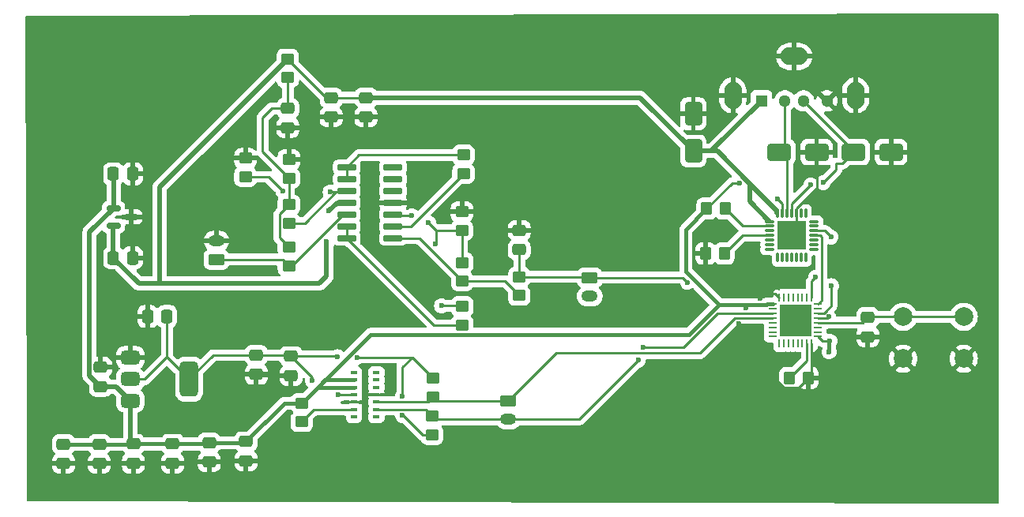
<source format=gbr>
%TF.GenerationSoftware,KiCad,Pcbnew,8.0.8*%
%TF.CreationDate,2025-03-11T03:54:01-05:00*%
%TF.ProjectId,finalproject,66696e61-6c70-4726-9f6a-6563742e6b69,rev?*%
%TF.SameCoordinates,Original*%
%TF.FileFunction,Copper,L1,Top*%
%TF.FilePolarity,Positive*%
%FSLAX46Y46*%
G04 Gerber Fmt 4.6, Leading zero omitted, Abs format (unit mm)*
G04 Created by KiCad (PCBNEW 8.0.8) date 2025-03-11 03:54:01*
%MOMM*%
%LPD*%
G01*
G04 APERTURE LIST*
G04 Aperture macros list*
%AMRoundRect*
0 Rectangle with rounded corners*
0 $1 Rounding radius*
0 $2 $3 $4 $5 $6 $7 $8 $9 X,Y pos of 4 corners*
0 Add a 4 corners polygon primitive as box body*
4,1,4,$2,$3,$4,$5,$6,$7,$8,$9,$2,$3,0*
0 Add four circle primitives for the rounded corners*
1,1,$1+$1,$2,$3*
1,1,$1+$1,$4,$5*
1,1,$1+$1,$6,$7*
1,1,$1+$1,$8,$9*
0 Add four rect primitives between the rounded corners*
20,1,$1+$1,$2,$3,$4,$5,0*
20,1,$1+$1,$4,$5,$6,$7,0*
20,1,$1+$1,$6,$7,$8,$9,0*
20,1,$1+$1,$8,$9,$2,$3,0*%
G04 Aperture macros list end*
%TA.AperFunction,SMDPad,CuDef*%
%ADD10RoundRect,0.062500X0.375000X0.062500X-0.375000X0.062500X-0.375000X-0.062500X0.375000X-0.062500X0*%
%TD*%
%TA.AperFunction,SMDPad,CuDef*%
%ADD11RoundRect,0.062500X0.062500X0.375000X-0.062500X0.375000X-0.062500X-0.375000X0.062500X-0.375000X0*%
%TD*%
%TA.AperFunction,HeatsinkPad*%
%ADD12R,3.450000X3.450000*%
%TD*%
%TA.AperFunction,SMDPad,CuDef*%
%ADD13RoundRect,0.250000X-0.475000X0.337500X-0.475000X-0.337500X0.475000X-0.337500X0.475000X0.337500X0*%
%TD*%
%TA.AperFunction,SMDPad,CuDef*%
%ADD14RoundRect,0.075000X-0.910000X-0.225000X0.910000X-0.225000X0.910000X0.225000X-0.910000X0.225000X0*%
%TD*%
%TA.AperFunction,SMDPad,CuDef*%
%ADD15RoundRect,0.250000X-0.450000X0.350000X-0.450000X-0.350000X0.450000X-0.350000X0.450000X0.350000X0*%
%TD*%
%TA.AperFunction,SMDPad,CuDef*%
%ADD16RoundRect,0.250000X0.650000X-1.000000X0.650000X1.000000X-0.650000X1.000000X-0.650000X-1.000000X0*%
%TD*%
%TA.AperFunction,SMDPad,CuDef*%
%ADD17RoundRect,0.250000X0.475000X-0.337500X0.475000X0.337500X-0.475000X0.337500X-0.475000X-0.337500X0*%
%TD*%
%TA.AperFunction,SMDPad,CuDef*%
%ADD18RoundRect,0.250000X-0.350000X-0.450000X0.350000X-0.450000X0.350000X0.450000X-0.350000X0.450000X0*%
%TD*%
%TA.AperFunction,SMDPad,CuDef*%
%ADD19RoundRect,0.250000X0.350000X0.450000X-0.350000X0.450000X-0.350000X-0.450000X0.350000X-0.450000X0*%
%TD*%
%TA.AperFunction,SMDPad,CuDef*%
%ADD20RoundRect,0.250000X0.450000X-0.350000X0.450000X0.350000X-0.450000X0.350000X-0.450000X-0.350000X0*%
%TD*%
%TA.AperFunction,SMDPad,CuDef*%
%ADD21RoundRect,0.375000X-0.625000X-0.375000X0.625000X-0.375000X0.625000X0.375000X-0.625000X0.375000X0*%
%TD*%
%TA.AperFunction,SMDPad,CuDef*%
%ADD22RoundRect,0.500000X-0.500000X-1.400000X0.500000X-1.400000X0.500000X1.400000X-0.500000X1.400000X0*%
%TD*%
%TA.AperFunction,ComponentPad*%
%ADD23RoundRect,0.250000X0.625000X-0.350000X0.625000X0.350000X-0.625000X0.350000X-0.625000X-0.350000X0*%
%TD*%
%TA.AperFunction,ComponentPad*%
%ADD24O,1.750000X1.200000*%
%TD*%
%TA.AperFunction,SMDPad,CuDef*%
%ADD25RoundRect,0.250000X-1.000000X-0.650000X1.000000X-0.650000X1.000000X0.650000X-1.000000X0.650000X0*%
%TD*%
%TA.AperFunction,ComponentPad*%
%ADD26O,1.900000X2.900000*%
%TD*%
%TA.AperFunction,ComponentPad*%
%ADD27O,2.900000X1.900000*%
%TD*%
%TA.AperFunction,ComponentPad*%
%ADD28C,1.300000*%
%TD*%
%TA.AperFunction,ComponentPad*%
%ADD29R,1.300000X1.300000*%
%TD*%
%TA.AperFunction,ComponentPad*%
%ADD30RoundRect,0.250000X-0.625000X0.350000X-0.625000X-0.350000X0.625000X-0.350000X0.625000X0.350000X0*%
%TD*%
%TA.AperFunction,SMDPad,CuDef*%
%ADD31RoundRect,0.250000X-0.337500X-0.475000X0.337500X-0.475000X0.337500X0.475000X-0.337500X0.475000X0*%
%TD*%
%TA.AperFunction,SMDPad,CuDef*%
%ADD32RoundRect,0.250000X0.337500X0.475000X-0.337500X0.475000X-0.337500X-0.475000X0.337500X-0.475000X0*%
%TD*%
%TA.AperFunction,SMDPad,CuDef*%
%ADD33RoundRect,0.087500X0.287500X0.087500X-0.287500X0.087500X-0.287500X-0.087500X0.287500X-0.087500X0*%
%TD*%
%TA.AperFunction,SMDPad,CuDef*%
%ADD34RoundRect,0.032500X-0.097500X0.452500X-0.097500X-0.452500X0.097500X-0.452500X0.097500X0.452500X0*%
%TD*%
%TA.AperFunction,SMDPad,CuDef*%
%ADD35RoundRect,0.032500X-0.452500X0.097500X-0.452500X-0.097500X0.452500X-0.097500X0.452500X0.097500X0*%
%TD*%
%TA.AperFunction,SMDPad,CuDef*%
%ADD36R,3.150000X3.150000*%
%TD*%
%TA.AperFunction,SMDPad,CuDef*%
%ADD37RoundRect,0.150000X-0.587500X-0.150000X0.587500X-0.150000X0.587500X0.150000X-0.587500X0.150000X0*%
%TD*%
%TA.AperFunction,ComponentPad*%
%ADD38C,2.000000*%
%TD*%
%TA.AperFunction,ViaPad*%
%ADD39C,0.600000*%
%TD*%
%TA.AperFunction,Conductor*%
%ADD40C,0.508000*%
%TD*%
%TA.AperFunction,Conductor*%
%ADD41C,0.254000*%
%TD*%
%TA.AperFunction,Conductor*%
%ADD42C,0.381000*%
%TD*%
G04 APERTURE END LIST*
D10*
%TO.P,MCU1,1,VDD*%
%TO.N,+3.3V*%
X174205500Y-102242000D03*
%TO.P,MCU1,2,PC14*%
%TO.N,unconnected-(MCU1-PC14-Pad2)*%
X174205500Y-101742000D03*
%TO.P,MCU1,3,PC15*%
%TO.N,unconnected-(MCU1-PC15-Pad3)*%
X174205500Y-101242000D03*
%TO.P,MCU1,4,NRST*%
%TO.N,Net-(MCU1-NRST)*%
X174205500Y-100742000D03*
%TO.P,MCU1,5,VDDA*%
%TO.N,+3.3V*%
X174205500Y-100242000D03*
%TO.P,MCU1,6,PA0*%
%TO.N,/SIG*%
X174205500Y-99742000D03*
%TO.P,MCU1,7,PA1*%
%TO.N,unconnected-(MCU1-PA1-Pad7)*%
X174205500Y-99242000D03*
%TO.P,MCU1,8,PA2*%
%TO.N,/TX*%
X174205500Y-98742000D03*
D11*
%TO.P,MCU1,9,PA3*%
%TO.N,/RX*%
X173518000Y-98054500D03*
%TO.P,MCU1,10,PA4*%
%TO.N,unconnected-(MCU1-PA4-Pad10)*%
X173018000Y-98054500D03*
%TO.P,MCU1,11,PA5*%
%TO.N,unconnected-(MCU1-PA5-Pad11)*%
X172518000Y-98054500D03*
%TO.P,MCU1,12,PA6*%
%TO.N,unconnected-(MCU1-PA6-Pad12)*%
X172018000Y-98054500D03*
%TO.P,MCU1,13,PA7*%
%TO.N,unconnected-(MCU1-PA7-Pad13)*%
X171518000Y-98054500D03*
%TO.P,MCU1,14,PB0*%
%TO.N,unconnected-(MCU1-PB0-Pad14)*%
X171018000Y-98054500D03*
%TO.P,MCU1,15,PB1*%
%TO.N,unconnected-(MCU1-PB1-Pad15)*%
X170518000Y-98054500D03*
%TO.P,MCU1,16,VSS*%
%TO.N,GND*%
X170018000Y-98054500D03*
D10*
%TO.P,MCU1,17,VDD*%
%TO.N,+3.3V*%
X169330500Y-98742000D03*
%TO.P,MCU1,18,PA8*%
%TO.N,unconnected-(MCU1-PA8-Pad18)*%
X169330500Y-99242000D03*
%TO.P,MCU1,19,PA9*%
%TO.N,/SCL*%
X169330500Y-99742000D03*
%TO.P,MCU1,20,PA10*%
%TO.N,/SDA*%
X169330500Y-100242000D03*
%TO.P,MCU1,21,PA11*%
%TO.N,unconnected-(MCU1-PA11-Pad21)*%
X169330500Y-100742000D03*
%TO.P,MCU1,22,PA12*%
%TO.N,unconnected-(MCU1-PA12-Pad22)*%
X169330500Y-101242000D03*
%TO.P,MCU1,23,PA13*%
%TO.N,unconnected-(MCU1-PA13-Pad23)*%
X169330500Y-101742000D03*
%TO.P,MCU1,24,PA14*%
%TO.N,unconnected-(MCU1-PA14-Pad24)*%
X169330500Y-102242000D03*
D11*
%TO.P,MCU1,25,PA15*%
%TO.N,unconnected-(MCU1-PA15-Pad25)*%
X170018000Y-102929500D03*
%TO.P,MCU1,26,PB3*%
%TO.N,unconnected-(MCU1-PB3-Pad26)*%
X170518000Y-102929500D03*
%TO.P,MCU1,27,PB4*%
%TO.N,unconnected-(MCU1-PB4-Pad27)*%
X171018000Y-102929500D03*
%TO.P,MCU1,28,PB5*%
%TO.N,unconnected-(MCU1-PB5-Pad28)*%
X171518000Y-102929500D03*
%TO.P,MCU1,29,PB6*%
%TO.N,unconnected-(MCU1-PB6-Pad29)*%
X172018000Y-102929500D03*
%TO.P,MCU1,30,PB7*%
%TO.N,unconnected-(MCU1-PB7-Pad30)*%
X172518000Y-102929500D03*
%TO.P,MCU1,31,PH3*%
%TO.N,Net-(MCU1-PH3)*%
X173018000Y-102929500D03*
%TO.P,MCU1,32,VSS*%
%TO.N,GND*%
X173518000Y-102929500D03*
D12*
%TO.P,MCU1,33,VSS*%
X171768000Y-100492000D03*
%TD*%
D13*
%TO.P,C11,1*%
%TO.N,+3.3V*%
X108966000Y-113622000D03*
%TO.P,C11,2*%
%TO.N,GND*%
X108966000Y-115697000D03*
%TD*%
D14*
%TO.P,GSR1,1*%
%TO.N,Net-(GSR1-Pad1)*%
X123701000Y-84074000D03*
%TO.P,GSR1,2*%
X123701000Y-85344000D03*
%TO.P,GSR1,3*%
%TO.N,Net-(GSR1-Pad3)*%
X123701000Y-86614000D03*
%TO.P,GSR1,4*%
%TO.N,+5V*%
X123701000Y-87884000D03*
%TO.P,GSR1,5*%
%TO.N,Net-(GSR_IN1-Pin_1)*%
X123701000Y-89154000D03*
%TO.P,GSR1,6*%
%TO.N,Net-(GSR1-Pad6)*%
X123701000Y-90424000D03*
%TO.P,GSR1,7*%
X123701000Y-91694000D03*
%TO.P,GSR1,8*%
%TO.N,Net-(GSR1-Pad8)*%
X128651000Y-91694000D03*
%TO.P,GSR1,9*%
%TO.N,Net-(GSR1-Pad9)*%
X128651000Y-90424000D03*
%TO.P,GSR1,10*%
%TO.N,Net-(GSR1-Pad10)*%
X128651000Y-89154000D03*
%TO.P,GSR1,11*%
%TO.N,GND*%
X128651000Y-87884000D03*
%TO.P,GSR1,12*%
%TO.N,N/C*%
X128651000Y-86614000D03*
%TO.P,GSR1,13*%
X128651000Y-85344000D03*
%TO.P,GSR1,14*%
X128651000Y-84074000D03*
%TD*%
D13*
%TO.P,C9,1*%
%TO.N,+5V*%
X122023000Y-76600000D03*
%TO.P,C9,2*%
%TO.N,GND*%
X122023000Y-78675000D03*
%TD*%
D15*
%TO.P,R8,1*%
%TO.N,Net-(GSR1-Pad1)*%
X136209000Y-82755000D03*
%TO.P,R8,2*%
%TO.N,Net-(GSR1-Pad9)*%
X136209000Y-84755000D03*
%TD*%
D16*
%TO.P,D1,2,A*%
%TO.N,GND*%
X160839000Y-78331000D03*
%TO.P,D1,1,K*%
%TO.N,+5V*%
X160839000Y-82331000D03*
%TD*%
D13*
%TO.P,C6,1*%
%TO.N,+3.3V*%
X97183000Y-113789000D03*
%TO.P,C6,2*%
%TO.N,GND*%
X97183000Y-115864000D03*
%TD*%
%TO.P,C7,1*%
%TO.N,+3.3V*%
X100838000Y-113749000D03*
%TO.P,C7,2*%
%TO.N,GND*%
X100838000Y-115824000D03*
%TD*%
D17*
%TO.P,C16,1*%
%TO.N,+3.3V*%
X97307000Y-107590500D03*
%TO.P,C16,2*%
%TO.N,GND*%
X97307000Y-105515500D03*
%TD*%
D15*
%TO.P,R10,1*%
%TO.N,Net-(GSR1-Pad10)*%
X136082000Y-94296000D03*
%TO.P,R10,2*%
%TO.N,Net-(GSR1-Pad8)*%
X136082000Y-96296000D03*
%TD*%
D18*
%TO.P,R13,1*%
%TO.N,Net-(MCU1-PH3)*%
X171148000Y-106667000D03*
%TO.P,R13,2*%
%TO.N,GND*%
X173148000Y-106667000D03*
%TD*%
D19*
%TO.P,R15,2*%
%TO.N,+3.3V*%
X162274000Y-88506000D03*
%TO.P,R15,1*%
%TO.N,Net-(UART-TO-USB1-~{RST})*%
X164274000Y-88506000D03*
%TD*%
D20*
%TO.P,R9,1*%
%TO.N,Net-(GSR1-Pad6)*%
X136082000Y-101011000D03*
%TO.P,R9,2*%
%TO.N,Net-(GSR1-Pad10)*%
X136082000Y-99011000D03*
%TD*%
%TO.P,R3,1*%
%TO.N,Net-(C3-Pad1)*%
X117498000Y-85247000D03*
%TO.P,R3,2*%
%TO.N,GND*%
X117498000Y-83247000D03*
%TD*%
D21*
%TO.P,3.3V_1.8V1,1,GND*%
%TO.N,GND*%
X100507000Y-104507000D03*
%TO.P,3.3V_1.8V1,2,VO*%
%TO.N,+1V8*%
X100507000Y-106807000D03*
D22*
X106807000Y-106807000D03*
D21*
%TO.P,3.3V_1.8V1,3,VI*%
%TO.N,+3.3V*%
X100507000Y-109107000D03*
%TD*%
D23*
%TO.P,GSR_IN1,1,Pin_1*%
%TO.N,Net-(GSR_IN1-Pin_1)*%
X109728000Y-93980000D03*
D24*
%TO.P,GSR_IN1,2,Pin_2*%
%TO.N,GND*%
X109728000Y-91980000D03*
%TD*%
D20*
%TO.P,R12,1*%
%TO.N,Net-(GSR1-Pad8)*%
X142178000Y-97836000D03*
%TO.P,R12,2*%
%TO.N,/SIG*%
X142178000Y-95836000D03*
%TD*%
D25*
%TO.P,D2,2,A*%
%TO.N,GND*%
X182016000Y-82458000D03*
%TO.P,D2,1,K*%
%TO.N,Net-(D2-K)*%
X178016000Y-82458000D03*
%TD*%
D20*
%TO.P,R7,1*%
%TO.N,Net-(GSR1-Pad3)*%
X112841000Y-85104000D03*
%TO.P,R7,2*%
%TO.N,GND*%
X112841000Y-83104000D03*
%TD*%
D17*
%TO.P,C13,1*%
%TO.N,GND*%
X179534000Y-102261500D03*
%TO.P,C13,2*%
%TO.N,Net-(MCU1-NRST)*%
X179534000Y-100186500D03*
%TD*%
D13*
%TO.P,C12,1*%
%TO.N,+3.3V*%
X112903000Y-113495000D03*
%TO.P,C12,2*%
%TO.N,GND*%
X112903000Y-115570000D03*
%TD*%
D26*
%TO.P,USB1,5,Shield*%
%TO.N,GND*%
X178218000Y-76362000D03*
D27*
X171648000Y-72182000D03*
D26*
X165078000Y-76362000D03*
D28*
%TO.P,USB1,4,GND*%
X175148000Y-76962000D03*
%TO.P,USB1,3,D+*%
%TO.N,Net-(D2-K)*%
X172648000Y-76962000D03*
%TO.P,USB1,2,D-*%
%TO.N,Net-(D3-K)*%
X170648000Y-76962000D03*
D29*
%TO.P,USB1,1,VBUS*%
%TO.N,+5V*%
X168148000Y-76962000D03*
%TD*%
D30*
%TO.P,SIG1,1,Pin_1*%
%TO.N,/SIG*%
X149733000Y-95917000D03*
D24*
%TO.P,SIG1,2,Pin_2*%
%TO.N,unconnected-(SIG1-Pin_2-Pad2)*%
X149733000Y-97917000D03*
%TD*%
D31*
%TO.P,C14,1*%
%TO.N,+5V*%
X98687500Y-93792000D03*
%TO.P,C14,2*%
%TO.N,GND*%
X100762500Y-93792000D03*
%TD*%
D15*
%TO.P,R4,1*%
%TO.N,+5V*%
X117371000Y-72452000D03*
%TO.P,R4,2*%
%TO.N,Net-(C3-Pad1)*%
X117371000Y-74452000D03*
%TD*%
D32*
%TO.P,C17,1*%
%TO.N,+1V8*%
X104440500Y-100076000D03*
%TO.P,C17,2*%
%TO.N,GND*%
X102365500Y-100076000D03*
%TD*%
D13*
%TO.P,C8,1*%
%TO.N,+5V*%
X125753000Y-76605500D03*
%TO.P,C8,2*%
%TO.N,GND*%
X125753000Y-78680500D03*
%TD*%
%TO.P,C3,1*%
%TO.N,Net-(C3-Pad1)*%
X117371000Y-77748500D03*
%TO.P,C3,2*%
%TO.N,GND*%
X117371000Y-79823500D03*
%TD*%
D33*
%TO.P,HEART1,1,NC*%
%TO.N,unconnected-(HEART1-NC-Pad1)*%
X126873000Y-110871000D03*
%TO.P,HEART1,2,SCL*%
%TO.N,/SCL*%
X126873000Y-110071000D03*
%TO.P,HEART1,3,SDA*%
%TO.N,/SDA*%
X126873000Y-109271000D03*
%TO.P,HEART1,4,PGND*%
%TO.N,GND*%
X126873000Y-108471000D03*
%TO.P,HEART1,5,NC*%
%TO.N,unconnected-(HEART1-NC-Pad5)*%
X126873000Y-107671000D03*
%TO.P,HEART1,6,NC*%
%TO.N,unconnected-(HEART1-NC-Pad6)*%
X126873000Y-106871000D03*
%TO.P,HEART1,7,NC*%
%TO.N,unconnected-(HEART1-NC-Pad7)*%
X126873000Y-106071000D03*
%TO.P,HEART1,8,NC*%
%TO.N,unconnected-(HEART1-NC-Pad8)*%
X124473000Y-106071000D03*
%TO.P,HEART1,9,VLED+*%
%TO.N,+3.3V*%
X124473000Y-106871000D03*
%TO.P,HEART1,10,VLED+*%
X124473000Y-107671000D03*
%TO.P,HEART1,11,VDD*%
%TO.N,+1V8*%
X124473000Y-108471000D03*
%TO.P,HEART1,12,GND*%
%TO.N,GND*%
X124473000Y-109271000D03*
%TO.P,HEART1,13,~{INT}*%
%TO.N,Net-(HEART1-~{INT})*%
X124473000Y-110071000D03*
%TO.P,HEART1,14,NC*%
%TO.N,unconnected-(HEART1-NC-Pad14)*%
X124473000Y-110871000D03*
%TD*%
D15*
%TO.P,R5,1*%
%TO.N,Net-(C3-Pad1)*%
X117498000Y-88073000D03*
%TO.P,R5,2*%
%TO.N,Net-(GSR1-Pad3)*%
X117498000Y-90073000D03*
%TD*%
D17*
%TO.P,C4,1*%
%TO.N,/SIG*%
X142178000Y-92920500D03*
%TO.P,C4,2*%
%TO.N,GND*%
X142178000Y-90845500D03*
%TD*%
D18*
%TO.P,R16,1*%
%TO.N,GND*%
X162147000Y-93332000D03*
%TO.P,R16,2*%
%TO.N,Net-(UART-TO-USB1-~{SUSPEND})*%
X164147000Y-93332000D03*
%TD*%
D20*
%TO.P,R14,1*%
%TO.N,Net-(HEART1-~{INT})*%
X118872000Y-111379000D03*
%TO.P,R14,2*%
%TO.N,+3.3V*%
X118872000Y-109379000D03*
%TD*%
D25*
%TO.P,D3,2,A*%
%TO.N,GND*%
X174047000Y-82458000D03*
%TO.P,D3,1,K*%
%TO.N,Net-(D3-K)*%
X170047000Y-82458000D03*
%TD*%
D31*
%TO.P,C15,1*%
%TO.N,+3.3V*%
X98687500Y-84775000D03*
%TO.P,C15,2*%
%TO.N,GND*%
X100762500Y-84775000D03*
%TD*%
D13*
%TO.P,C10,1*%
%TO.N,+3.3V*%
X105029000Y-113749000D03*
%TO.P,C10,2*%
%TO.N,GND*%
X105029000Y-115824000D03*
%TD*%
D20*
%TO.P,R1,1*%
%TO.N,/SDA*%
X132969000Y-108728000D03*
%TO.P,R1,2*%
%TO.N,+1V8*%
X132969000Y-106728000D03*
%TD*%
D13*
%TO.P,C5,1*%
%TO.N,+3.3V*%
X93345000Y-113789000D03*
%TO.P,C5,2*%
%TO.N,GND*%
X93345000Y-115864000D03*
%TD*%
D34*
%TO.P,UART-TO-USB1,1,DCD*%
%TO.N,unconnected-(UART-TO-USB1-DCD-Pad1)*%
X172886000Y-89014000D03*
%TO.P,UART-TO-USB1,2,RI*%
%TO.N,unconnected-(UART-TO-USB1-RI-Pad2)*%
X172386000Y-89014000D03*
%TO.P,UART-TO-USB1,3,GND*%
%TO.N,GND*%
X171886000Y-89014000D03*
%TO.P,UART-TO-USB1,4,D+*%
%TO.N,Net-(D2-K)*%
X171386000Y-89014000D03*
%TO.P,UART-TO-USB1,5,D-*%
%TO.N,Net-(D3-K)*%
X170886000Y-89014000D03*
%TO.P,UART-TO-USB1,6,VDD*%
%TO.N,+3.3V*%
X170386000Y-89014000D03*
%TO.P,UART-TO-USB1,7,REGIN*%
%TO.N,+5V*%
X169886000Y-89014000D03*
D35*
%TO.P,UART-TO-USB1,8,VBUS*%
X169016000Y-89884000D03*
%TO.P,UART-TO-USB1,9,~{RST}*%
%TO.N,Net-(UART-TO-USB1-~{RST})*%
X169016000Y-90384000D03*
%TO.P,UART-TO-USB1,10,NC*%
%TO.N,unconnected-(UART-TO-USB1-NC-Pad10)_7*%
X169016000Y-90884000D03*
%TO.P,UART-TO-USB1,11,~{SUSPEND}*%
%TO.N,Net-(UART-TO-USB1-~{SUSPEND})*%
X169016000Y-91384000D03*
%TO.P,UART-TO-USB1,12,SUSPEND*%
%TO.N,unconnected-(UART-TO-USB1-SUSPEND-Pad12)*%
X169016000Y-91884000D03*
%TO.P,UART-TO-USB1,13,NC*%
%TO.N,unconnected-(UART-TO-USB1-NC-Pad10)_6*%
X169016000Y-92384000D03*
%TO.P,UART-TO-USB1,14,NC*%
%TO.N,unconnected-(UART-TO-USB1-NC-Pad10)_8*%
X169016000Y-92884000D03*
D34*
%TO.P,UART-TO-USB1,15,NC*%
%TO.N,unconnected-(UART-TO-USB1-NC-Pad10)_5*%
X169886000Y-93754000D03*
%TO.P,UART-TO-USB1,16,NC*%
%TO.N,unconnected-(UART-TO-USB1-NC-Pad10)_1*%
X170386000Y-93754000D03*
%TO.P,UART-TO-USB1,17,NC*%
%TO.N,unconnected-(UART-TO-USB1-NC-Pad10)_10*%
X170886000Y-93754000D03*
%TO.P,UART-TO-USB1,18,NC*%
%TO.N,unconnected-(UART-TO-USB1-NC-Pad10)*%
X171386000Y-93754000D03*
%TO.P,UART-TO-USB1,19,NC*%
%TO.N,unconnected-(UART-TO-USB1-NC-Pad10)_3*%
X171886000Y-93754000D03*
%TO.P,UART-TO-USB1,20,NC*%
%TO.N,unconnected-(UART-TO-USB1-NC-Pad10)_2*%
X172386000Y-93754000D03*
%TO.P,UART-TO-USB1,21,NC*%
%TO.N,unconnected-(UART-TO-USB1-NC-Pad10)_4*%
X172886000Y-93754000D03*
D35*
%TO.P,UART-TO-USB1,22,NC*%
%TO.N,unconnected-(UART-TO-USB1-NC-Pad10)_9*%
X173756000Y-92884000D03*
%TO.P,UART-TO-USB1,23,CTS*%
%TO.N,unconnected-(UART-TO-USB1-CTS-Pad23)*%
X173756000Y-92384000D03*
%TO.P,UART-TO-USB1,24,RTS*%
%TO.N,unconnected-(UART-TO-USB1-RTS-Pad24)*%
X173756000Y-91884000D03*
%TO.P,UART-TO-USB1,25,RXD*%
%TO.N,/TX*%
X173756000Y-91384000D03*
%TO.P,UART-TO-USB1,26,TXD*%
%TO.N,/RX*%
X173756000Y-90884000D03*
%TO.P,UART-TO-USB1,27,DSR*%
%TO.N,unconnected-(UART-TO-USB1-DSR-Pad27)*%
X173756000Y-90384000D03*
%TO.P,UART-TO-USB1,28,DTR*%
%TO.N,unconnected-(UART-TO-USB1-DTR-Pad28)*%
X173756000Y-89884000D03*
D36*
%TO.P,UART-TO-USB1,29,GND*%
%TO.N,GND*%
X171386000Y-91384000D03*
%TD*%
D13*
%TO.P,C1,1*%
%TO.N,+1V8*%
X117729000Y-104351000D03*
%TO.P,C1,2*%
%TO.N,GND*%
X117729000Y-106426000D03*
%TD*%
D30*
%TO.P,HEARTOUT1,1,Pin_1*%
%TO.N,/SDA*%
X141012000Y-109109000D03*
D24*
%TO.P,HEARTOUT1,2,Pin_2*%
%TO.N,/SCL*%
X141012000Y-111109000D03*
%TD*%
D13*
%TO.P,C2,1*%
%TO.N,+1V8*%
X114004000Y-104227500D03*
%TO.P,C2,2*%
%TO.N,GND*%
X114004000Y-106302500D03*
%TD*%
D37*
%TO.P,5V_3.3V1,1,VO*%
%TO.N,+3.3V*%
X98709000Y-88458000D03*
%TO.P,5V_3.3V1,2,VI*%
%TO.N,+5V*%
X98709000Y-90358000D03*
%TO.P,5V_3.3V1,3,GND*%
%TO.N,GND*%
X100584000Y-89408000D03*
%TD*%
D38*
%TO.P,SW1,1,1*%
%TO.N,GND*%
X189813000Y-104612000D03*
X183313000Y-104612000D03*
%TO.P,SW1,2,2*%
%TO.N,Net-(MCU1-NRST)*%
X189813000Y-100112000D03*
X183313000Y-100112000D03*
%TD*%
D15*
%TO.P,R11,1*%
%TO.N,GND*%
X136040000Y-88835000D03*
%TO.P,R11,2*%
%TO.N,Net-(GSR1-Pad10)*%
X136040000Y-90835000D03*
%TD*%
%TO.P,R6,1*%
%TO.N,Net-(C3-Pad1)*%
X117498000Y-92645000D03*
%TO.P,R6,2*%
%TO.N,Net-(GSR_IN1-Pin_1)*%
X117498000Y-94645000D03*
%TD*%
%TO.P,R2,1*%
%TO.N,/SCL*%
X132842000Y-110776000D03*
%TO.P,R2,2*%
%TO.N,+1V8*%
X132842000Y-112776000D03*
%TD*%
D39*
%TO.N,GND*%
X168021000Y-98130815D03*
X166751000Y-97663000D03*
X165735000Y-100869000D03*
%TO.N,Net-(D2-K)*%
X173420000Y-85979000D03*
X174752000Y-85725000D03*
%TO.N,+3.3V*%
X175387000Y-103886000D03*
X166497000Y-99115000D03*
%TO.N,+1V8*%
X129667000Y-108644000D03*
X129667000Y-110698000D03*
X122682000Y-104394000D03*
X124773758Y-104453758D03*
X122809000Y-108458000D03*
X120015000Y-106934000D03*
%TO.N,+3.3V*%
X165755644Y-85770356D03*
X175339000Y-100115000D03*
X175466000Y-102730000D03*
X169878000Y-87490000D03*
%TO.N,+5V*%
X121793000Y-88773000D03*
X121539000Y-92075000D03*
%TO.N,Net-(GSR1-Pad3)*%
X116843000Y-86614000D03*
X121923000Y-86741000D03*
%TO.N,Net-(GSR1-Pad10)*%
X130683000Y-89281000D03*
X133223000Y-92329000D03*
X132461000Y-90043000D03*
X133858000Y-98933000D03*
%TO.N,/RX*%
X175593000Y-91554000D03*
X173941000Y-95872000D03*
%TO.N,/SIG*%
X175641000Y-96774000D03*
%TO.N,/SCL*%
X154940000Y-104775000D03*
X155448000Y-103378000D03*
%TO.N,/SIG*%
X160230242Y-96436758D03*
%TO.N,GND*%
X171196000Y-99441000D03*
%TD*%
D40*
%TO.N,+5V*%
X160839000Y-82331000D02*
X155113500Y-76605500D01*
X155113500Y-76605500D02*
X125753000Y-76605500D01*
D41*
%TO.N,Net-(MCU1-NRST)*%
X179534000Y-100186500D02*
X178978500Y-100742000D01*
X178978500Y-100742000D02*
X174205500Y-100742000D01*
%TO.N,Net-(C3-Pad1)*%
X115672500Y-77748500D02*
X114681000Y-78740000D01*
X117371000Y-77748500D02*
X115672500Y-77748500D01*
X114681000Y-78740000D02*
X114681000Y-82430000D01*
X114681000Y-82430000D02*
X117498000Y-85247000D01*
%TO.N,GND*%
X117729000Y-106426000D02*
X114127500Y-106426000D01*
X114127500Y-106426000D02*
X114004000Y-106302500D01*
D40*
%TO.N,+5V*%
X166890803Y-85839197D02*
X169802000Y-88750394D01*
X168932000Y-89800000D02*
X169016000Y-89800000D01*
X163382606Y-82331000D02*
X166890803Y-85839197D01*
X166890803Y-85839197D02*
X166890803Y-87758803D01*
X166890803Y-87758803D02*
X168932000Y-89800000D01*
X162779000Y-82331000D02*
X163382606Y-82331000D01*
X169802000Y-88750394D02*
X169802000Y-89014000D01*
D41*
%TO.N,GND*%
X171768000Y-100492000D02*
X171768000Y-100013000D01*
X171768000Y-100013000D02*
X171196000Y-99441000D01*
X168021000Y-97790000D02*
X167894000Y-97663000D01*
X166751000Y-97663000D02*
X167894000Y-97663000D01*
X167894000Y-97663000D02*
X169626500Y-97663000D01*
X168021000Y-98130815D02*
X168021000Y-97790000D01*
X173148000Y-106667000D02*
X172121000Y-107694000D01*
X165735000Y-102876928D02*
X165735000Y-100869000D01*
X170552072Y-107694000D02*
X165735000Y-102876928D01*
X172121000Y-107694000D02*
X170552072Y-107694000D01*
X169626500Y-97663000D02*
X170018000Y-98054500D01*
X173518000Y-102929500D02*
X173518000Y-106297000D01*
X173518000Y-106297000D02*
X173148000Y-106667000D01*
%TO.N,Net-(D2-K)*%
X171386000Y-88013000D02*
X171386000Y-89014000D01*
X176155690Y-83685000D02*
X176155690Y-84321310D01*
X176155690Y-84321310D02*
X174752000Y-85725000D01*
X173420000Y-85979000D02*
X171386000Y-88013000D01*
%TO.N,GND*%
X171386000Y-91384000D02*
X171886000Y-90884000D01*
D42*
%TO.N,+3.3V*%
X168671315Y-98821315D02*
X166497000Y-98821315D01*
X175387000Y-103886000D02*
X175387000Y-102809000D01*
X166497000Y-98821315D02*
X166497000Y-99187000D01*
X166497000Y-98821315D02*
X163591315Y-98821315D01*
X166497000Y-99187000D02*
X166497000Y-99115000D01*
X175387000Y-102809000D02*
X175466000Y-102730000D01*
D41*
%TO.N,+1V8*%
X131826000Y-112776000D02*
X132842000Y-112776000D01*
X130694758Y-104453758D02*
X129667000Y-105481516D01*
X129667000Y-105481516D02*
X129667000Y-108644000D01*
X129748000Y-110698000D02*
X131826000Y-112776000D01*
X129667000Y-110698000D02*
X129748000Y-110698000D01*
X124773758Y-104453758D02*
X130694758Y-104453758D01*
X130694758Y-104453758D02*
X132969000Y-106728000D01*
X117729000Y-104351000D02*
X122639000Y-104351000D01*
X122639000Y-104351000D02*
X122682000Y-104394000D01*
X117729000Y-104351000D02*
X120015000Y-106637000D01*
X122809000Y-108458000D02*
X124460000Y-108458000D01*
X120015000Y-106637000D02*
X120015000Y-106934000D01*
X124460000Y-108458000D02*
X124473000Y-108471000D01*
X114004000Y-104227500D02*
X117605500Y-104227500D01*
X117605500Y-104227500D02*
X117729000Y-104351000D01*
X106807000Y-106807000D02*
X109386500Y-104227500D01*
X109386500Y-104227500D02*
X114004000Y-104227500D01*
X100507000Y-106807000D02*
X102074000Y-106807000D01*
X102074000Y-106807000D02*
X104440500Y-104440500D01*
X104440500Y-100076000D02*
X104440500Y-104440500D01*
X104440500Y-104440500D02*
X106807000Y-106807000D01*
%TO.N,/SCL*%
X132842000Y-110776000D02*
X133001000Y-110776000D01*
X133001000Y-110776000D02*
X133334000Y-111109000D01*
X133334000Y-111109000D02*
X141012000Y-111109000D01*
%TO.N,/SDA*%
X132969000Y-108728000D02*
X133112000Y-108728000D01*
X133112000Y-108728000D02*
X133493000Y-109109000D01*
X133493000Y-109109000D02*
X141012000Y-109109000D01*
%TO.N,/SCL*%
X126873000Y-110071000D02*
X132137000Y-110071000D01*
X132137000Y-110071000D02*
X132842000Y-110776000D01*
%TO.N,/SDA*%
X126873000Y-109271000D02*
X132426000Y-109271000D01*
X132426000Y-109271000D02*
X132969000Y-108728000D01*
%TO.N,Net-(HEART1-~{INT})*%
X118872000Y-111379000D02*
X120180000Y-110071000D01*
X120180000Y-110071000D02*
X124473000Y-110071000D01*
D42*
%TO.N,+3.3V*%
X120793000Y-107458000D02*
X121380000Y-106871000D01*
X120580000Y-107671000D02*
X120793000Y-107458000D01*
X121380000Y-106871000D02*
X124473000Y-106871000D01*
D41*
X162274000Y-88506000D02*
X165009644Y-85770356D01*
D40*
X98709000Y-84796500D02*
X98687500Y-84775000D01*
D42*
X120580000Y-107671000D02*
X121920000Y-107671000D01*
X118872000Y-109379000D02*
X117019000Y-109379000D01*
D40*
X98709000Y-88458000D02*
X98709000Y-84796500D01*
D41*
X175212000Y-100242000D02*
X175339000Y-100115000D01*
X175466000Y-102730000D02*
X174693500Y-102730000D01*
D42*
X105029000Y-113749000D02*
X108839000Y-113749000D01*
X121920000Y-107671000D02*
X124473000Y-107671000D01*
X100798000Y-113789000D02*
X100838000Y-113749000D01*
X112776000Y-113622000D02*
X112903000Y-113495000D01*
X108966000Y-113622000D02*
X112776000Y-113622000D01*
X118872000Y-109379000D02*
X120580000Y-107671000D01*
D41*
X174205500Y-100242000D02*
X175212000Y-100242000D01*
X170386000Y-87998000D02*
X170386000Y-89014000D01*
D42*
X97183000Y-113789000D02*
X100798000Y-113789000D01*
D40*
X96128000Y-106411500D02*
X97307000Y-107590500D01*
D41*
X169878000Y-87490000D02*
X170386000Y-87998000D01*
X165009644Y-85770356D02*
X165755644Y-85770356D01*
D40*
X96128000Y-91039000D02*
X96128000Y-106411500D01*
D41*
X174693500Y-102730000D02*
X174205500Y-102242000D01*
D40*
X98990500Y-107590500D02*
X100507000Y-109107000D01*
D42*
X93345000Y-113789000D02*
X97183000Y-113789000D01*
D40*
X98709000Y-88458000D02*
X96128000Y-91039000D01*
X100507000Y-109107000D02*
X100507000Y-113418000D01*
X97307000Y-107590500D02*
X98990500Y-107590500D01*
X100507000Y-113418000D02*
X100838000Y-113749000D01*
D42*
X117019000Y-109379000D02*
X112903000Y-113495000D01*
X100838000Y-113749000D02*
X105029000Y-113749000D01*
X108839000Y-113749000D02*
X108966000Y-113622000D01*
D41*
%TO.N,+5V*%
X117371000Y-72452000D02*
X121519000Y-76600000D01*
D40*
X98687500Y-93792000D02*
X98687500Y-90379500D01*
X121539000Y-95758000D02*
X121539000Y-92075000D01*
X168148000Y-76962000D02*
X162779000Y-82331000D01*
X103632000Y-96520000D02*
X120777000Y-96520000D01*
D41*
X122023000Y-76600000D02*
X125747500Y-76600000D01*
X125747500Y-76600000D02*
X125753000Y-76605500D01*
D40*
X162779000Y-82331000D02*
X160839000Y-82331000D01*
X103632000Y-96520000D02*
X103632000Y-86191000D01*
X98687500Y-90379500D02*
X98709000Y-90358000D01*
X103632000Y-86191000D02*
X117371000Y-72452000D01*
D41*
X121519000Y-76600000D02*
X122023000Y-76600000D01*
D40*
X98687500Y-93792000D02*
X101415500Y-96520000D01*
X122682000Y-87884000D02*
X123701000Y-87884000D01*
X101415500Y-96520000D02*
X103632000Y-96520000D01*
X121793000Y-88773000D02*
X122682000Y-87884000D01*
X120777000Y-96520000D02*
X121539000Y-95758000D01*
D41*
%TO.N,Net-(C3-Pad1)*%
X116471000Y-89100000D02*
X117498000Y-88073000D01*
X117498000Y-88073000D02*
X117498000Y-85247000D01*
X117498000Y-92645000D02*
X116471000Y-91618000D01*
X116471000Y-91618000D02*
X116471000Y-89100000D01*
X117371000Y-77748500D02*
X117371000Y-74452000D01*
%TO.N,/SIG*%
X142178000Y-95836000D02*
X149652000Y-95836000D01*
X142178000Y-92920500D02*
X142178000Y-95836000D01*
%TO.N,Net-(MCU1-NRST)*%
X183313000Y-100112000D02*
X179608500Y-100112000D01*
X179608500Y-100112000D02*
X179534000Y-100186500D01*
X189813000Y-100112000D02*
X183313000Y-100112000D01*
%TO.N,Net-(GSR1-Pad9)*%
X130540000Y-90424000D02*
X136209000Y-84755000D01*
X128651000Y-90424000D02*
X130540000Y-90424000D01*
%TO.N,Net-(GSR1-Pad6)*%
X123701000Y-90424000D02*
X123701000Y-91694000D01*
X133018000Y-101011000D02*
X136082000Y-101011000D01*
X123701000Y-91694000D02*
X133018000Y-101011000D01*
%TO.N,Net-(GSR1-Pad8)*%
X128651000Y-91694000D02*
X131480000Y-91694000D01*
X131480000Y-91694000D02*
X136082000Y-96296000D01*
X136082000Y-96296000D02*
X140638000Y-96296000D01*
X140638000Y-96296000D02*
X142178000Y-97836000D01*
%TO.N,Net-(GSR1-Pad1)*%
X125020000Y-82755000D02*
X136209000Y-82755000D01*
X123701000Y-85344000D02*
X123701000Y-84074000D01*
X123701000Y-84074000D02*
X125020000Y-82755000D01*
%TO.N,Net-(GSR1-Pad3)*%
X117498000Y-90073000D02*
X119226000Y-90073000D01*
X121923000Y-86741000D02*
X122558000Y-86741000D01*
X112841000Y-85104000D02*
X115333000Y-85104000D01*
X119226000Y-90073000D02*
X122558000Y-86741000D01*
X123574000Y-86741000D02*
X123701000Y-86614000D01*
X122558000Y-86741000D02*
X123574000Y-86741000D01*
X115333000Y-85104000D02*
X116843000Y-86614000D01*
%TO.N,Net-(GSR1-Pad10)*%
X136004000Y-98933000D02*
X136082000Y-99011000D01*
X130683000Y-89281000D02*
X128778000Y-89281000D01*
X133858000Y-98933000D02*
X136004000Y-98933000D01*
X136040000Y-94254000D02*
X136082000Y-94296000D01*
X128778000Y-89281000D02*
X128651000Y-89154000D01*
X133253000Y-90835000D02*
X133253000Y-92299000D01*
X136040000Y-90835000D02*
X136040000Y-94254000D01*
X136040000Y-90835000D02*
X133253000Y-90835000D01*
X133253000Y-92299000D02*
X133223000Y-92329000D01*
X133253000Y-90835000D02*
X132461000Y-90043000D01*
%TO.N,/RX*%
X175593000Y-91554000D02*
X174923000Y-90884000D01*
X174923000Y-90884000D02*
X173756000Y-90884000D01*
%TO.N,/TX*%
X174568000Y-91545000D02*
X174407000Y-91384000D01*
X174407000Y-91384000D02*
X173756000Y-91384000D01*
%TO.N,Net-(GSR_IN1-Pin_1)*%
X117498000Y-94645000D02*
X117774408Y-94645000D01*
X117774408Y-94645000D02*
X123265408Y-89154000D01*
X123265408Y-89154000D02*
X123701000Y-89154000D01*
X116833000Y-93980000D02*
X117498000Y-94645000D01*
X109728000Y-93980000D02*
X116833000Y-93980000D01*
%TO.N,Net-(D2-K)*%
X178016000Y-82330000D02*
X178016000Y-82458000D01*
X172648000Y-76962000D02*
X178016000Y-82330000D01*
%TO.N,Net-(D3-K)*%
X170648000Y-76962000D02*
X170648000Y-81857000D01*
X170047000Y-82458000D02*
X170886000Y-83297000D01*
X170648000Y-81857000D02*
X170047000Y-82458000D01*
%TO.N,Net-(UART-TO-USB1-~{RST})*%
X166152000Y-90384000D02*
X169016000Y-90384000D01*
X164274000Y-88506000D02*
X166152000Y-90384000D01*
%TO.N,Net-(UART-TO-USB1-~{SUSPEND})*%
X164147000Y-93332000D02*
X166095000Y-91384000D01*
X166095000Y-91384000D02*
X169016000Y-91384000D01*
%TO.N,Net-(MCU1-PH3)*%
X173018000Y-102929500D02*
X173018000Y-104797000D01*
X173018000Y-104797000D02*
X171148000Y-106667000D01*
%TO.N,/SIG*%
X174825288Y-99742000D02*
X174205500Y-99742000D01*
%TO.N,/SCL*%
X154940000Y-104775000D02*
X148606000Y-111109000D01*
X148606000Y-111109000D02*
X141012000Y-111109000D01*
%TO.N,/SDA*%
X141012000Y-109109000D02*
X146108000Y-104013000D01*
D42*
%TO.N,+3.3V*%
X120793000Y-107458000D02*
X126249500Y-102001500D01*
D41*
%TO.N,/SIG*%
X149652000Y-95836000D02*
X149733000Y-95917000D01*
%TO.N,Net-(D3-K)*%
X170886000Y-83297000D02*
X170886000Y-89014000D01*
D42*
%TO.N,+3.3V*%
X160020000Y-90760000D02*
X162274000Y-88506000D01*
X160020000Y-95250000D02*
X160020000Y-90760000D01*
X163591315Y-98821315D02*
X160020000Y-95250000D01*
D41*
%TO.N,/SIG*%
X175086000Y-99488000D02*
X175079288Y-99488000D01*
X175079288Y-99488000D02*
X174825288Y-99742000D01*
%TO.N,/TX*%
X174205500Y-98742000D02*
X174568000Y-98379500D01*
X174568000Y-98379500D02*
X174568000Y-91545000D01*
D42*
%TO.N,+3.3V*%
X168766130Y-98726500D02*
X169330500Y-98726500D01*
X168766130Y-98726500D02*
X168671315Y-98821315D01*
D41*
%TO.N,/RX*%
X173518000Y-96295000D02*
X173941000Y-95872000D01*
X173518000Y-98054500D02*
X173518000Y-96295000D01*
%TO.N,/SCL*%
X159766486Y-103378000D02*
X155448000Y-103378000D01*
D42*
%TO.N,+3.3V*%
X160411130Y-102001500D02*
X126249500Y-102001500D01*
D41*
%TO.N,/SDA*%
X165315000Y-100242000D02*
X169330500Y-100242000D01*
X161544000Y-104013000D02*
X165315000Y-100242000D01*
X146108000Y-104013000D02*
X161544000Y-104013000D01*
%TO.N,/SCL*%
X163402486Y-99742000D02*
X159766486Y-103378000D01*
D42*
%TO.N,+3.3V*%
X163591315Y-98821315D02*
X160411130Y-102001500D01*
D41*
%TO.N,/SCL*%
X169330500Y-99742000D02*
X163402486Y-99742000D01*
%TO.N,/SIG*%
X149733000Y-95917000D02*
X159710484Y-95917000D01*
X159710484Y-95917000D02*
X160230242Y-96436758D01*
X175641000Y-98933000D02*
X175086000Y-99488000D01*
X175641000Y-96774000D02*
X175641000Y-98933000D01*
%TO.N,Net-(D2-K)*%
X176789000Y-83685000D02*
X176155690Y-83685000D01*
X178016000Y-82458000D02*
X176789000Y-83685000D01*
%TO.N,GND*%
X171886000Y-89014000D02*
X171886000Y-88454690D01*
X174047000Y-86293690D02*
X174047000Y-82458000D01*
X171886000Y-88454690D02*
X174047000Y-86293690D01*
X171886000Y-90884000D02*
X171886000Y-89014000D01*
%TD*%
%TA.AperFunction,Conductor*%
%TO.N,GND*%
G36*
X112823925Y-104874685D02*
G01*
X112862425Y-104913904D01*
X112930218Y-105023816D01*
X112936288Y-105033656D01*
X113060344Y-105157712D01*
X113063628Y-105159737D01*
X113063653Y-105159753D01*
X113065445Y-105161746D01*
X113066011Y-105162193D01*
X113065934Y-105162289D01*
X113110379Y-105211699D01*
X113121603Y-105280661D01*
X113093761Y-105344744D01*
X113063665Y-105370826D01*
X113060660Y-105372679D01*
X113060655Y-105372683D01*
X112936684Y-105496654D01*
X112844643Y-105645875D01*
X112844641Y-105645880D01*
X112789494Y-105812302D01*
X112789493Y-105812309D01*
X112779001Y-105915011D01*
X112779000Y-105915026D01*
X112779000Y-106052500D01*
X115228999Y-106052500D01*
X115228999Y-105915028D01*
X115228998Y-105915011D01*
X115218505Y-105812302D01*
X115163358Y-105645880D01*
X115163356Y-105645875D01*
X115071315Y-105496654D01*
X114947344Y-105372683D01*
X114947341Y-105372681D01*
X114944339Y-105370829D01*
X114942713Y-105369021D01*
X114941677Y-105368202D01*
X114941817Y-105368024D01*
X114897617Y-105318880D01*
X114886397Y-105249917D01*
X114914243Y-105185836D01*
X114944344Y-105159754D01*
X114947656Y-105157712D01*
X115071712Y-105033656D01*
X115145575Y-104913903D01*
X115197523Y-104867179D01*
X115251114Y-104855000D01*
X116429001Y-104855000D01*
X116496040Y-104874685D01*
X116541795Y-104927489D01*
X116546705Y-104939992D01*
X116559972Y-104980029D01*
X116569185Y-105007831D01*
X116569187Y-105007836D01*
X116579044Y-105023816D01*
X116661288Y-105157156D01*
X116785344Y-105281212D01*
X116788628Y-105283237D01*
X116788653Y-105283253D01*
X116790445Y-105285246D01*
X116791011Y-105285693D01*
X116790934Y-105285789D01*
X116835379Y-105335199D01*
X116846603Y-105404161D01*
X116818761Y-105468244D01*
X116788665Y-105494326D01*
X116785660Y-105496179D01*
X116785655Y-105496183D01*
X116661684Y-105620154D01*
X116569643Y-105769375D01*
X116569641Y-105769380D01*
X116514494Y-105935802D01*
X116514493Y-105935809D01*
X116504000Y-106038513D01*
X116504000Y-106176000D01*
X117605000Y-106176000D01*
X117672039Y-106195685D01*
X117717794Y-106248489D01*
X117729000Y-106300000D01*
X117729000Y-106426000D01*
X117855000Y-106426000D01*
X117922039Y-106445685D01*
X117967794Y-106498489D01*
X117979000Y-106550000D01*
X117979000Y-107513499D01*
X118253972Y-107513499D01*
X118253986Y-107513498D01*
X118356697Y-107503005D01*
X118523119Y-107447858D01*
X118523124Y-107447856D01*
X118672345Y-107355815D01*
X118796315Y-107231845D01*
X118888356Y-107082624D01*
X118888358Y-107082619D01*
X118943505Y-106916197D01*
X118943506Y-106916190D01*
X118953999Y-106813486D01*
X118953999Y-106762782D01*
X118973682Y-106695742D01*
X119026485Y-106649987D01*
X119095644Y-106640042D01*
X119159200Y-106669066D01*
X119165680Y-106675099D01*
X119188995Y-106698414D01*
X119222480Y-106759737D01*
X119224534Y-106799978D01*
X119209435Y-106933995D01*
X119209435Y-106934003D01*
X119229630Y-107113249D01*
X119229631Y-107113254D01*
X119289211Y-107283523D01*
X119343813Y-107370421D01*
X119385184Y-107436262D01*
X119512738Y-107563816D01*
X119512743Y-107563819D01*
X119513972Y-107564799D01*
X119514563Y-107565641D01*
X119517662Y-107568740D01*
X119517119Y-107569282D01*
X119554115Y-107621986D01*
X119556968Y-107691797D01*
X119524345Y-107749431D01*
X119031595Y-108242181D01*
X118970272Y-108275666D01*
X118943914Y-108278500D01*
X118371998Y-108278500D01*
X118371980Y-108278501D01*
X118269203Y-108289000D01*
X118269200Y-108289001D01*
X118102668Y-108344185D01*
X118102663Y-108344187D01*
X117953342Y-108436289D01*
X117829290Y-108560341D01*
X117829288Y-108560343D01*
X117829288Y-108560344D01*
X117786880Y-108629098D01*
X117734934Y-108675821D01*
X117681343Y-108688000D01*
X116950940Y-108688000D01*
X116861442Y-108705803D01*
X116861441Y-108705803D01*
X116817449Y-108714553D01*
X116817438Y-108714556D01*
X116691690Y-108766642D01*
X116691687Y-108766644D01*
X116578514Y-108842263D01*
X116578507Y-108842269D01*
X113050095Y-112370681D01*
X112988772Y-112404166D01*
X112962414Y-112407000D01*
X112377998Y-112407000D01*
X112377980Y-112407001D01*
X112275203Y-112417500D01*
X112275200Y-112417501D01*
X112108668Y-112472685D01*
X112108663Y-112472687D01*
X111959342Y-112564789D01*
X111835289Y-112688842D01*
X111743187Y-112838163D01*
X111743182Y-112838174D01*
X111740588Y-112846005D01*
X111700815Y-112903450D01*
X111636299Y-112930272D01*
X111622883Y-112931000D01*
X110173947Y-112931000D01*
X110106908Y-112911315D01*
X110068409Y-112872099D01*
X110033712Y-112815844D01*
X109909656Y-112691788D01*
X109760334Y-112599686D01*
X109593797Y-112544501D01*
X109593795Y-112544500D01*
X109491010Y-112534000D01*
X108440998Y-112534000D01*
X108440980Y-112534001D01*
X108338203Y-112544500D01*
X108338200Y-112544501D01*
X108171668Y-112599685D01*
X108171663Y-112599687D01*
X108022342Y-112691789D01*
X107898289Y-112815842D01*
X107806187Y-112965163D01*
X107806182Y-112965174D01*
X107803588Y-112973005D01*
X107763815Y-113030450D01*
X107699299Y-113057272D01*
X107685883Y-113058000D01*
X106236947Y-113058000D01*
X106169908Y-113038315D01*
X106131409Y-112999099D01*
X106096712Y-112942844D01*
X105972656Y-112818788D01*
X105823334Y-112726686D01*
X105656797Y-112671501D01*
X105656795Y-112671500D01*
X105554010Y-112661000D01*
X104503998Y-112661000D01*
X104503980Y-112661001D01*
X104401203Y-112671500D01*
X104401200Y-112671501D01*
X104234668Y-112726685D01*
X104234663Y-112726687D01*
X104085342Y-112818789D01*
X103961290Y-112942841D01*
X103961288Y-112942843D01*
X103961288Y-112942844D01*
X103926590Y-112999098D01*
X103874644Y-113045821D01*
X103821053Y-113058000D01*
X102045947Y-113058000D01*
X101978908Y-113038315D01*
X101940409Y-112999099D01*
X101905712Y-112942844D01*
X101781656Y-112818788D01*
X101632334Y-112726686D01*
X101465797Y-112671501D01*
X101465795Y-112671500D01*
X101372897Y-112662010D01*
X101308206Y-112635614D01*
X101268054Y-112578433D01*
X101261500Y-112538652D01*
X101261500Y-110448900D01*
X101281185Y-110381861D01*
X101333989Y-110336106D01*
X101355566Y-110328567D01*
X101435693Y-110308641D01*
X101606296Y-110224030D01*
X101754722Y-110104722D01*
X101874030Y-109956296D01*
X101958641Y-109785693D01*
X102004600Y-109600889D01*
X102007500Y-109558123D01*
X102007499Y-108655878D01*
X102004600Y-108613111D01*
X101958641Y-108428307D01*
X101935337Y-108381319D01*
X101874032Y-108257707D01*
X101874030Y-108257704D01*
X101754722Y-108109278D01*
X101754721Y-108109277D01*
X101685514Y-108053647D01*
X101645595Y-107996304D01*
X101643015Y-107926482D01*
X101678594Y-107866349D01*
X101685514Y-107860353D01*
X101741088Y-107815681D01*
X101754722Y-107804722D01*
X101874030Y-107656296D01*
X101949856Y-107503405D01*
X101997277Y-107452093D01*
X102060944Y-107434500D01*
X102135804Y-107434500D01*
X102135805Y-107434499D01*
X102257035Y-107410386D01*
X102317876Y-107385184D01*
X102353516Y-107370422D01*
X102360501Y-107367528D01*
X102371233Y-107363083D01*
X102474008Y-107294411D01*
X102561411Y-107207008D01*
X104352819Y-105415600D01*
X104414142Y-105382115D01*
X104483834Y-105387099D01*
X104528181Y-105415600D01*
X105270181Y-106157600D01*
X105303666Y-106218923D01*
X105306500Y-106245281D01*
X105306500Y-108265028D01*
X105306500Y-108265033D01*
X105306501Y-108265036D01*
X105307446Y-108275666D01*
X105317113Y-108384415D01*
X105373089Y-108580045D01*
X105373090Y-108580048D01*
X105373091Y-108580049D01*
X105467302Y-108760407D01*
X105467304Y-108760409D01*
X105595890Y-108918109D01*
X105669178Y-108977867D01*
X105753593Y-109046698D01*
X105933951Y-109140909D01*
X105933953Y-109140909D01*
X105933954Y-109140910D01*
X105953355Y-109146461D01*
X106129582Y-109196886D01*
X106248963Y-109207500D01*
X107365036Y-109207499D01*
X107484418Y-109196886D01*
X107680049Y-109140909D01*
X107860407Y-109046698D01*
X108018109Y-108918109D01*
X108146698Y-108760407D01*
X108240909Y-108580049D01*
X108296886Y-108384418D01*
X108307500Y-108265037D01*
X108307499Y-106689986D01*
X112779001Y-106689986D01*
X112789494Y-106792697D01*
X112844641Y-106959119D01*
X112844643Y-106959124D01*
X112936684Y-107108345D01*
X113060654Y-107232315D01*
X113209875Y-107324356D01*
X113209880Y-107324358D01*
X113376302Y-107379505D01*
X113376309Y-107379506D01*
X113479019Y-107389999D01*
X113753999Y-107389999D01*
X114254000Y-107389999D01*
X114528972Y-107389999D01*
X114528986Y-107389998D01*
X114631697Y-107379505D01*
X114798119Y-107324358D01*
X114798124Y-107324356D01*
X114947345Y-107232315D01*
X115071315Y-107108345D01*
X115163356Y-106959124D01*
X115163358Y-106959119D01*
X115211616Y-106813486D01*
X116504001Y-106813486D01*
X116514494Y-106916197D01*
X116569641Y-107082619D01*
X116569643Y-107082624D01*
X116661684Y-107231845D01*
X116785654Y-107355815D01*
X116934875Y-107447856D01*
X116934880Y-107447858D01*
X117101302Y-107503005D01*
X117101309Y-107503006D01*
X117204019Y-107513499D01*
X117478999Y-107513499D01*
X117479000Y-107513498D01*
X117479000Y-106676000D01*
X116504001Y-106676000D01*
X116504001Y-106813486D01*
X115211616Y-106813486D01*
X115218505Y-106792697D01*
X115218506Y-106792690D01*
X115228999Y-106689986D01*
X115229000Y-106689973D01*
X115229000Y-106552500D01*
X114254000Y-106552500D01*
X114254000Y-107389999D01*
X113753999Y-107389999D01*
X113754000Y-107389998D01*
X113754000Y-106552500D01*
X112779001Y-106552500D01*
X112779001Y-106689986D01*
X108307499Y-106689986D01*
X108307499Y-106245280D01*
X108327184Y-106178242D01*
X108343818Y-106157600D01*
X109610100Y-104891319D01*
X109671423Y-104857834D01*
X109697781Y-104855000D01*
X112756886Y-104855000D01*
X112823925Y-104874685D01*
G37*
%TD.AperFunction*%
%TA.AperFunction,Conductor*%
G36*
X97517616Y-90818920D02*
G01*
X97573550Y-90860791D01*
X97581008Y-90871970D01*
X97603419Y-90909865D01*
X97603421Y-90909867D01*
X97603423Y-90909870D01*
X97719629Y-91026076D01*
X97719633Y-91026079D01*
X97719635Y-91026081D01*
X97859644Y-91108882D01*
X97867817Y-91113715D01*
X97866723Y-91115564D01*
X97911948Y-91153187D01*
X97932975Y-91219818D01*
X97933000Y-91222309D01*
X97933000Y-92623410D01*
X97913315Y-92690449D01*
X97885916Y-92720672D01*
X97881345Y-92724286D01*
X97757289Y-92848342D01*
X97665187Y-92997663D01*
X97665185Y-92997668D01*
X97652056Y-93037289D01*
X97610001Y-93164203D01*
X97610001Y-93164204D01*
X97610000Y-93164204D01*
X97599500Y-93266983D01*
X97599500Y-94317001D01*
X97599501Y-94317019D01*
X97610000Y-94419796D01*
X97610001Y-94419799D01*
X97665185Y-94586331D01*
X97665187Y-94586336D01*
X97665554Y-94586931D01*
X97757288Y-94735656D01*
X97881344Y-94859712D01*
X98030666Y-94951814D01*
X98197203Y-95006999D01*
X98299991Y-95017500D01*
X98794612Y-95017499D01*
X98861651Y-95037183D01*
X98882293Y-95053818D01*
X100825100Y-96996624D01*
X100825121Y-96996647D01*
X100934531Y-97106057D01*
X100971849Y-97130992D01*
X100971848Y-97130992D01*
X101058100Y-97188623D01*
X101058104Y-97188625D01*
X101058111Y-97188630D01*
X101138543Y-97221945D01*
X101138544Y-97221946D01*
X101162103Y-97231704D01*
X101195420Y-97245505D01*
X101195429Y-97245506D01*
X101195430Y-97245507D01*
X101219603Y-97250315D01*
X101219610Y-97250316D01*
X101341186Y-97274501D01*
X101341188Y-97274501D01*
X101495926Y-97274501D01*
X101495946Y-97274500D01*
X103557688Y-97274500D01*
X103706312Y-97274500D01*
X120696554Y-97274500D01*
X120696574Y-97274501D01*
X120702688Y-97274501D01*
X120851314Y-97274501D01*
X120972894Y-97250315D01*
X120972894Y-97250316D01*
X120972900Y-97250313D01*
X120997080Y-97245505D01*
X121032942Y-97230649D01*
X121053944Y-97221951D01*
X121053947Y-97221949D01*
X121053955Y-97221946D01*
X121134389Y-97188630D01*
X121257966Y-97106059D01*
X122019963Y-96344060D01*
X122019966Y-96344059D01*
X122125059Y-96238966D01*
X122195707Y-96133233D01*
X122207630Y-96115389D01*
X122240946Y-96034955D01*
X122264505Y-95978080D01*
X122271881Y-95941000D01*
X122293501Y-95832312D01*
X122293501Y-95683688D01*
X122293501Y-95678578D01*
X122293500Y-95678552D01*
X122293500Y-92514103D01*
X122313185Y-92447064D01*
X122365989Y-92401309D01*
X122435147Y-92391365D01*
X122492988Y-92415729D01*
X122500765Y-92421697D01*
X122500767Y-92421698D01*
X122640764Y-92479687D01*
X122753280Y-92494500D01*
X123562719Y-92494500D01*
X123629758Y-92514185D01*
X123650400Y-92530819D01*
X132218400Y-101098819D01*
X132251885Y-101160142D01*
X132246901Y-101229834D01*
X132205029Y-101285767D01*
X132139565Y-101310184D01*
X132130719Y-101310500D01*
X126181440Y-101310500D01*
X126047948Y-101337053D01*
X126047938Y-101337056D01*
X125922190Y-101389142D01*
X125922187Y-101389144D01*
X125809014Y-101464763D01*
X125809007Y-101464769D01*
X123434608Y-103839168D01*
X123373285Y-103872653D01*
X123303593Y-103867669D01*
X123259246Y-103839168D01*
X123184262Y-103764184D01*
X123031523Y-103668211D01*
X122861254Y-103608631D01*
X122861249Y-103608630D01*
X122682004Y-103588435D01*
X122681996Y-103588435D01*
X122502750Y-103608630D01*
X122502745Y-103608631D01*
X122332477Y-103668211D01*
X122274734Y-103704494D01*
X122208762Y-103723500D01*
X118976114Y-103723500D01*
X118909075Y-103703815D01*
X118870575Y-103664596D01*
X118866492Y-103657977D01*
X118796712Y-103544844D01*
X118672656Y-103420788D01*
X118561046Y-103351947D01*
X118523336Y-103328687D01*
X118523331Y-103328685D01*
X118476030Y-103313011D01*
X118356797Y-103273501D01*
X118356795Y-103273500D01*
X118254010Y-103263000D01*
X117203998Y-103263000D01*
X117203980Y-103263001D01*
X117101203Y-103273500D01*
X117101200Y-103273501D01*
X116934668Y-103328685D01*
X116934663Y-103328687D01*
X116785342Y-103420789D01*
X116661286Y-103544845D01*
X116656805Y-103550513D01*
X116654850Y-103548967D01*
X116611641Y-103587826D01*
X116558060Y-103600000D01*
X115251114Y-103600000D01*
X115184075Y-103580315D01*
X115145575Y-103541096D01*
X115071712Y-103421344D01*
X114947657Y-103297289D01*
X114947656Y-103297288D01*
X114854888Y-103240069D01*
X114798336Y-103205187D01*
X114798331Y-103205185D01*
X114756474Y-103191315D01*
X114631797Y-103150001D01*
X114631795Y-103150000D01*
X114529010Y-103139500D01*
X113478998Y-103139500D01*
X113478980Y-103139501D01*
X113376203Y-103150000D01*
X113376200Y-103150001D01*
X113209668Y-103205185D01*
X113209663Y-103205187D01*
X113060342Y-103297289D01*
X112936287Y-103421344D01*
X112862425Y-103541096D01*
X112810477Y-103587821D01*
X112756886Y-103600000D01*
X109324692Y-103600000D01*
X109203472Y-103624112D01*
X109203464Y-103624114D01*
X109122715Y-103657562D01*
X109089268Y-103671416D01*
X109089259Y-103671421D01*
X108990815Y-103737198D01*
X108990816Y-103737199D01*
X108986497Y-103740085D01*
X108986489Y-103740091D01*
X108104255Y-104622324D01*
X108042932Y-104655809D01*
X107973240Y-104650825D01*
X107938215Y-104630746D01*
X107860407Y-104567302D01*
X107680049Y-104473091D01*
X107680048Y-104473090D01*
X107680045Y-104473089D01*
X107559134Y-104438493D01*
X107484418Y-104417114D01*
X107484415Y-104417113D01*
X107484413Y-104417113D01*
X107418102Y-104411217D01*
X107365037Y-104406500D01*
X107365032Y-104406500D01*
X106248971Y-104406500D01*
X106248965Y-104406500D01*
X106248964Y-104406501D01*
X106237316Y-104407536D01*
X106129584Y-104417113D01*
X105933954Y-104473089D01*
X105753591Y-104567303D01*
X105675784Y-104630746D01*
X105611388Y-104657854D01*
X105542558Y-104645844D01*
X105509743Y-104622324D01*
X105104319Y-104216900D01*
X105070834Y-104155577D01*
X105068000Y-104129219D01*
X105068000Y-101323114D01*
X105087685Y-101256075D01*
X105126904Y-101217575D01*
X105177285Y-101186500D01*
X105246656Y-101143712D01*
X105370712Y-101019656D01*
X105462814Y-100870334D01*
X105517999Y-100703797D01*
X105528500Y-100601009D01*
X105528499Y-99550992D01*
X105524699Y-99513797D01*
X105517999Y-99448203D01*
X105517998Y-99448200D01*
X105500499Y-99395392D01*
X105462814Y-99281666D01*
X105370712Y-99132344D01*
X105246656Y-99008288D01*
X105130870Y-98936871D01*
X105097336Y-98916187D01*
X105097331Y-98916185D01*
X105075636Y-98908996D01*
X104930797Y-98861001D01*
X104930795Y-98861000D01*
X104828010Y-98850500D01*
X104052998Y-98850500D01*
X104052980Y-98850501D01*
X103950203Y-98861000D01*
X103950200Y-98861001D01*
X103783668Y-98916185D01*
X103783663Y-98916187D01*
X103634342Y-99008289D01*
X103510288Y-99132343D01*
X103510283Y-99132349D01*
X103508241Y-99135661D01*
X103506247Y-99137453D01*
X103505807Y-99138011D01*
X103505711Y-99137935D01*
X103456291Y-99182383D01*
X103387328Y-99193602D01*
X103323247Y-99165755D01*
X103297168Y-99135656D01*
X103295319Y-99132659D01*
X103295316Y-99132655D01*
X103171345Y-99008684D01*
X103022124Y-98916643D01*
X103022119Y-98916641D01*
X102855697Y-98861494D01*
X102855690Y-98861493D01*
X102752986Y-98851000D01*
X102615500Y-98851000D01*
X102615500Y-101300999D01*
X102752972Y-101300999D01*
X102752986Y-101300998D01*
X102855697Y-101290505D01*
X103022119Y-101235358D01*
X103022124Y-101235356D01*
X103171345Y-101143315D01*
X103295318Y-101019342D01*
X103297165Y-101016348D01*
X103298969Y-101014724D01*
X103299798Y-101013677D01*
X103299976Y-101013818D01*
X103349110Y-100969621D01*
X103418073Y-100958396D01*
X103482156Y-100986236D01*
X103508243Y-101016341D01*
X103510288Y-101019656D01*
X103510289Y-101019657D01*
X103634344Y-101143712D01*
X103754096Y-101217575D01*
X103800821Y-101269523D01*
X103813000Y-101323114D01*
X103813000Y-104129218D01*
X103793315Y-104196257D01*
X103776681Y-104216899D01*
X102043886Y-105949694D01*
X101982563Y-105983179D01*
X101912871Y-105978195D01*
X101859558Y-105939700D01*
X101754724Y-105809280D01*
X101754722Y-105809278D01*
X101685112Y-105753324D01*
X101645196Y-105695985D01*
X101642616Y-105626163D01*
X101678194Y-105566030D01*
X101685115Y-105560033D01*
X101754366Y-105504367D01*
X101754367Y-105504366D01*
X101873607Y-105356025D01*
X101873609Y-105356022D01*
X101958168Y-105185523D01*
X102004102Y-105000824D01*
X102007000Y-104958096D01*
X102007000Y-104757000D01*
X99007000Y-104757000D01*
X99007000Y-104958096D01*
X99009897Y-105000824D01*
X99055831Y-105185523D01*
X99140390Y-105356022D01*
X99140392Y-105356025D01*
X99259630Y-105504364D01*
X99328884Y-105560031D01*
X99368803Y-105617375D01*
X99371383Y-105687197D01*
X99335805Y-105747329D01*
X99328885Y-105753326D01*
X99308913Y-105769380D01*
X99279782Y-105792797D01*
X99259276Y-105809280D01*
X99139969Y-105957704D01*
X99139967Y-105957707D01*
X99055360Y-106128302D01*
X99009400Y-106313107D01*
X99008392Y-106327980D01*
X99006500Y-106355877D01*
X99006500Y-106577869D01*
X99006501Y-106712000D01*
X98986817Y-106779039D01*
X98934013Y-106824794D01*
X98882501Y-106836000D01*
X98475589Y-106836000D01*
X98408550Y-106816315D01*
X98378322Y-106788910D01*
X98374710Y-106784342D01*
X98250657Y-106660289D01*
X98250656Y-106660288D01*
X98247342Y-106658243D01*
X98245546Y-106656248D01*
X98244989Y-106655807D01*
X98245064Y-106655711D01*
X98200618Y-106606297D01*
X98189397Y-106537334D01*
X98217240Y-106473252D01*
X98247348Y-106447165D01*
X98250342Y-106445318D01*
X98374315Y-106321345D01*
X98466356Y-106172124D01*
X98466358Y-106172119D01*
X98521505Y-106005697D01*
X98521506Y-106005690D01*
X98531999Y-105902986D01*
X98532000Y-105902973D01*
X98532000Y-105765500D01*
X97431000Y-105765500D01*
X97363961Y-105745815D01*
X97318206Y-105693011D01*
X97307000Y-105641500D01*
X97307000Y-105515500D01*
X97181000Y-105515500D01*
X97113961Y-105495815D01*
X97068206Y-105443011D01*
X97057000Y-105391500D01*
X97057000Y-105265500D01*
X97557000Y-105265500D01*
X98531999Y-105265500D01*
X98531999Y-105128028D01*
X98531998Y-105128013D01*
X98521505Y-105025302D01*
X98466358Y-104858880D01*
X98466356Y-104858875D01*
X98374315Y-104709654D01*
X98250345Y-104585684D01*
X98101124Y-104493643D01*
X98101119Y-104493641D01*
X97934697Y-104438494D01*
X97934690Y-104438493D01*
X97831986Y-104428000D01*
X97557000Y-104428000D01*
X97557000Y-105265500D01*
X97057000Y-105265500D01*
X97057000Y-104428000D01*
X97006500Y-104428000D01*
X96939461Y-104408315D01*
X96893706Y-104355511D01*
X96882500Y-104304000D01*
X96882500Y-104055903D01*
X99007000Y-104055903D01*
X99007000Y-104257000D01*
X100257000Y-104257000D01*
X100757000Y-104257000D01*
X102007000Y-104257000D01*
X102007000Y-104055903D01*
X102004102Y-104013175D01*
X101958168Y-103828476D01*
X101873609Y-103657977D01*
X101873607Y-103657974D01*
X101754367Y-103509633D01*
X101754366Y-103509632D01*
X101606025Y-103390392D01*
X101606022Y-103390390D01*
X101435523Y-103305831D01*
X101250824Y-103259897D01*
X101208097Y-103257000D01*
X100757000Y-103257000D01*
X100757000Y-104257000D01*
X100257000Y-104257000D01*
X100257000Y-103257000D01*
X99805903Y-103257000D01*
X99763175Y-103259897D01*
X99578476Y-103305831D01*
X99407977Y-103390390D01*
X99407974Y-103390392D01*
X99259633Y-103509632D01*
X99259632Y-103509633D01*
X99140392Y-103657974D01*
X99140390Y-103657977D01*
X99055831Y-103828476D01*
X99009897Y-104013175D01*
X99007000Y-104055903D01*
X96882500Y-104055903D01*
X96882500Y-100600986D01*
X101278001Y-100600986D01*
X101288494Y-100703697D01*
X101343641Y-100870119D01*
X101343643Y-100870124D01*
X101435684Y-101019345D01*
X101559654Y-101143315D01*
X101708875Y-101235356D01*
X101708880Y-101235358D01*
X101875302Y-101290505D01*
X101875309Y-101290506D01*
X101978019Y-101300999D01*
X102115499Y-101300999D01*
X102115500Y-101300998D01*
X102115500Y-100326000D01*
X101278001Y-100326000D01*
X101278001Y-100600986D01*
X96882500Y-100600986D01*
X96882500Y-99551013D01*
X101278000Y-99551013D01*
X101278000Y-99826000D01*
X102115500Y-99826000D01*
X102115500Y-98851000D01*
X101978027Y-98851000D01*
X101978012Y-98851001D01*
X101875302Y-98861494D01*
X101708880Y-98916641D01*
X101708875Y-98916643D01*
X101559654Y-99008684D01*
X101435684Y-99132654D01*
X101343643Y-99281875D01*
X101343641Y-99281880D01*
X101288494Y-99448302D01*
X101288493Y-99448309D01*
X101278000Y-99551013D01*
X96882500Y-99551013D01*
X96882500Y-91402886D01*
X96902185Y-91335847D01*
X96918819Y-91315205D01*
X97143412Y-91090612D01*
X97386604Y-90847419D01*
X97447925Y-90813936D01*
X97517616Y-90818920D01*
G37*
%TD.AperFunction*%
%TA.AperFunction,Conductor*%
G36*
X172800514Y-98976501D02*
G01*
X172800674Y-98975905D01*
X172808524Y-98978008D01*
X172808526Y-98978008D01*
X172808528Y-98978009D01*
X172918599Y-98992500D01*
X173117400Y-98992499D01*
X173130039Y-98990835D01*
X173199073Y-99001600D01*
X173251329Y-99047980D01*
X173270215Y-99115249D01*
X173269164Y-99129952D01*
X173267500Y-99142596D01*
X173267500Y-99341403D01*
X173281989Y-99451468D01*
X173284094Y-99459322D01*
X173280814Y-99460200D01*
X173286581Y-99514073D01*
X173283517Y-99524522D01*
X173284095Y-99524677D01*
X173281990Y-99532529D01*
X173267500Y-99642598D01*
X173267500Y-99841403D01*
X173281989Y-99951468D01*
X173284094Y-99959322D01*
X173280814Y-99960200D01*
X173286581Y-100014073D01*
X173283517Y-100024522D01*
X173284095Y-100024677D01*
X173281990Y-100032529D01*
X173267500Y-100142598D01*
X173267500Y-100341403D01*
X173281989Y-100451468D01*
X173284094Y-100459322D01*
X173280814Y-100460200D01*
X173286581Y-100514073D01*
X173283517Y-100524522D01*
X173284095Y-100524677D01*
X173281990Y-100532529D01*
X173267500Y-100642598D01*
X173267500Y-100841403D01*
X173281989Y-100951468D01*
X173284094Y-100959322D01*
X173280814Y-100960200D01*
X173286581Y-101014073D01*
X173283517Y-101024522D01*
X173284095Y-101024677D01*
X173281990Y-101032529D01*
X173267500Y-101142598D01*
X173267500Y-101341403D01*
X173281989Y-101451468D01*
X173284094Y-101459322D01*
X173280814Y-101460200D01*
X173286581Y-101514073D01*
X173283517Y-101524522D01*
X173284095Y-101524677D01*
X173281990Y-101532529D01*
X173267500Y-101642598D01*
X173267500Y-101841400D01*
X173269165Y-101854045D01*
X173258396Y-101923080D01*
X173212013Y-101975333D01*
X173144743Y-101994215D01*
X173130046Y-101993164D01*
X173117401Y-101991500D01*
X172918596Y-101991500D01*
X172808531Y-102005989D01*
X172800678Y-102008094D01*
X172799802Y-102004824D01*
X172745853Y-102010567D01*
X172735477Y-102007518D01*
X172735323Y-102008095D01*
X172727470Y-102005990D01*
X172617401Y-101991500D01*
X172418596Y-101991500D01*
X172308531Y-102005989D01*
X172300678Y-102008094D01*
X172299802Y-102004824D01*
X172245853Y-102010567D01*
X172235477Y-102007518D01*
X172235323Y-102008095D01*
X172227470Y-102005990D01*
X172117401Y-101991500D01*
X171918596Y-101991500D01*
X171808531Y-102005989D01*
X171800678Y-102008094D01*
X171799802Y-102004824D01*
X171745853Y-102010567D01*
X171735477Y-102007518D01*
X171735323Y-102008095D01*
X171727470Y-102005990D01*
X171617401Y-101991500D01*
X171418596Y-101991500D01*
X171308531Y-102005989D01*
X171300678Y-102008094D01*
X171299802Y-102004824D01*
X171245853Y-102010567D01*
X171235477Y-102007518D01*
X171235323Y-102008095D01*
X171227470Y-102005990D01*
X171117401Y-101991500D01*
X170918596Y-101991500D01*
X170808531Y-102005989D01*
X170800678Y-102008094D01*
X170799802Y-102004824D01*
X170745853Y-102010567D01*
X170735477Y-102007518D01*
X170735323Y-102008095D01*
X170727470Y-102005990D01*
X170617401Y-101991500D01*
X170418598Y-101991500D01*
X170405953Y-101993165D01*
X170336918Y-101982395D01*
X170284665Y-101936012D01*
X170265784Y-101868742D01*
X170266836Y-101854039D01*
X170268500Y-101841401D01*
X170268499Y-101642600D01*
X170254009Y-101532528D01*
X170254008Y-101532525D01*
X170251905Y-101524674D01*
X170255207Y-101523789D01*
X170249392Y-101470075D01*
X170252501Y-101459485D01*
X170251905Y-101459326D01*
X170254008Y-101451475D01*
X170254008Y-101451474D01*
X170254009Y-101451472D01*
X170268500Y-101341401D01*
X170268499Y-101142600D01*
X170254009Y-101032528D01*
X170254008Y-101032525D01*
X170251905Y-101024674D01*
X170255207Y-101023789D01*
X170249392Y-100970075D01*
X170252501Y-100959485D01*
X170251905Y-100959326D01*
X170254008Y-100951475D01*
X170254008Y-100951474D01*
X170254009Y-100951472D01*
X170268500Y-100841401D01*
X170268499Y-100642600D01*
X170254009Y-100532528D01*
X170254008Y-100532525D01*
X170251905Y-100524674D01*
X170255207Y-100523789D01*
X170249392Y-100470075D01*
X170252501Y-100459485D01*
X170251905Y-100459326D01*
X170254008Y-100451475D01*
X170254008Y-100451474D01*
X170254009Y-100451472D01*
X170268500Y-100341401D01*
X170268499Y-100142600D01*
X170254009Y-100032528D01*
X170254008Y-100032525D01*
X170251905Y-100024674D01*
X170255207Y-100023789D01*
X170249392Y-99970075D01*
X170252501Y-99959485D01*
X170251905Y-99959326D01*
X170254008Y-99951475D01*
X170254008Y-99951474D01*
X170254009Y-99951472D01*
X170268500Y-99841401D01*
X170268499Y-99642600D01*
X170265934Y-99623119D01*
X170264105Y-99609224D01*
X170254009Y-99532528D01*
X170254008Y-99532525D01*
X170251905Y-99524674D01*
X170255207Y-99523789D01*
X170249392Y-99470075D01*
X170252501Y-99459485D01*
X170251905Y-99459326D01*
X170254008Y-99451475D01*
X170254008Y-99451474D01*
X170254009Y-99451472D01*
X170268500Y-99341401D01*
X170268499Y-99142600D01*
X170268498Y-99142596D01*
X170266835Y-99129960D01*
X170277601Y-99060925D01*
X170323981Y-99008669D01*
X170391249Y-98989784D01*
X170405959Y-98990836D01*
X170406945Y-98990965D01*
X170418599Y-98992500D01*
X170617400Y-98992499D01*
X170617401Y-98992499D01*
X170638024Y-98989784D01*
X170727472Y-98978009D01*
X170727475Y-98978007D01*
X170735326Y-98975905D01*
X170736210Y-98979207D01*
X170789925Y-98973392D01*
X170800514Y-98976501D01*
X170800674Y-98975905D01*
X170808524Y-98978008D01*
X170808526Y-98978008D01*
X170808528Y-98978009D01*
X170918599Y-98992500D01*
X171117400Y-98992499D01*
X171117401Y-98992499D01*
X171138024Y-98989784D01*
X171227472Y-98978009D01*
X171227475Y-98978007D01*
X171235326Y-98975905D01*
X171236210Y-98979207D01*
X171289925Y-98973392D01*
X171300514Y-98976501D01*
X171300674Y-98975905D01*
X171308524Y-98978008D01*
X171308526Y-98978008D01*
X171308528Y-98978009D01*
X171418599Y-98992500D01*
X171617400Y-98992499D01*
X171617401Y-98992499D01*
X171638024Y-98989784D01*
X171727472Y-98978009D01*
X171727475Y-98978007D01*
X171735326Y-98975905D01*
X171736210Y-98979207D01*
X171789925Y-98973392D01*
X171800514Y-98976501D01*
X171800674Y-98975905D01*
X171808524Y-98978008D01*
X171808526Y-98978008D01*
X171808528Y-98978009D01*
X171918599Y-98992500D01*
X172117400Y-98992499D01*
X172117401Y-98992499D01*
X172138024Y-98989784D01*
X172227472Y-98978009D01*
X172227475Y-98978007D01*
X172235326Y-98975905D01*
X172236210Y-98979207D01*
X172289925Y-98973392D01*
X172300514Y-98976501D01*
X172300674Y-98975905D01*
X172308524Y-98978008D01*
X172308526Y-98978008D01*
X172308528Y-98978009D01*
X172418599Y-98992500D01*
X172617400Y-98992499D01*
X172617401Y-98992499D01*
X172638024Y-98989784D01*
X172727472Y-98978009D01*
X172727475Y-98978007D01*
X172735326Y-98975905D01*
X172736210Y-98979207D01*
X172789925Y-98973392D01*
X172800514Y-98976501D01*
G37*
%TD.AperFunction*%
%TA.AperFunction,Conductor*%
G36*
X127192774Y-83402185D02*
G01*
X127238529Y-83454989D01*
X127248473Y-83524147D01*
X127240296Y-83553953D01*
X127180313Y-83698763D01*
X127180313Y-83698764D01*
X127165500Y-83811272D01*
X127165500Y-84336727D01*
X127180313Y-84449235D01*
X127180313Y-84449236D01*
X127238301Y-84589233D01*
X127272279Y-84633514D01*
X127297473Y-84698684D01*
X127283434Y-84767129D01*
X127272279Y-84784486D01*
X127238301Y-84828766D01*
X127180313Y-84968763D01*
X127180313Y-84968764D01*
X127165500Y-85081272D01*
X127165500Y-85606727D01*
X127180313Y-85719235D01*
X127180313Y-85719236D01*
X127238301Y-85859233D01*
X127272279Y-85903514D01*
X127297473Y-85968684D01*
X127283434Y-86037129D01*
X127272279Y-86054486D01*
X127238301Y-86098766D01*
X127180313Y-86238763D01*
X127180313Y-86238764D01*
X127165500Y-86351272D01*
X127165500Y-86876727D01*
X127176928Y-86963522D01*
X127180313Y-86989236D01*
X127238302Y-87129233D01*
X127272594Y-87173923D01*
X127297788Y-87239091D01*
X127283750Y-87307536D01*
X127272595Y-87324894D01*
X127238737Y-87369019D01*
X127180801Y-87508891D01*
X127180800Y-87508895D01*
X127166000Y-87621302D01*
X127166000Y-87634000D01*
X130136000Y-87634000D01*
X130136000Y-87621316D01*
X130135999Y-87621302D01*
X130121199Y-87508895D01*
X130121198Y-87508891D01*
X130063262Y-87369018D01*
X130029405Y-87324895D01*
X130004211Y-87259726D01*
X130018250Y-87191281D01*
X130029398Y-87173933D01*
X130063698Y-87129233D01*
X130121687Y-86989236D01*
X130136500Y-86876720D01*
X130136500Y-86351280D01*
X130121687Y-86238764D01*
X130063698Y-86098767D01*
X130029720Y-86054486D01*
X130004526Y-85989317D01*
X130018564Y-85920872D01*
X130029720Y-85903514D01*
X130035598Y-85895853D01*
X130063698Y-85859233D01*
X130121687Y-85719236D01*
X130136500Y-85606720D01*
X130136500Y-85081280D01*
X130121687Y-84968764D01*
X130063698Y-84828767D01*
X130029720Y-84784486D01*
X130004526Y-84719317D01*
X130018564Y-84650872D01*
X130029720Y-84633514D01*
X130041203Y-84618549D01*
X130063698Y-84589233D01*
X130121687Y-84449236D01*
X130136500Y-84336720D01*
X130136500Y-83811280D01*
X130121687Y-83698764D01*
X130063698Y-83558767D01*
X130061704Y-83553953D01*
X130054235Y-83484483D01*
X130085510Y-83422004D01*
X130145599Y-83386352D01*
X130176265Y-83382500D01*
X134979176Y-83382500D01*
X135046215Y-83402185D01*
X135084715Y-83441404D01*
X135166287Y-83573655D01*
X135259951Y-83667319D01*
X135293436Y-83728642D01*
X135288452Y-83798334D01*
X135259951Y-83842681D01*
X135166289Y-83936342D01*
X135074187Y-84085663D01*
X135074185Y-84085668D01*
X135019001Y-84252203D01*
X135008500Y-84354983D01*
X135008500Y-85016718D01*
X134988815Y-85083757D01*
X134972181Y-85104399D01*
X131393010Y-88683570D01*
X131331687Y-88717055D01*
X131261995Y-88712071D01*
X131217648Y-88683570D01*
X131185262Y-88651184D01*
X131032523Y-88555211D01*
X130862254Y-88495631D01*
X130862249Y-88495630D01*
X130683004Y-88475435D01*
X130682996Y-88475435D01*
X130503750Y-88495630D01*
X130503745Y-88495631D01*
X130333476Y-88555211D01*
X130207300Y-88634494D01*
X130141328Y-88653500D01*
X130136153Y-88653500D01*
X130069114Y-88633815D01*
X130037779Y-88604989D01*
X130029406Y-88594077D01*
X130004211Y-88528911D01*
X130018248Y-88460465D01*
X130029405Y-88443103D01*
X130063263Y-88398978D01*
X130121198Y-88259108D01*
X130121199Y-88259104D01*
X130135999Y-88146697D01*
X130136000Y-88146683D01*
X130136000Y-88134000D01*
X127166000Y-88134000D01*
X127166000Y-88146697D01*
X127180800Y-88259104D01*
X127180801Y-88259108D01*
X127238737Y-88398981D01*
X127272594Y-88443104D01*
X127297788Y-88508274D01*
X127283749Y-88576718D01*
X127272594Y-88594076D01*
X127238302Y-88638766D01*
X127238300Y-88638769D01*
X127180313Y-88778763D01*
X127180313Y-88778764D01*
X127165500Y-88891272D01*
X127165500Y-89416727D01*
X127180313Y-89529235D01*
X127180313Y-89529236D01*
X127238301Y-89669233D01*
X127272279Y-89713514D01*
X127297473Y-89778684D01*
X127283434Y-89847129D01*
X127272279Y-89864486D01*
X127238301Y-89908766D01*
X127180313Y-90048763D01*
X127180313Y-90048764D01*
X127165500Y-90161272D01*
X127165500Y-90686727D01*
X127180313Y-90799235D01*
X127180313Y-90799236D01*
X127238301Y-90939233D01*
X127272279Y-90983514D01*
X127297473Y-91048684D01*
X127283434Y-91117129D01*
X127272279Y-91134486D01*
X127238301Y-91178766D01*
X127180313Y-91318763D01*
X127180313Y-91318764D01*
X127165500Y-91431272D01*
X127165500Y-91956727D01*
X127180313Y-92069235D01*
X127180313Y-92069236D01*
X127233311Y-92197185D01*
X127238302Y-92209233D01*
X127330549Y-92329451D01*
X127450767Y-92421698D01*
X127590764Y-92479687D01*
X127703280Y-92494500D01*
X127703287Y-92494500D01*
X129598713Y-92494500D01*
X129598720Y-92494500D01*
X129711236Y-92479687D01*
X129851233Y-92421698D01*
X129932206Y-92359565D01*
X129948420Y-92347124D01*
X130013589Y-92321930D01*
X130023906Y-92321500D01*
X131168719Y-92321500D01*
X131235758Y-92341185D01*
X131256400Y-92357819D01*
X134845181Y-95946600D01*
X134878666Y-96007923D01*
X134881500Y-96034281D01*
X134881500Y-96696001D01*
X134881501Y-96696019D01*
X134892000Y-96798796D01*
X134892001Y-96798799D01*
X134947185Y-96965331D01*
X134947186Y-96965334D01*
X135039288Y-97114656D01*
X135163344Y-97238712D01*
X135312666Y-97330814D01*
X135479203Y-97385999D01*
X135581991Y-97396500D01*
X136582008Y-97396499D01*
X136582016Y-97396498D01*
X136582019Y-97396498D01*
X136638302Y-97390748D01*
X136684797Y-97385999D01*
X136851334Y-97330814D01*
X137000656Y-97238712D01*
X137124712Y-97114656D01*
X137206285Y-96982403D01*
X137258233Y-96935679D01*
X137311824Y-96923500D01*
X140326719Y-96923500D01*
X140393758Y-96943185D01*
X140414400Y-96959819D01*
X140941181Y-97486600D01*
X140974666Y-97547923D01*
X140977500Y-97574281D01*
X140977500Y-98236001D01*
X140977501Y-98236019D01*
X140988000Y-98338796D01*
X140988001Y-98338799D01*
X141043185Y-98505331D01*
X141043187Y-98505336D01*
X141078069Y-98561888D01*
X141135288Y-98654656D01*
X141259344Y-98778712D01*
X141408666Y-98870814D01*
X141575203Y-98925999D01*
X141677991Y-98936500D01*
X142678008Y-98936499D01*
X142678016Y-98936498D01*
X142678019Y-98936498D01*
X142734302Y-98930748D01*
X142780797Y-98925999D01*
X142947334Y-98870814D01*
X143096656Y-98778712D01*
X143220712Y-98654656D01*
X143312814Y-98505334D01*
X143367999Y-98338797D01*
X143378500Y-98236009D01*
X143378499Y-97435992D01*
X143367999Y-97333203D01*
X143312814Y-97166666D01*
X143220712Y-97017344D01*
X143127049Y-96923681D01*
X143093564Y-96862358D01*
X143098548Y-96792666D01*
X143127049Y-96748319D01*
X143139713Y-96735655D01*
X143220712Y-96654656D01*
X143302285Y-96522403D01*
X143354233Y-96475679D01*
X143407824Y-96463500D01*
X148292942Y-96463500D01*
X148359981Y-96483185D01*
X148405736Y-96535989D01*
X148410646Y-96548492D01*
X148423186Y-96586334D01*
X148515288Y-96735656D01*
X148639344Y-96859712D01*
X148693780Y-96893288D01*
X148703543Y-96899310D01*
X148750268Y-96951258D01*
X148761489Y-97020221D01*
X148733646Y-97084303D01*
X148726128Y-97092530D01*
X148618585Y-97200073D01*
X148516768Y-97340211D01*
X148438128Y-97494552D01*
X148384597Y-97659302D01*
X148357500Y-97830389D01*
X148357500Y-98003610D01*
X148380310Y-98147632D01*
X148384598Y-98174701D01*
X148438127Y-98339445D01*
X148516768Y-98493788D01*
X148618586Y-98633928D01*
X148741072Y-98756414D01*
X148881212Y-98858232D01*
X149035555Y-98936873D01*
X149200299Y-98990402D01*
X149371389Y-99017500D01*
X149371390Y-99017500D01*
X150094610Y-99017500D01*
X150094611Y-99017500D01*
X150265701Y-98990402D01*
X150430445Y-98936873D01*
X150584788Y-98858232D01*
X150724928Y-98756414D01*
X150847414Y-98633928D01*
X150949232Y-98493788D01*
X151027873Y-98339445D01*
X151081402Y-98174701D01*
X151108500Y-98003611D01*
X151108500Y-97830389D01*
X151081402Y-97659299D01*
X151027873Y-97494555D01*
X150949232Y-97340212D01*
X150847414Y-97200072D01*
X150739872Y-97092530D01*
X150706387Y-97031207D01*
X150711371Y-96961515D01*
X150753243Y-96905582D01*
X150762457Y-96899310D01*
X150772220Y-96893288D01*
X150826656Y-96859712D01*
X150950712Y-96735656D01*
X151032285Y-96603403D01*
X151084233Y-96556679D01*
X151137824Y-96544500D01*
X159331868Y-96544500D01*
X159398907Y-96564185D01*
X159444662Y-96616989D01*
X159448906Y-96627537D01*
X159458396Y-96654656D01*
X159504452Y-96786279D01*
X159579415Y-96905582D01*
X159600426Y-96939020D01*
X159727980Y-97066574D01*
X159769289Y-97092530D01*
X159838171Y-97135812D01*
X159880720Y-97162547D01*
X159987963Y-97200073D01*
X160050987Y-97222126D01*
X160050992Y-97222127D01*
X160230238Y-97242323D01*
X160230242Y-97242323D01*
X160230246Y-97242323D01*
X160409491Y-97222127D01*
X160409494Y-97222126D01*
X160409497Y-97222126D01*
X160579764Y-97162547D01*
X160726675Y-97070236D01*
X160793910Y-97051236D01*
X160860745Y-97071603D01*
X160880327Y-97087549D01*
X162526412Y-98733634D01*
X162559897Y-98794957D01*
X162554913Y-98864649D01*
X162526412Y-98908996D01*
X160161227Y-101274181D01*
X160099904Y-101307666D01*
X160073546Y-101310500D01*
X137406500Y-101310500D01*
X137339461Y-101290815D01*
X137293706Y-101238011D01*
X137282500Y-101186500D01*
X137282499Y-100610998D01*
X137282498Y-100610980D01*
X137271999Y-100508203D01*
X137271998Y-100508200D01*
X137266630Y-100492000D01*
X137216814Y-100341666D01*
X137124712Y-100192344D01*
X137031049Y-100098681D01*
X136997564Y-100037358D01*
X137002548Y-99967666D01*
X137031049Y-99923319D01*
X137124712Y-99829656D01*
X137216814Y-99680334D01*
X137271999Y-99513797D01*
X137282500Y-99411009D01*
X137282499Y-98610992D01*
X137279688Y-98583478D01*
X137271999Y-98508203D01*
X137271998Y-98508200D01*
X137267222Y-98493788D01*
X137216814Y-98341666D01*
X137124712Y-98192344D01*
X137000656Y-98068288D01*
X136851334Y-97976186D01*
X136684797Y-97921001D01*
X136684795Y-97921000D01*
X136582010Y-97910500D01*
X135581998Y-97910500D01*
X135581980Y-97910501D01*
X135479203Y-97921000D01*
X135479200Y-97921001D01*
X135312668Y-97976185D01*
X135312663Y-97976187D01*
X135163342Y-98068289D01*
X135039289Y-98192342D01*
X135039288Y-98192344D01*
X135012356Y-98236009D01*
X135005825Y-98246597D01*
X134953877Y-98293321D01*
X134900286Y-98305500D01*
X134399672Y-98305500D01*
X134333700Y-98286494D01*
X134207523Y-98207211D01*
X134037254Y-98147631D01*
X134037249Y-98147630D01*
X133858004Y-98127435D01*
X133857996Y-98127435D01*
X133678750Y-98147630D01*
X133678745Y-98147631D01*
X133508476Y-98207211D01*
X133355737Y-98303184D01*
X133228184Y-98430737D01*
X133132211Y-98583476D01*
X133072631Y-98753745D01*
X133072630Y-98753750D01*
X133052435Y-98932996D01*
X133052435Y-98933003D01*
X133072630Y-99112249D01*
X133072631Y-99112254D01*
X133132211Y-99282523D01*
X133212504Y-99410308D01*
X133228184Y-99435262D01*
X133355738Y-99562816D01*
X133382300Y-99579506D01*
X133487320Y-99645495D01*
X133508478Y-99658789D01*
X133570056Y-99680336D01*
X133678745Y-99718368D01*
X133678750Y-99718369D01*
X133857996Y-99738565D01*
X133858000Y-99738565D01*
X133858004Y-99738565D01*
X134037249Y-99718369D01*
X134037252Y-99718368D01*
X134037255Y-99718368D01*
X134207522Y-99658789D01*
X134333700Y-99579505D01*
X134399672Y-99560500D01*
X134817936Y-99560500D01*
X134884975Y-99580185D01*
X134930730Y-99632989D01*
X134935638Y-99645487D01*
X134940047Y-99658789D01*
X134947186Y-99680333D01*
X134947187Y-99680336D01*
X134970645Y-99718368D01*
X134999700Y-99765474D01*
X135039289Y-99829657D01*
X135132951Y-99923319D01*
X135166436Y-99984642D01*
X135161452Y-100054334D01*
X135132951Y-100098681D01*
X135039288Y-100192343D01*
X135039287Y-100192344D01*
X134957715Y-100324596D01*
X134905767Y-100371321D01*
X134852176Y-100383500D01*
X133329281Y-100383500D01*
X133262242Y-100363815D01*
X133241600Y-100347181D01*
X125169342Y-92274923D01*
X125135857Y-92213600D01*
X125140841Y-92143908D01*
X125142438Y-92139847D01*
X125171687Y-92069236D01*
X125186500Y-91956720D01*
X125186500Y-91431280D01*
X125171687Y-91318764D01*
X125114720Y-91181234D01*
X125113699Y-91178769D01*
X125113697Y-91178766D01*
X125079720Y-91134486D01*
X125054526Y-91069317D01*
X125068564Y-91000872D01*
X125079720Y-90983514D01*
X125085598Y-90975853D01*
X125113698Y-90939233D01*
X125171687Y-90799236D01*
X125186500Y-90686720D01*
X125186500Y-90161280D01*
X125171687Y-90048764D01*
X125119315Y-89922327D01*
X125113699Y-89908769D01*
X125113697Y-89908766D01*
X125079720Y-89864486D01*
X125054526Y-89799317D01*
X125068564Y-89730872D01*
X125079720Y-89713514D01*
X125085598Y-89705853D01*
X125113698Y-89669233D01*
X125171687Y-89529236D01*
X125186500Y-89416720D01*
X125186500Y-88891280D01*
X125171687Y-88778764D01*
X125124811Y-88665596D01*
X125113699Y-88638769D01*
X125113697Y-88638766D01*
X125079720Y-88594486D01*
X125054526Y-88529317D01*
X125068564Y-88460872D01*
X125079720Y-88443514D01*
X125095922Y-88422399D01*
X125113698Y-88399233D01*
X125171687Y-88259236D01*
X125186500Y-88146720D01*
X125186500Y-87621280D01*
X125171687Y-87508764D01*
X125126506Y-87399687D01*
X125113699Y-87368769D01*
X125113697Y-87368766D01*
X125079720Y-87324486D01*
X125054526Y-87259317D01*
X125068564Y-87190872D01*
X125079720Y-87173514D01*
X125087179Y-87163793D01*
X125113698Y-87129233D01*
X125171687Y-86989236D01*
X125186500Y-86876720D01*
X125186500Y-86351280D01*
X125171687Y-86238764D01*
X125113698Y-86098767D01*
X125079720Y-86054486D01*
X125054526Y-85989317D01*
X125068564Y-85920872D01*
X125079720Y-85903514D01*
X125085598Y-85895853D01*
X125113698Y-85859233D01*
X125171687Y-85719236D01*
X125186500Y-85606720D01*
X125186500Y-85081280D01*
X125171687Y-84968764D01*
X125113698Y-84828767D01*
X125079720Y-84784486D01*
X125054526Y-84719317D01*
X125068564Y-84650872D01*
X125079720Y-84633514D01*
X125091203Y-84618549D01*
X125113698Y-84589233D01*
X125171687Y-84449236D01*
X125186500Y-84336720D01*
X125186500Y-83811280D01*
X125171687Y-83698764D01*
X125142461Y-83628208D01*
X125134993Y-83558741D01*
X125166268Y-83496261D01*
X125169304Y-83493113D01*
X125243601Y-83418817D01*
X125304924Y-83385334D01*
X125331281Y-83382500D01*
X127125735Y-83382500D01*
X127192774Y-83402185D01*
G37*
%TD.AperFunction*%
%TA.AperFunction,Conductor*%
G36*
X163317334Y-89426548D02*
G01*
X163361681Y-89455049D01*
X163455344Y-89548712D01*
X163604666Y-89640814D01*
X163771203Y-89695999D01*
X163873991Y-89706500D01*
X164535718Y-89706499D01*
X164602757Y-89726183D01*
X164623399Y-89742818D01*
X165648399Y-90767818D01*
X165681884Y-90829141D01*
X165676900Y-90898833D01*
X165648399Y-90943180D01*
X164496398Y-92095181D01*
X164435075Y-92128666D01*
X164408717Y-92131500D01*
X163746998Y-92131500D01*
X163746980Y-92131501D01*
X163644203Y-92142000D01*
X163644200Y-92142001D01*
X163477668Y-92197185D01*
X163477663Y-92197187D01*
X163328345Y-92289287D01*
X163234327Y-92383305D01*
X163173003Y-92416789D01*
X163103312Y-92411805D01*
X163058965Y-92383304D01*
X162965345Y-92289684D01*
X162816124Y-92197643D01*
X162816119Y-92197641D01*
X162649697Y-92142494D01*
X162649690Y-92142493D01*
X162546986Y-92132000D01*
X162397000Y-92132000D01*
X162397000Y-94531999D01*
X162546972Y-94531999D01*
X162546986Y-94531998D01*
X162649697Y-94521505D01*
X162816119Y-94466358D01*
X162816124Y-94466356D01*
X162965342Y-94374317D01*
X163058964Y-94280695D01*
X163120287Y-94247210D01*
X163189979Y-94252194D01*
X163234327Y-94280695D01*
X163328344Y-94374712D01*
X163477666Y-94466814D01*
X163644203Y-94521999D01*
X163746991Y-94532500D01*
X164547008Y-94532499D01*
X164547016Y-94532498D01*
X164547019Y-94532498D01*
X164603302Y-94526748D01*
X164649797Y-94521999D01*
X164816334Y-94466814D01*
X164965656Y-94374712D01*
X165089712Y-94250656D01*
X165181814Y-94101334D01*
X165236999Y-93934797D01*
X165247500Y-93832009D01*
X165247499Y-93170279D01*
X165267183Y-93103241D01*
X165283813Y-93082604D01*
X166318600Y-92047819D01*
X166379923Y-92014334D01*
X166406281Y-92011500D01*
X167918856Y-92011500D01*
X167985895Y-92031185D01*
X168031650Y-92083989D01*
X168041310Y-92151173D01*
X168041734Y-92151224D01*
X168041544Y-92152802D01*
X168041594Y-92153147D01*
X168041362Y-92154314D01*
X168035324Y-92204599D01*
X168030500Y-92244772D01*
X168030500Y-92523228D01*
X168035757Y-92567001D01*
X168041734Y-92616776D01*
X168039462Y-92617048D01*
X168039462Y-92650951D01*
X168041734Y-92651224D01*
X168040786Y-92659117D01*
X168040786Y-92659118D01*
X168030500Y-92744772D01*
X168030500Y-93023228D01*
X168032189Y-93037289D01*
X168040785Y-93108880D01*
X168094536Y-93245184D01*
X168106671Y-93261186D01*
X168183069Y-93361931D01*
X168299815Y-93450463D01*
X168436118Y-93504214D01*
X168521772Y-93514500D01*
X169131500Y-93514500D01*
X169198539Y-93534185D01*
X169244294Y-93586989D01*
X169255500Y-93638500D01*
X169255500Y-94248228D01*
X169259399Y-94280695D01*
X169265785Y-94333880D01*
X169319536Y-94470184D01*
X169340931Y-94498398D01*
X169408069Y-94586931D01*
X169524815Y-94675463D01*
X169661118Y-94729214D01*
X169746772Y-94739500D01*
X169746778Y-94739500D01*
X170025229Y-94739500D01*
X170118776Y-94728266D01*
X170119050Y-94730551D01*
X170152950Y-94730551D01*
X170153224Y-94728266D01*
X170246771Y-94739500D01*
X170246772Y-94739500D01*
X170525229Y-94739500D01*
X170618776Y-94728266D01*
X170619050Y-94730551D01*
X170652950Y-94730551D01*
X170653224Y-94728266D01*
X170746771Y-94739500D01*
X170746772Y-94739500D01*
X171025229Y-94739500D01*
X171118776Y-94728266D01*
X171119050Y-94730551D01*
X171152950Y-94730551D01*
X171153224Y-94728266D01*
X171246771Y-94739500D01*
X171246772Y-94739500D01*
X171525229Y-94739500D01*
X171618776Y-94728266D01*
X171619050Y-94730551D01*
X171652950Y-94730551D01*
X171653224Y-94728266D01*
X171746771Y-94739500D01*
X171746772Y-94739500D01*
X172025229Y-94739500D01*
X172118776Y-94728266D01*
X172119050Y-94730551D01*
X172152950Y-94730551D01*
X172153224Y-94728266D01*
X172246771Y-94739500D01*
X172246772Y-94739500D01*
X172525229Y-94739500D01*
X172618776Y-94728266D01*
X172619050Y-94730551D01*
X172652950Y-94730551D01*
X172653224Y-94728266D01*
X172746771Y-94739500D01*
X172746772Y-94739500D01*
X173025222Y-94739500D01*
X173025228Y-94739500D01*
X173110882Y-94729214D01*
X173247185Y-94675463D01*
X173363931Y-94586931D01*
X173452463Y-94470185D01*
X173506214Y-94333882D01*
X173516500Y-94248228D01*
X173516500Y-93638500D01*
X173536185Y-93571461D01*
X173588989Y-93525706D01*
X173640500Y-93514500D01*
X173816500Y-93514500D01*
X173883539Y-93534185D01*
X173929294Y-93586989D01*
X173940500Y-93638500D01*
X173940500Y-94955677D01*
X173920815Y-95022716D01*
X173868011Y-95068471D01*
X173830384Y-95078897D01*
X173761750Y-95086630D01*
X173591478Y-95146210D01*
X173438737Y-95242184D01*
X173311184Y-95369737D01*
X173215210Y-95522478D01*
X173155632Y-95692745D01*
X173150686Y-95736638D01*
X173123618Y-95801051D01*
X173115147Y-95810433D01*
X173030591Y-95894988D01*
X173030588Y-95894992D01*
X172961917Y-95997766D01*
X172961916Y-95997767D01*
X172959658Y-96003221D01*
X172959655Y-96003228D01*
X172914614Y-96111964D01*
X172914612Y-96111972D01*
X172901772Y-96176521D01*
X172901773Y-96176522D01*
X172890500Y-96233198D01*
X172890500Y-97013074D01*
X172870815Y-97080113D01*
X172818011Y-97125868D01*
X172748853Y-97135812D01*
X172734411Y-97132850D01*
X172727473Y-97130991D01*
X172617401Y-97116500D01*
X172418596Y-97116500D01*
X172308531Y-97130989D01*
X172300678Y-97133094D01*
X172299802Y-97129824D01*
X172245853Y-97135567D01*
X172235477Y-97132518D01*
X172235323Y-97133095D01*
X172227470Y-97130990D01*
X172117401Y-97116500D01*
X171918596Y-97116500D01*
X171808531Y-97130989D01*
X171800678Y-97133094D01*
X171799802Y-97129824D01*
X171745853Y-97135567D01*
X171735477Y-97132518D01*
X171735323Y-97133095D01*
X171727470Y-97130990D01*
X171617401Y-97116500D01*
X171418596Y-97116500D01*
X171308531Y-97130989D01*
X171300678Y-97133094D01*
X171299802Y-97129824D01*
X171245853Y-97135567D01*
X171235477Y-97132518D01*
X171235323Y-97133095D01*
X171227470Y-97130990D01*
X171117401Y-97116500D01*
X170918596Y-97116500D01*
X170808531Y-97130989D01*
X170800678Y-97133094D01*
X170799802Y-97129824D01*
X170745853Y-97135567D01*
X170735477Y-97132518D01*
X170735323Y-97133095D01*
X170727470Y-97130990D01*
X170617401Y-97116500D01*
X170418596Y-97116500D01*
X170308529Y-97130989D01*
X170300681Y-97133093D01*
X170299856Y-97130015D01*
X170245229Y-97135842D01*
X170235355Y-97132989D01*
X170235197Y-97133582D01*
X170227346Y-97131478D01*
X170143000Y-97120373D01*
X170143000Y-97148494D01*
X170123315Y-97215533D01*
X170094466Y-97246885D01*
X170092466Y-97248419D01*
X170027292Y-97273600D01*
X169958850Y-97259548D01*
X169908870Y-97210723D01*
X169893000Y-97150028D01*
X169893000Y-97120373D01*
X169808659Y-97131478D01*
X169808657Y-97131478D01*
X169671824Y-97188156D01*
X169554320Y-97278320D01*
X169464156Y-97395824D01*
X169407478Y-97532657D01*
X169407478Y-97532658D01*
X169393000Y-97642622D01*
X169393000Y-97911500D01*
X169373315Y-97978539D01*
X169320511Y-98024294D01*
X169269000Y-98035500D01*
X168698070Y-98035500D01*
X168564578Y-98062053D01*
X168564568Y-98062056D01*
X168438822Y-98114142D01*
X168435962Y-98115671D01*
X168433859Y-98116197D01*
X168433190Y-98116475D01*
X168433148Y-98116375D01*
X168377505Y-98130315D01*
X163928899Y-98130315D01*
X163861860Y-98110630D01*
X163841218Y-98093996D01*
X160747319Y-95000097D01*
X160713834Y-94938774D01*
X160711000Y-94912416D01*
X160711000Y-93831986D01*
X161047001Y-93831986D01*
X161057494Y-93934697D01*
X161112641Y-94101119D01*
X161112643Y-94101124D01*
X161204684Y-94250345D01*
X161328654Y-94374315D01*
X161477875Y-94466356D01*
X161477880Y-94466358D01*
X161644302Y-94521505D01*
X161644309Y-94521506D01*
X161747019Y-94531999D01*
X161896999Y-94531999D01*
X161897000Y-94531998D01*
X161897000Y-93582000D01*
X161047001Y-93582000D01*
X161047001Y-93831986D01*
X160711000Y-93831986D01*
X160711000Y-92832013D01*
X161047000Y-92832013D01*
X161047000Y-93082000D01*
X161897000Y-93082000D01*
X161897000Y-92132000D01*
X161747027Y-92132000D01*
X161747012Y-92132001D01*
X161644302Y-92142494D01*
X161477880Y-92197641D01*
X161477875Y-92197643D01*
X161328654Y-92289684D01*
X161204684Y-92413654D01*
X161112643Y-92562875D01*
X161112641Y-92562880D01*
X161057494Y-92729302D01*
X161057493Y-92729309D01*
X161047000Y-92832013D01*
X160711000Y-92832013D01*
X160711000Y-91097583D01*
X160730685Y-91030544D01*
X160747314Y-91009907D01*
X162014403Y-89742817D01*
X162075726Y-89709333D01*
X162102084Y-89706499D01*
X162674002Y-89706499D01*
X162674008Y-89706499D01*
X162776797Y-89695999D01*
X162943334Y-89640814D01*
X163092656Y-89548712D01*
X163186319Y-89455049D01*
X163247642Y-89421564D01*
X163317334Y-89426548D01*
G37*
%TD.AperFunction*%
%TA.AperFunction,Conductor*%
G36*
X116108691Y-74883845D02*
G01*
X116164624Y-74925717D01*
X116183063Y-74961022D01*
X116220123Y-75072861D01*
X116236186Y-75121334D01*
X116328288Y-75270656D01*
X116452344Y-75394712D01*
X116601666Y-75486814D01*
X116658505Y-75505648D01*
X116715948Y-75545418D01*
X116742772Y-75609934D01*
X116743500Y-75623353D01*
X116743500Y-76581361D01*
X116723815Y-76648400D01*
X116671011Y-76694155D01*
X116658505Y-76699067D01*
X116576666Y-76726186D01*
X116576663Y-76726187D01*
X116427342Y-76818289D01*
X116303287Y-76942344D01*
X116229425Y-77062096D01*
X116177477Y-77108821D01*
X116123886Y-77121000D01*
X115610692Y-77121000D01*
X115489473Y-77145112D01*
X115489465Y-77145114D01*
X115449707Y-77161583D01*
X115449706Y-77161583D01*
X115375273Y-77192413D01*
X115375261Y-77192420D01*
X115306589Y-77238306D01*
X115305175Y-77239251D01*
X115297058Y-77244674D01*
X115272489Y-77261090D01*
X115272488Y-77261091D01*
X114515206Y-78018375D01*
X114280992Y-78252589D01*
X114257286Y-78276295D01*
X114193586Y-78339994D01*
X114193585Y-78339996D01*
X114124233Y-78443789D01*
X114122586Y-78448393D01*
X114077614Y-78556964D01*
X114077612Y-78556972D01*
X114053500Y-78678192D01*
X114053500Y-82156477D01*
X114033815Y-82223516D01*
X113981011Y-82269271D01*
X113911853Y-82279215D01*
X113848297Y-82250190D01*
X113841819Y-82244158D01*
X113759345Y-82161684D01*
X113610124Y-82069643D01*
X113610119Y-82069641D01*
X113443697Y-82014494D01*
X113443690Y-82014493D01*
X113340986Y-82004000D01*
X113091000Y-82004000D01*
X113091000Y-82854000D01*
X114040998Y-82854000D01*
X114041607Y-82853391D01*
X114102929Y-82819905D01*
X114172621Y-82824889D01*
X114216970Y-82853390D01*
X115669578Y-84305997D01*
X115703063Y-84367320D01*
X115698079Y-84437012D01*
X115656207Y-84492945D01*
X115590743Y-84517362D01*
X115534446Y-84508240D01*
X115525023Y-84504337D01*
X115516035Y-84500614D01*
X115516031Y-84500613D01*
X115516027Y-84500612D01*
X115394807Y-84476500D01*
X115394803Y-84476500D01*
X114070824Y-84476500D01*
X114003785Y-84456815D01*
X113965285Y-84417596D01*
X113926663Y-84354980D01*
X113883712Y-84285344D01*
X113789695Y-84191327D01*
X113756210Y-84130004D01*
X113761194Y-84060312D01*
X113789695Y-84015964D01*
X113883317Y-83922342D01*
X113975356Y-83773124D01*
X113975358Y-83773119D01*
X114030505Y-83606697D01*
X114030506Y-83606690D01*
X114040999Y-83503986D01*
X114041000Y-83503973D01*
X114041000Y-83354000D01*
X111641001Y-83354000D01*
X111641001Y-83503986D01*
X111651494Y-83606697D01*
X111706641Y-83773119D01*
X111706643Y-83773124D01*
X111798684Y-83922345D01*
X111892304Y-84015965D01*
X111925789Y-84077288D01*
X111920805Y-84146980D01*
X111892305Y-84191327D01*
X111798287Y-84285345D01*
X111706187Y-84434663D01*
X111706185Y-84434668D01*
X111686874Y-84492945D01*
X111651001Y-84601203D01*
X111651001Y-84601204D01*
X111651000Y-84601204D01*
X111640500Y-84703983D01*
X111640500Y-85504001D01*
X111640501Y-85504019D01*
X111651000Y-85606796D01*
X111651001Y-85606799D01*
X111706185Y-85773331D01*
X111706187Y-85773336D01*
X111716351Y-85789814D01*
X111798288Y-85922656D01*
X111922344Y-86046712D01*
X112071666Y-86138814D01*
X112238203Y-86193999D01*
X112340991Y-86204500D01*
X113341008Y-86204499D01*
X113341016Y-86204498D01*
X113341019Y-86204498D01*
X113397302Y-86198748D01*
X113443797Y-86193999D01*
X113610334Y-86138814D01*
X113759656Y-86046712D01*
X113883712Y-85922656D01*
X113965285Y-85790403D01*
X114017233Y-85743679D01*
X114070824Y-85731500D01*
X115021719Y-85731500D01*
X115088758Y-85751185D01*
X115109400Y-85767819D01*
X116017146Y-86675565D01*
X116050631Y-86736888D01*
X116052685Y-86749361D01*
X116057630Y-86793249D01*
X116117210Y-86963521D01*
X116213184Y-87116262D01*
X116345662Y-87248740D01*
X116343569Y-87250832D01*
X116376116Y-87297244D01*
X116378935Y-87367057D01*
X116364190Y-87402037D01*
X116363189Y-87403659D01*
X116363186Y-87403665D01*
X116363186Y-87403666D01*
X116308001Y-87570203D01*
X116308001Y-87570204D01*
X116308000Y-87570204D01*
X116297500Y-87672983D01*
X116297500Y-88334718D01*
X116277815Y-88401757D01*
X116261181Y-88422399D01*
X116165032Y-88518549D01*
X116070992Y-88612589D01*
X116049087Y-88634494D01*
X115983586Y-88699994D01*
X115983585Y-88699996D01*
X115914920Y-88802761D01*
X115914916Y-88802768D01*
X115905831Y-88824703D01*
X115905830Y-88824706D01*
X115867614Y-88916965D01*
X115867612Y-88916971D01*
X115843510Y-89038141D01*
X115843500Y-89038198D01*
X115843500Y-91679807D01*
X115867612Y-91801028D01*
X115867613Y-91801032D01*
X115867614Y-91801035D01*
X115891427Y-91858523D01*
X115891427Y-91858524D01*
X115914915Y-91915229D01*
X115914920Y-91915239D01*
X115981245Y-92014500D01*
X115981247Y-92014503D01*
X115983589Y-92018009D01*
X115983591Y-92018011D01*
X116261181Y-92295600D01*
X116294666Y-92356923D01*
X116297500Y-92383281D01*
X116297500Y-93045001D01*
X116297501Y-93045019D01*
X116308000Y-93147796D01*
X116312489Y-93161342D01*
X116321819Y-93189497D01*
X116324221Y-93259323D01*
X116288490Y-93319365D01*
X116225970Y-93350558D01*
X116204113Y-93352500D01*
X111132824Y-93352500D01*
X111065785Y-93332815D01*
X111027285Y-93293596D01*
X111006145Y-93259323D01*
X110945712Y-93161344D01*
X110821656Y-93037288D01*
X110821655Y-93037287D01*
X110757019Y-92997420D01*
X110710294Y-92945472D01*
X110699071Y-92876510D01*
X110726914Y-92812428D01*
X110734434Y-92804199D01*
X110842035Y-92696598D01*
X110943804Y-92556524D01*
X111022408Y-92402255D01*
X111075914Y-92237584D01*
X111077115Y-92230000D01*
X110008330Y-92230000D01*
X110028075Y-92210255D01*
X110077444Y-92124745D01*
X110103000Y-92029370D01*
X110103000Y-91930630D01*
X110077444Y-91835255D01*
X110028075Y-91749745D01*
X110008330Y-91730000D01*
X111077115Y-91730000D01*
X111077115Y-91729999D01*
X111075914Y-91722415D01*
X111022408Y-91557744D01*
X110943804Y-91403475D01*
X110842032Y-91263397D01*
X110719602Y-91140967D01*
X110579524Y-91039195D01*
X110425257Y-90960591D01*
X110260584Y-90907085D01*
X110089571Y-90880000D01*
X109978000Y-90880000D01*
X109978000Y-91699670D01*
X109958255Y-91679925D01*
X109872745Y-91630556D01*
X109777370Y-91605000D01*
X109678630Y-91605000D01*
X109583255Y-91630556D01*
X109497745Y-91679925D01*
X109478000Y-91699670D01*
X109478000Y-90880000D01*
X109366429Y-90880000D01*
X109195415Y-90907085D01*
X109030742Y-90960591D01*
X108876475Y-91039195D01*
X108736397Y-91140967D01*
X108613967Y-91263397D01*
X108512195Y-91403475D01*
X108433591Y-91557744D01*
X108380085Y-91722415D01*
X108378884Y-91729999D01*
X108378885Y-91730000D01*
X109447670Y-91730000D01*
X109427925Y-91749745D01*
X109378556Y-91835255D01*
X109353000Y-91930630D01*
X109353000Y-92029370D01*
X109378556Y-92124745D01*
X109427925Y-92210255D01*
X109447670Y-92230000D01*
X108378885Y-92230000D01*
X108380085Y-92237584D01*
X108433591Y-92402255D01*
X108512195Y-92556524D01*
X108613967Y-92696602D01*
X108721565Y-92804200D01*
X108755050Y-92865523D01*
X108750066Y-92935215D01*
X108708194Y-92991148D01*
X108698981Y-92997420D01*
X108634342Y-93037289D01*
X108510289Y-93161342D01*
X108418187Y-93310663D01*
X108418185Y-93310668D01*
X108404062Y-93353288D01*
X108363001Y-93477203D01*
X108363001Y-93477204D01*
X108363000Y-93477204D01*
X108352500Y-93579983D01*
X108352500Y-94380001D01*
X108352501Y-94380019D01*
X108363000Y-94482796D01*
X108363001Y-94482799D01*
X108418185Y-94649331D01*
X108418187Y-94649336D01*
X108453069Y-94705888D01*
X108510288Y-94798656D01*
X108634344Y-94922712D01*
X108783666Y-95014814D01*
X108950203Y-95069999D01*
X109052991Y-95080500D01*
X110403008Y-95080499D01*
X110505797Y-95069999D01*
X110672334Y-95014814D01*
X110821656Y-94922712D01*
X110945712Y-94798656D01*
X111027285Y-94666403D01*
X111079233Y-94619679D01*
X111132824Y-94607500D01*
X116173500Y-94607500D01*
X116240539Y-94627185D01*
X116286294Y-94679989D01*
X116297500Y-94731500D01*
X116297500Y-95045000D01*
X116297501Y-95045019D01*
X116308000Y-95147796D01*
X116308001Y-95147799D01*
X116354957Y-95289500D01*
X116363186Y-95314334D01*
X116438219Y-95435983D01*
X116455289Y-95463657D01*
X116545451Y-95553819D01*
X116578936Y-95615142D01*
X116573952Y-95684834D01*
X116532080Y-95740767D01*
X116466616Y-95765184D01*
X116457770Y-95765500D01*
X104510500Y-95765500D01*
X104443461Y-95745815D01*
X104397706Y-95693011D01*
X104386500Y-95641500D01*
X104386500Y-86554885D01*
X104406185Y-86487846D01*
X104422814Y-86467209D01*
X108186010Y-82704013D01*
X111641000Y-82704013D01*
X111641000Y-82854000D01*
X112591000Y-82854000D01*
X112591000Y-82004000D01*
X112341029Y-82004000D01*
X112341012Y-82004001D01*
X112238302Y-82014494D01*
X112071880Y-82069641D01*
X112071875Y-82069643D01*
X111922654Y-82161684D01*
X111798684Y-82285654D01*
X111706643Y-82434875D01*
X111706641Y-82434880D01*
X111651494Y-82601302D01*
X111651493Y-82601309D01*
X111641000Y-82704013D01*
X108186010Y-82704013D01*
X115977678Y-74912344D01*
X116038999Y-74878861D01*
X116108691Y-74883845D01*
G37*
%TD.AperFunction*%
%TA.AperFunction,Conductor*%
G36*
X118776696Y-74745562D02*
G01*
X118783180Y-74751599D01*
X120761181Y-76729600D01*
X120794666Y-76790923D01*
X120797500Y-76817280D01*
X120797500Y-76987500D01*
X120797501Y-76987519D01*
X120808000Y-77090296D01*
X120808001Y-77090299D01*
X120863185Y-77256831D01*
X120863187Y-77256836D01*
X120876281Y-77278064D01*
X120955288Y-77406156D01*
X121079344Y-77530212D01*
X121082628Y-77532237D01*
X121082653Y-77532253D01*
X121084445Y-77534246D01*
X121085011Y-77534693D01*
X121084934Y-77534789D01*
X121129379Y-77584199D01*
X121140603Y-77653161D01*
X121112761Y-77717244D01*
X121082665Y-77743326D01*
X121079660Y-77745179D01*
X121079655Y-77745183D01*
X120955684Y-77869154D01*
X120863643Y-78018375D01*
X120863641Y-78018380D01*
X120808494Y-78184802D01*
X120808493Y-78184809D01*
X120798000Y-78287513D01*
X120798000Y-78425000D01*
X123247999Y-78425000D01*
X123247999Y-78287528D01*
X123247998Y-78287513D01*
X123237505Y-78184802D01*
X123182358Y-78018380D01*
X123182356Y-78018375D01*
X123090315Y-77869154D01*
X122966344Y-77745183D01*
X122966341Y-77745181D01*
X122963339Y-77743329D01*
X122961713Y-77741521D01*
X122960677Y-77740702D01*
X122960817Y-77740524D01*
X122916617Y-77691380D01*
X122905397Y-77622417D01*
X122933243Y-77558336D01*
X122963344Y-77532254D01*
X122966656Y-77530212D01*
X123090712Y-77406156D01*
X123164575Y-77286403D01*
X123216523Y-77239679D01*
X123270114Y-77227500D01*
X124502493Y-77227500D01*
X124569532Y-77247185D01*
X124608031Y-77286402D01*
X124685288Y-77411656D01*
X124809344Y-77535712D01*
X124812628Y-77537737D01*
X124812653Y-77537753D01*
X124814445Y-77539746D01*
X124815011Y-77540193D01*
X124814934Y-77540289D01*
X124859379Y-77589699D01*
X124870603Y-77658661D01*
X124842761Y-77722744D01*
X124812665Y-77748826D01*
X124809660Y-77750679D01*
X124809655Y-77750683D01*
X124685684Y-77874654D01*
X124593643Y-78023875D01*
X124593641Y-78023880D01*
X124538494Y-78190302D01*
X124538493Y-78190309D01*
X124528000Y-78293013D01*
X124528000Y-78430500D01*
X126977999Y-78430500D01*
X126977999Y-78293028D01*
X126977998Y-78293013D01*
X126967505Y-78190302D01*
X126912358Y-78023880D01*
X126912356Y-78023875D01*
X126820315Y-77874654D01*
X126696344Y-77750683D01*
X126696341Y-77750681D01*
X126693339Y-77748829D01*
X126691713Y-77747021D01*
X126690677Y-77746202D01*
X126690817Y-77746024D01*
X126646617Y-77696880D01*
X126635397Y-77627917D01*
X126663243Y-77563836D01*
X126693344Y-77537754D01*
X126696656Y-77535712D01*
X126820712Y-77411656D01*
X126820716Y-77411649D01*
X126824322Y-77407090D01*
X126881344Y-77366713D01*
X126921589Y-77360000D01*
X154749613Y-77360000D01*
X154816652Y-77379685D01*
X154837294Y-77396319D01*
X159402181Y-81961205D01*
X159435666Y-82022528D01*
X159438500Y-82048886D01*
X159438500Y-83381001D01*
X159438501Y-83381018D01*
X159449000Y-83483796D01*
X159449001Y-83483799D01*
X159495194Y-83623197D01*
X159504186Y-83650334D01*
X159596288Y-83799656D01*
X159720344Y-83923712D01*
X159869666Y-84015814D01*
X160036203Y-84070999D01*
X160138991Y-84081500D01*
X161539008Y-84081499D01*
X161641797Y-84070999D01*
X161808334Y-84015814D01*
X161957656Y-83923712D01*
X162081712Y-83799656D01*
X162173814Y-83650334D01*
X162228999Y-83483797D01*
X162239500Y-83381009D01*
X162239500Y-83209500D01*
X162259185Y-83142461D01*
X162311989Y-83096706D01*
X162363500Y-83085500D01*
X162698554Y-83085500D01*
X162698574Y-83085501D01*
X162704688Y-83085501D01*
X162859426Y-83085501D01*
X162859446Y-83085500D01*
X163018719Y-83085500D01*
X163085758Y-83105185D01*
X163106400Y-83121819D01*
X164082290Y-84097709D01*
X164933600Y-84949018D01*
X164967085Y-85010341D01*
X164962101Y-85080033D01*
X164920229Y-85135966D01*
X164870112Y-85158316D01*
X164826614Y-85166968D01*
X164826609Y-85166970D01*
X164762243Y-85193632D01*
X164762242Y-85193632D01*
X164712417Y-85214269D01*
X164712405Y-85214276D01*
X164650013Y-85255966D01*
X164650012Y-85255967D01*
X164609633Y-85282946D01*
X162623398Y-87269181D01*
X162562075Y-87302666D01*
X162535717Y-87305500D01*
X161873998Y-87305500D01*
X161873980Y-87305501D01*
X161771203Y-87316000D01*
X161771200Y-87316001D01*
X161604668Y-87371185D01*
X161604663Y-87371187D01*
X161455342Y-87463289D01*
X161331289Y-87587342D01*
X161239187Y-87736663D01*
X161239185Y-87736668D01*
X161221540Y-87789917D01*
X161184001Y-87903203D01*
X161184001Y-87903204D01*
X161184000Y-87903204D01*
X161173500Y-88005983D01*
X161173500Y-88577915D01*
X161153815Y-88644954D01*
X161137181Y-88665596D01*
X159483269Y-90319507D01*
X159483266Y-90319510D01*
X159431764Y-90396588D01*
X159431765Y-90396589D01*
X159407642Y-90432692D01*
X159355556Y-90558438D01*
X159355553Y-90558448D01*
X159329000Y-90691939D01*
X159329000Y-95165500D01*
X159309315Y-95232539D01*
X159256511Y-95278294D01*
X159205000Y-95289500D01*
X151137824Y-95289500D01*
X151070785Y-95269815D01*
X151032285Y-95230596D01*
X151006514Y-95188815D01*
X150950712Y-95098344D01*
X150826656Y-94974288D01*
X150695335Y-94893289D01*
X150677336Y-94882187D01*
X150677331Y-94882185D01*
X150675862Y-94881698D01*
X150510797Y-94827001D01*
X150510795Y-94827000D01*
X150408010Y-94816500D01*
X149057998Y-94816500D01*
X149057981Y-94816501D01*
X148955203Y-94827000D01*
X148955200Y-94827001D01*
X148788668Y-94882185D01*
X148788663Y-94882187D01*
X148639342Y-94974289D01*
X148515290Y-95098341D01*
X148515288Y-95098343D01*
X148515288Y-95098344D01*
X148483674Y-95149598D01*
X148431728Y-95196321D01*
X148378137Y-95208500D01*
X143407824Y-95208500D01*
X143340785Y-95188815D01*
X143302285Y-95149596D01*
X143301175Y-95147797D01*
X143220712Y-95017344D01*
X143096656Y-94893288D01*
X142947334Y-94801186D01*
X142947332Y-94801185D01*
X142947330Y-94801184D01*
X142947329Y-94801183D01*
X142890495Y-94782350D01*
X142833050Y-94742577D01*
X142806228Y-94678061D01*
X142805500Y-94664645D01*
X142805500Y-94087638D01*
X142825185Y-94020599D01*
X142877989Y-93974844D01*
X142890488Y-93969935D01*
X142972334Y-93942814D01*
X143121656Y-93850712D01*
X143245712Y-93726656D01*
X143337814Y-93577334D01*
X143392999Y-93410797D01*
X143403500Y-93308009D01*
X143403499Y-92532992D01*
X143401569Y-92514103D01*
X143392999Y-92430203D01*
X143392998Y-92430200D01*
X143380129Y-92391365D01*
X143337814Y-92263666D01*
X143245712Y-92114344D01*
X143121656Y-91990288D01*
X143118342Y-91988243D01*
X143116546Y-91986248D01*
X143115989Y-91985807D01*
X143116064Y-91985711D01*
X143071618Y-91936297D01*
X143060397Y-91867334D01*
X143088240Y-91803252D01*
X143118348Y-91777165D01*
X143121342Y-91775318D01*
X143245315Y-91651345D01*
X143337356Y-91502124D01*
X143337358Y-91502119D01*
X143392505Y-91335697D01*
X143392506Y-91335690D01*
X143402999Y-91232986D01*
X143403000Y-91232973D01*
X143403000Y-91095500D01*
X140953001Y-91095500D01*
X140953001Y-91232986D01*
X140963494Y-91335697D01*
X141018641Y-91502119D01*
X141018643Y-91502124D01*
X141110684Y-91651345D01*
X141234655Y-91775316D01*
X141234659Y-91775319D01*
X141237656Y-91777168D01*
X141239279Y-91778972D01*
X141240323Y-91779798D01*
X141240181Y-91779976D01*
X141284381Y-91829116D01*
X141295602Y-91898079D01*
X141267759Y-91962161D01*
X141237661Y-91988241D01*
X141234349Y-91990283D01*
X141234343Y-91990288D01*
X141110289Y-92114342D01*
X141018187Y-92263663D01*
X141018185Y-92263668D01*
X141009564Y-92289684D01*
X140963001Y-92430203D01*
X140963001Y-92430204D01*
X140963000Y-92430204D01*
X140952500Y-92532983D01*
X140952500Y-93308001D01*
X140952501Y-93308019D01*
X140963000Y-93410796D01*
X140963001Y-93410799D01*
X140993956Y-93504214D01*
X141018186Y-93577334D01*
X141110288Y-93726656D01*
X141234344Y-93850712D01*
X141383666Y-93942814D01*
X141465505Y-93969932D01*
X141522949Y-94009705D01*
X141549772Y-94074220D01*
X141550500Y-94087638D01*
X141550500Y-94664645D01*
X141530815Y-94731684D01*
X141478011Y-94777439D01*
X141465505Y-94782350D01*
X141408670Y-94801183D01*
X141408669Y-94801184D01*
X141259342Y-94893289D01*
X141135289Y-95017342D01*
X141043187Y-95166663D01*
X141043185Y-95166668D01*
X141026402Y-95217317D01*
X140988001Y-95333203D01*
X140988001Y-95333204D01*
X140988000Y-95333204D01*
X140977500Y-95435983D01*
X140977500Y-95572882D01*
X140957815Y-95639921D01*
X140905011Y-95685676D01*
X140835853Y-95695620D01*
X140827037Y-95693661D01*
X140827010Y-95693802D01*
X140699807Y-95668500D01*
X140699803Y-95668500D01*
X137311824Y-95668500D01*
X137244785Y-95648815D01*
X137206285Y-95609596D01*
X137175877Y-95560297D01*
X137124712Y-95477344D01*
X137031049Y-95383681D01*
X136997564Y-95322358D01*
X137002548Y-95252666D01*
X137031049Y-95208319D01*
X137073868Y-95165500D01*
X137124712Y-95114656D01*
X137216814Y-94965334D01*
X137271999Y-94798797D01*
X137282500Y-94696009D01*
X137282499Y-93895992D01*
X137277873Y-93850710D01*
X137271999Y-93793203D01*
X137271998Y-93793200D01*
X137247580Y-93719511D01*
X137216814Y-93626666D01*
X137124712Y-93477344D01*
X137000656Y-93353288D01*
X136903879Y-93293596D01*
X136851336Y-93261187D01*
X136851335Y-93261186D01*
X136851334Y-93261186D01*
X136752494Y-93228433D01*
X136695051Y-93188661D01*
X136668228Y-93124145D01*
X136667500Y-93110728D01*
X136667500Y-92006353D01*
X136687185Y-91939314D01*
X136739989Y-91893559D01*
X136752482Y-91888652D01*
X136809334Y-91869814D01*
X136958656Y-91777712D01*
X137082712Y-91653656D01*
X137174814Y-91504334D01*
X137229999Y-91337797D01*
X137240500Y-91235009D01*
X137240499Y-90458013D01*
X140953000Y-90458013D01*
X140953000Y-90595500D01*
X141928000Y-90595500D01*
X142428000Y-90595500D01*
X143402999Y-90595500D01*
X143402999Y-90458028D01*
X143402998Y-90458013D01*
X143392505Y-90355302D01*
X143337358Y-90188880D01*
X143337356Y-90188875D01*
X143245315Y-90039654D01*
X143121345Y-89915684D01*
X142972124Y-89823643D01*
X142972119Y-89823641D01*
X142805697Y-89768494D01*
X142805690Y-89768493D01*
X142702986Y-89758000D01*
X142428000Y-89758000D01*
X142428000Y-90595500D01*
X141928000Y-90595500D01*
X141928000Y-89758000D01*
X141653029Y-89758000D01*
X141653012Y-89758001D01*
X141550302Y-89768494D01*
X141383880Y-89823641D01*
X141383875Y-89823643D01*
X141234654Y-89915684D01*
X141110684Y-90039654D01*
X141018643Y-90188875D01*
X141018641Y-90188880D01*
X140963494Y-90355302D01*
X140963493Y-90355309D01*
X140953000Y-90458013D01*
X137240499Y-90458013D01*
X137240499Y-90434992D01*
X137236160Y-90392520D01*
X137229999Y-90332203D01*
X137229998Y-90332200D01*
X137198390Y-90236815D01*
X137174814Y-90165666D01*
X137082712Y-90016344D01*
X136988695Y-89922327D01*
X136955210Y-89861004D01*
X136960194Y-89791312D01*
X136988695Y-89746964D01*
X137082317Y-89653342D01*
X137174356Y-89504124D01*
X137174358Y-89504119D01*
X137229505Y-89337697D01*
X137229506Y-89337690D01*
X137239999Y-89234986D01*
X137240000Y-89234973D01*
X137240000Y-89085000D01*
X134840001Y-89085000D01*
X134840001Y-89234986D01*
X134850494Y-89337697D01*
X134905641Y-89504119D01*
X134905643Y-89504124D01*
X134997684Y-89653345D01*
X135091304Y-89746965D01*
X135124789Y-89808288D01*
X135119805Y-89877980D01*
X135091305Y-89922327D01*
X134997286Y-90016346D01*
X134936315Y-90115197D01*
X134919595Y-90142306D01*
X134915715Y-90148596D01*
X134863767Y-90195321D01*
X134810176Y-90207500D01*
X133564281Y-90207500D01*
X133497242Y-90187815D01*
X133476600Y-90171181D01*
X133286852Y-89981433D01*
X133253367Y-89920110D01*
X133251314Y-89907648D01*
X133246368Y-89863745D01*
X133186789Y-89693478D01*
X133090816Y-89540738D01*
X132963262Y-89413184D01*
X132948114Y-89403666D01*
X132810520Y-89317209D01*
X132792100Y-89310764D01*
X132735325Y-89270042D01*
X132709578Y-89205089D01*
X132723035Y-89136528D01*
X132745372Y-89106045D01*
X133416404Y-88435013D01*
X134840000Y-88435013D01*
X134840000Y-88585000D01*
X135790000Y-88585000D01*
X136290000Y-88585000D01*
X137239999Y-88585000D01*
X137239999Y-88435028D01*
X137239998Y-88435013D01*
X137229505Y-88332302D01*
X137174358Y-88165880D01*
X137174356Y-88165875D01*
X137082315Y-88016654D01*
X136958345Y-87892684D01*
X136809124Y-87800643D01*
X136809119Y-87800641D01*
X136642697Y-87745494D01*
X136642690Y-87745493D01*
X136539986Y-87735000D01*
X136290000Y-87735000D01*
X136290000Y-88585000D01*
X135790000Y-88585000D01*
X135790000Y-87735000D01*
X135540029Y-87735000D01*
X135540012Y-87735001D01*
X135437302Y-87745494D01*
X135270880Y-87800641D01*
X135270875Y-87800643D01*
X135121654Y-87892684D01*
X134997684Y-88016654D01*
X134905643Y-88165875D01*
X134905641Y-88165880D01*
X134850494Y-88332302D01*
X134850493Y-88332309D01*
X134840000Y-88435013D01*
X133416404Y-88435013D01*
X135959600Y-85891818D01*
X136020923Y-85858333D01*
X136047281Y-85855499D01*
X136709002Y-85855499D01*
X136709008Y-85855499D01*
X136811797Y-85844999D01*
X136978334Y-85789814D01*
X137127656Y-85697712D01*
X137251712Y-85573656D01*
X137343814Y-85424334D01*
X137398999Y-85257797D01*
X137409500Y-85155009D01*
X137409499Y-84354992D01*
X137408268Y-84342945D01*
X137398999Y-84252203D01*
X137398998Y-84252200D01*
X137395313Y-84241079D01*
X137343814Y-84085666D01*
X137251712Y-83936344D01*
X137158049Y-83842681D01*
X137124564Y-83781358D01*
X137129548Y-83711666D01*
X137158049Y-83667319D01*
X137202171Y-83623197D01*
X137251712Y-83573656D01*
X137343814Y-83424334D01*
X137398999Y-83257797D01*
X137409500Y-83155009D01*
X137409499Y-82354992D01*
X137398999Y-82252203D01*
X137343814Y-82085666D01*
X137251712Y-81936344D01*
X137127656Y-81812288D01*
X136978334Y-81720186D01*
X136811797Y-81665001D01*
X136811795Y-81665000D01*
X136709010Y-81654500D01*
X135708998Y-81654500D01*
X135708980Y-81654501D01*
X135606203Y-81665000D01*
X135606200Y-81665001D01*
X135439668Y-81720185D01*
X135439663Y-81720187D01*
X135290342Y-81812289D01*
X135166287Y-81936344D01*
X135084715Y-82068596D01*
X135032767Y-82115321D01*
X134979176Y-82127500D01*
X124958192Y-82127500D01*
X124836973Y-82151611D01*
X124836973Y-82151612D01*
X124836970Y-82151613D01*
X124836966Y-82151614D01*
X124770070Y-82179323D01*
X124770068Y-82179323D01*
X124722768Y-82198916D01*
X124722764Y-82198918D01*
X124650857Y-82246965D01*
X124643192Y-82252087D01*
X124619989Y-82267590D01*
X124619988Y-82267591D01*
X123650400Y-83237181D01*
X123589077Y-83270666D01*
X123562719Y-83273500D01*
X122753272Y-83273500D01*
X122640764Y-83288313D01*
X122640763Y-83288313D01*
X122500770Y-83346300D01*
X122500767Y-83346301D01*
X122500767Y-83346302D01*
X122380549Y-83438549D01*
X122292665Y-83553082D01*
X122288300Y-83558770D01*
X122230313Y-83698763D01*
X122230313Y-83698764D01*
X122215500Y-83811272D01*
X122215500Y-84336727D01*
X122230313Y-84449235D01*
X122230313Y-84449236D01*
X122288301Y-84589233D01*
X122322279Y-84633514D01*
X122347473Y-84698684D01*
X122333434Y-84767129D01*
X122322279Y-84784486D01*
X122288301Y-84828766D01*
X122230313Y-84968763D01*
X122230313Y-84968764D01*
X122215500Y-85081272D01*
X122215500Y-85606727D01*
X122230313Y-85719235D01*
X122230314Y-85719239D01*
X122260489Y-85792089D01*
X122267958Y-85861558D01*
X122236682Y-85924037D01*
X122176593Y-85959689D01*
X122106768Y-85957195D01*
X122104974Y-85956583D01*
X122102257Y-85955632D01*
X122102249Y-85955630D01*
X121923004Y-85935435D01*
X121922996Y-85935435D01*
X121743750Y-85955630D01*
X121743745Y-85955631D01*
X121573476Y-86015211D01*
X121420737Y-86111184D01*
X121293184Y-86238737D01*
X121197211Y-86391476D01*
X121137631Y-86561745D01*
X121137630Y-86561750D01*
X121117435Y-86740996D01*
X121117435Y-86741003D01*
X121137630Y-86920249D01*
X121137631Y-86920254D01*
X121197214Y-87090532D01*
X121199294Y-87094851D01*
X121210642Y-87163793D01*
X121182916Y-87227926D01*
X121175252Y-87236327D01*
X119002400Y-89409181D01*
X118941077Y-89442666D01*
X118914719Y-89445500D01*
X118727824Y-89445500D01*
X118660785Y-89425815D01*
X118622285Y-89386596D01*
X118601129Y-89352297D01*
X118540712Y-89254344D01*
X118447049Y-89160681D01*
X118413564Y-89099358D01*
X118418548Y-89029666D01*
X118447049Y-88985319D01*
X118540712Y-88891656D01*
X118632814Y-88742334D01*
X118687999Y-88575797D01*
X118698500Y-88473009D01*
X118698499Y-87672992D01*
X118687999Y-87570203D01*
X118632814Y-87403666D01*
X118540712Y-87254344D01*
X118416656Y-87130288D01*
X118267334Y-87038186D01*
X118267332Y-87038185D01*
X118267330Y-87038184D01*
X118267329Y-87038183D01*
X118210495Y-87019350D01*
X118153050Y-86979577D01*
X118126228Y-86915061D01*
X118125500Y-86901645D01*
X118125500Y-86418353D01*
X118145185Y-86351314D01*
X118197989Y-86305559D01*
X118210482Y-86300652D01*
X118267334Y-86281814D01*
X118416656Y-86189712D01*
X118540712Y-86065656D01*
X118632814Y-85916334D01*
X118687999Y-85749797D01*
X118698500Y-85647009D01*
X118698499Y-84846992D01*
X118687999Y-84744203D01*
X118632814Y-84577666D01*
X118540712Y-84428344D01*
X118446695Y-84334327D01*
X118413210Y-84273004D01*
X118418194Y-84203312D01*
X118446695Y-84158964D01*
X118540317Y-84065342D01*
X118632356Y-83916124D01*
X118632358Y-83916119D01*
X118687505Y-83749697D01*
X118687506Y-83749690D01*
X118697999Y-83646986D01*
X118698000Y-83646973D01*
X118698000Y-83497000D01*
X117622000Y-83497000D01*
X117554961Y-83477315D01*
X117509206Y-83424511D01*
X117498000Y-83373000D01*
X117498000Y-83247000D01*
X117372000Y-83247000D01*
X117304961Y-83227315D01*
X117259206Y-83174511D01*
X117248000Y-83123000D01*
X117248000Y-82997000D01*
X117748000Y-82997000D01*
X118697999Y-82997000D01*
X118697999Y-82847028D01*
X118697998Y-82847013D01*
X118687505Y-82744302D01*
X118632358Y-82577880D01*
X118632356Y-82577875D01*
X118540315Y-82428654D01*
X118416345Y-82304684D01*
X118267124Y-82212643D01*
X118267119Y-82212641D01*
X118100697Y-82157494D01*
X118100690Y-82157493D01*
X117997986Y-82147000D01*
X117748000Y-82147000D01*
X117748000Y-82997000D01*
X117248000Y-82997000D01*
X117248000Y-82147000D01*
X116998029Y-82147000D01*
X116998012Y-82147001D01*
X116895302Y-82157494D01*
X116728880Y-82212641D01*
X116728875Y-82212643D01*
X116579654Y-82304684D01*
X116455684Y-82428654D01*
X116363643Y-82577875D01*
X116363641Y-82577880D01*
X116308494Y-82744302D01*
X116308493Y-82744309D01*
X116298000Y-82847013D01*
X116298000Y-82860219D01*
X116278315Y-82927258D01*
X116225511Y-82973013D01*
X116156353Y-82982957D01*
X116092797Y-82953932D01*
X116086319Y-82947900D01*
X115344819Y-82206400D01*
X115311334Y-82145077D01*
X115308500Y-82118719D01*
X115308500Y-80210986D01*
X116146001Y-80210986D01*
X116156494Y-80313697D01*
X116211641Y-80480119D01*
X116211643Y-80480124D01*
X116303684Y-80629345D01*
X116427654Y-80753315D01*
X116576875Y-80845356D01*
X116576880Y-80845358D01*
X116743302Y-80900505D01*
X116743309Y-80900506D01*
X116846019Y-80910999D01*
X117120999Y-80910999D01*
X117621000Y-80910999D01*
X117895972Y-80910999D01*
X117895986Y-80910998D01*
X117998697Y-80900505D01*
X118165119Y-80845358D01*
X118165124Y-80845356D01*
X118314345Y-80753315D01*
X118438315Y-80629345D01*
X118530356Y-80480124D01*
X118530358Y-80480119D01*
X118585505Y-80313697D01*
X118585506Y-80313690D01*
X118595999Y-80210986D01*
X118596000Y-80210973D01*
X118596000Y-80073500D01*
X117621000Y-80073500D01*
X117621000Y-80910999D01*
X117120999Y-80910999D01*
X117121000Y-80910998D01*
X117121000Y-80073500D01*
X116146001Y-80073500D01*
X116146001Y-80210986D01*
X115308500Y-80210986D01*
X115308500Y-79051281D01*
X115328185Y-78984242D01*
X115344819Y-78963600D01*
X115896100Y-78412319D01*
X115957423Y-78378834D01*
X115983781Y-78376000D01*
X116123886Y-78376000D01*
X116190925Y-78395685D01*
X116229424Y-78434903D01*
X116303288Y-78554656D01*
X116427344Y-78678712D01*
X116430628Y-78680737D01*
X116430653Y-78680753D01*
X116432445Y-78682746D01*
X116433011Y-78683193D01*
X116432934Y-78683289D01*
X116477379Y-78732699D01*
X116488603Y-78801661D01*
X116460761Y-78865744D01*
X116430665Y-78891826D01*
X116427660Y-78893679D01*
X116427655Y-78893683D01*
X116303684Y-79017654D01*
X116211643Y-79166875D01*
X116211641Y-79166880D01*
X116156494Y-79333302D01*
X116156493Y-79333309D01*
X116146000Y-79436013D01*
X116146000Y-79573500D01*
X118595999Y-79573500D01*
X118595999Y-79436028D01*
X118595998Y-79436013D01*
X118585505Y-79333302D01*
X118530358Y-79166880D01*
X118530356Y-79166875D01*
X118465968Y-79062486D01*
X120798001Y-79062486D01*
X120808494Y-79165197D01*
X120863641Y-79331619D01*
X120863643Y-79331624D01*
X120955684Y-79480845D01*
X121079654Y-79604815D01*
X121228875Y-79696856D01*
X121228880Y-79696858D01*
X121395302Y-79752005D01*
X121395309Y-79752006D01*
X121498019Y-79762499D01*
X121772999Y-79762499D01*
X122273000Y-79762499D01*
X122547972Y-79762499D01*
X122547986Y-79762498D01*
X122650697Y-79752005D01*
X122817119Y-79696858D01*
X122817124Y-79696856D01*
X122966345Y-79604815D01*
X123090315Y-79480845D01*
X123182356Y-79331624D01*
X123182358Y-79331619D01*
X123237505Y-79165197D01*
X123237506Y-79165190D01*
X123247437Y-79067986D01*
X124528001Y-79067986D01*
X124538494Y-79170697D01*
X124593641Y-79337119D01*
X124593643Y-79337124D01*
X124685684Y-79486345D01*
X124809654Y-79610315D01*
X124958875Y-79702356D01*
X124958880Y-79702358D01*
X125125302Y-79757505D01*
X125125309Y-79757506D01*
X125228019Y-79767999D01*
X125502999Y-79767999D01*
X126003000Y-79767999D01*
X126277972Y-79767999D01*
X126277986Y-79767998D01*
X126380697Y-79757505D01*
X126547119Y-79702358D01*
X126547124Y-79702356D01*
X126696345Y-79610315D01*
X126820315Y-79486345D01*
X126912356Y-79337124D01*
X126912358Y-79337119D01*
X126967505Y-79170697D01*
X126967506Y-79170690D01*
X126977999Y-79067986D01*
X126978000Y-79067973D01*
X126978000Y-78930500D01*
X126003000Y-78930500D01*
X126003000Y-79767999D01*
X125502999Y-79767999D01*
X125503000Y-79767998D01*
X125503000Y-78930500D01*
X124528001Y-78930500D01*
X124528001Y-79067986D01*
X123247437Y-79067986D01*
X123247999Y-79062486D01*
X123248000Y-79062473D01*
X123248000Y-78925000D01*
X122273000Y-78925000D01*
X122273000Y-79762499D01*
X121772999Y-79762499D01*
X121773000Y-79762498D01*
X121773000Y-78925000D01*
X120798001Y-78925000D01*
X120798001Y-79062486D01*
X118465968Y-79062486D01*
X118438315Y-79017654D01*
X118314344Y-78893683D01*
X118314341Y-78893681D01*
X118311339Y-78891829D01*
X118309713Y-78890021D01*
X118308677Y-78889202D01*
X118308817Y-78889024D01*
X118264617Y-78839880D01*
X118253397Y-78770917D01*
X118281243Y-78706836D01*
X118311344Y-78680754D01*
X118314656Y-78678712D01*
X118438712Y-78554656D01*
X118530814Y-78405334D01*
X118585999Y-78238797D01*
X118596500Y-78136009D01*
X118596499Y-77360992D01*
X118591494Y-77312000D01*
X118585999Y-77258203D01*
X118585998Y-77258200D01*
X118567224Y-77201544D01*
X118530814Y-77091666D01*
X118438712Y-76942344D01*
X118314656Y-76818288D01*
X118165334Y-76726186D01*
X118113346Y-76708958D01*
X118083495Y-76699067D01*
X118026050Y-76659293D01*
X117999228Y-76594777D01*
X117998500Y-76581361D01*
X117998500Y-75623353D01*
X118018185Y-75556314D01*
X118070989Y-75510559D01*
X118083482Y-75505652D01*
X118140334Y-75486814D01*
X118289656Y-75394712D01*
X118413712Y-75270656D01*
X118505814Y-75121334D01*
X118560999Y-74954797D01*
X118571500Y-74852009D01*
X118571499Y-74839284D01*
X118591179Y-74772247D01*
X118643980Y-74726489D01*
X118713138Y-74716541D01*
X118776696Y-74745562D01*
G37*
%TD.AperFunction*%
%TA.AperFunction,Conductor*%
G36*
X171736049Y-77665354D02*
G01*
X171746953Y-77677938D01*
X171794128Y-77740407D01*
X171951698Y-77884052D01*
X172132981Y-77996298D01*
X172331802Y-78073321D01*
X172541390Y-78112500D01*
X172541392Y-78112500D01*
X172754611Y-78112500D01*
X172754611Y-78112499D01*
X172822187Y-78099867D01*
X172891702Y-78106897D01*
X172932655Y-78134074D01*
X176266166Y-81467585D01*
X176299651Y-81528908D01*
X176296191Y-81594268D01*
X176276001Y-81655198D01*
X176265500Y-81757983D01*
X176265500Y-81757991D01*
X176265500Y-82368197D01*
X176265501Y-82933500D01*
X176245816Y-83000539D01*
X176193013Y-83046294D01*
X176141501Y-83057500D01*
X176093885Y-83057500D01*
X175972660Y-83081613D01*
X175972651Y-83081616D01*
X175968446Y-83083358D01*
X175898976Y-83090822D01*
X175836499Y-83059544D01*
X175800850Y-82999453D01*
X175797000Y-82968794D01*
X175797000Y-82708000D01*
X174297000Y-82708000D01*
X174297000Y-83857999D01*
X175096972Y-83857999D01*
X175096986Y-83857998D01*
X175199695Y-83847506D01*
X175365185Y-83792667D01*
X175435014Y-83790265D01*
X175495056Y-83825996D01*
X175526249Y-83888517D01*
X175528190Y-83910373D01*
X175528190Y-84010028D01*
X175508505Y-84077067D01*
X175491871Y-84097709D01*
X174690432Y-84899147D01*
X174629109Y-84932632D01*
X174616637Y-84934686D01*
X174572745Y-84939632D01*
X174402478Y-84999210D01*
X174249737Y-85095184D01*
X174122184Y-85222737D01*
X174122182Y-85222740D01*
X174074603Y-85298461D01*
X174022268Y-85344752D01*
X173953215Y-85355399D01*
X173903638Y-85337482D01*
X173844000Y-85300009D01*
X173769522Y-85253211D01*
X173756908Y-85248797D01*
X173599254Y-85193631D01*
X173599249Y-85193630D01*
X173420004Y-85173435D01*
X173419996Y-85173435D01*
X173240750Y-85193630D01*
X173240745Y-85193631D01*
X173070476Y-85253211D01*
X172917737Y-85349184D01*
X172790184Y-85476737D01*
X172694210Y-85629478D01*
X172634632Y-85799745D01*
X172629686Y-85843637D01*
X172602618Y-85908051D01*
X172594147Y-85917432D01*
X171725181Y-86786399D01*
X171663858Y-86819884D01*
X171594167Y-86814900D01*
X171538233Y-86773028D01*
X171513816Y-86707564D01*
X171513500Y-86698718D01*
X171513500Y-83754230D01*
X171533185Y-83687191D01*
X171549819Y-83666549D01*
X171593171Y-83623197D01*
X171639712Y-83576656D01*
X171731814Y-83427334D01*
X171786999Y-83260797D01*
X171797500Y-83158009D01*
X171797500Y-83157986D01*
X172297001Y-83157986D01*
X172307494Y-83260697D01*
X172362641Y-83427119D01*
X172362643Y-83427124D01*
X172454684Y-83576345D01*
X172578654Y-83700315D01*
X172727875Y-83792356D01*
X172727880Y-83792358D01*
X172894302Y-83847505D01*
X172894309Y-83847506D01*
X172997019Y-83857999D01*
X173796999Y-83857999D01*
X173797000Y-83857998D01*
X173797000Y-82708000D01*
X172297001Y-82708000D01*
X172297001Y-83157986D01*
X171797500Y-83157986D01*
X171797499Y-81758013D01*
X172297000Y-81758013D01*
X172297000Y-82208000D01*
X173797000Y-82208000D01*
X174297000Y-82208000D01*
X175796999Y-82208000D01*
X175796999Y-81758028D01*
X175796998Y-81758013D01*
X175786505Y-81655302D01*
X175731358Y-81488880D01*
X175731356Y-81488875D01*
X175639315Y-81339654D01*
X175515345Y-81215684D01*
X175366124Y-81123643D01*
X175366119Y-81123641D01*
X175199697Y-81068494D01*
X175199690Y-81068493D01*
X175096986Y-81058000D01*
X174297000Y-81058000D01*
X174297000Y-82208000D01*
X173797000Y-82208000D01*
X173797000Y-81058000D01*
X172997028Y-81058000D01*
X172997012Y-81058001D01*
X172894302Y-81068494D01*
X172727880Y-81123641D01*
X172727875Y-81123643D01*
X172578654Y-81215684D01*
X172454684Y-81339654D01*
X172362643Y-81488875D01*
X172362641Y-81488880D01*
X172307494Y-81655302D01*
X172307493Y-81655309D01*
X172297000Y-81758013D01*
X171797499Y-81758013D01*
X171797499Y-81757992D01*
X171786999Y-81655203D01*
X171731814Y-81488666D01*
X171639712Y-81339344D01*
X171515656Y-81215288D01*
X171366334Y-81123186D01*
X171366332Y-81123185D01*
X171366330Y-81123184D01*
X171360491Y-81121249D01*
X171303048Y-81081474D01*
X171276227Y-81016957D01*
X171275500Y-81003545D01*
X171275500Y-77995719D01*
X171295185Y-77928680D01*
X171334226Y-77890290D01*
X171344302Y-77884052D01*
X171501872Y-77740407D01*
X171549046Y-77677938D01*
X171605155Y-77636303D01*
X171674867Y-77631612D01*
X171736049Y-77665354D01*
G37*
%TD.AperFunction*%
%TA.AperFunction,Conductor*%
G36*
X193490785Y-67583824D02*
G01*
X193536669Y-67636516D01*
X193548000Y-67688302D01*
X193548000Y-120017696D01*
X193528315Y-120084735D01*
X193475511Y-120130490D01*
X193423698Y-120141696D01*
X89531397Y-119888300D01*
X89464405Y-119868452D01*
X89418779Y-119815536D01*
X89407699Y-119764602D01*
X89399787Y-116520619D01*
X89399131Y-116251486D01*
X92120001Y-116251486D01*
X92130494Y-116354197D01*
X92185641Y-116520619D01*
X92185643Y-116520624D01*
X92277684Y-116669845D01*
X92401654Y-116793815D01*
X92550875Y-116885856D01*
X92550880Y-116885858D01*
X92717302Y-116941005D01*
X92717309Y-116941006D01*
X92820019Y-116951499D01*
X93094999Y-116951499D01*
X93595000Y-116951499D01*
X93869972Y-116951499D01*
X93869986Y-116951498D01*
X93972697Y-116941005D01*
X94139119Y-116885858D01*
X94139124Y-116885856D01*
X94288345Y-116793815D01*
X94412315Y-116669845D01*
X94504356Y-116520624D01*
X94504358Y-116520619D01*
X94559505Y-116354197D01*
X94559506Y-116354190D01*
X94569999Y-116251486D01*
X95958001Y-116251486D01*
X95968494Y-116354197D01*
X96023641Y-116520619D01*
X96023643Y-116520624D01*
X96115684Y-116669845D01*
X96239654Y-116793815D01*
X96388875Y-116885856D01*
X96388880Y-116885858D01*
X96555302Y-116941005D01*
X96555309Y-116941006D01*
X96658019Y-116951499D01*
X96932999Y-116951499D01*
X97433000Y-116951499D01*
X97707972Y-116951499D01*
X97707986Y-116951498D01*
X97810697Y-116941005D01*
X97977119Y-116885858D01*
X97977124Y-116885856D01*
X98126345Y-116793815D01*
X98250315Y-116669845D01*
X98342356Y-116520624D01*
X98342358Y-116520619D01*
X98397505Y-116354197D01*
X98397506Y-116354190D01*
X98407999Y-116251486D01*
X98408000Y-116251473D01*
X98408000Y-116211486D01*
X99613001Y-116211486D01*
X99623494Y-116314197D01*
X99678641Y-116480619D01*
X99678643Y-116480624D01*
X99770684Y-116629845D01*
X99894654Y-116753815D01*
X100043875Y-116845856D01*
X100043880Y-116845858D01*
X100210302Y-116901005D01*
X100210309Y-116901006D01*
X100313019Y-116911499D01*
X100587999Y-116911499D01*
X101088000Y-116911499D01*
X101362972Y-116911499D01*
X101362986Y-116911498D01*
X101465697Y-116901005D01*
X101632119Y-116845858D01*
X101632124Y-116845856D01*
X101781345Y-116753815D01*
X101905315Y-116629845D01*
X101997356Y-116480624D01*
X101997358Y-116480619D01*
X102052505Y-116314197D01*
X102052506Y-116314190D01*
X102062999Y-116211486D01*
X103804001Y-116211486D01*
X103814494Y-116314197D01*
X103869641Y-116480619D01*
X103869643Y-116480624D01*
X103961684Y-116629845D01*
X104085654Y-116753815D01*
X104234875Y-116845856D01*
X104234880Y-116845858D01*
X104401302Y-116901005D01*
X104401309Y-116901006D01*
X104504019Y-116911499D01*
X104778999Y-116911499D01*
X105279000Y-116911499D01*
X105553972Y-116911499D01*
X105553986Y-116911498D01*
X105656697Y-116901005D01*
X105823119Y-116845858D01*
X105823124Y-116845856D01*
X105972345Y-116753815D01*
X106096315Y-116629845D01*
X106188356Y-116480624D01*
X106188358Y-116480619D01*
X106243505Y-116314197D01*
X106243506Y-116314190D01*
X106253999Y-116211486D01*
X106254000Y-116211473D01*
X106254000Y-116084486D01*
X107741001Y-116084486D01*
X107751494Y-116187197D01*
X107806641Y-116353619D01*
X107806643Y-116353624D01*
X107898684Y-116502845D01*
X108022654Y-116626815D01*
X108171875Y-116718856D01*
X108171880Y-116718858D01*
X108338302Y-116774005D01*
X108338309Y-116774006D01*
X108441019Y-116784499D01*
X108715999Y-116784499D01*
X109216000Y-116784499D01*
X109490972Y-116784499D01*
X109490986Y-116784498D01*
X109593697Y-116774005D01*
X109760119Y-116718858D01*
X109760124Y-116718856D01*
X109909345Y-116626815D01*
X110033315Y-116502845D01*
X110125356Y-116353624D01*
X110125358Y-116353619D01*
X110180505Y-116187197D01*
X110180506Y-116187190D01*
X110190999Y-116084486D01*
X110191000Y-116084473D01*
X110191000Y-115957486D01*
X111678001Y-115957486D01*
X111688494Y-116060197D01*
X111743641Y-116226619D01*
X111743643Y-116226624D01*
X111835684Y-116375845D01*
X111959654Y-116499815D01*
X112108875Y-116591856D01*
X112108880Y-116591858D01*
X112275302Y-116647005D01*
X112275309Y-116647006D01*
X112378019Y-116657499D01*
X112652999Y-116657499D01*
X113153000Y-116657499D01*
X113427972Y-116657499D01*
X113427986Y-116657498D01*
X113530697Y-116647005D01*
X113697119Y-116591858D01*
X113697124Y-116591856D01*
X113846345Y-116499815D01*
X113970315Y-116375845D01*
X114062356Y-116226624D01*
X114062358Y-116226619D01*
X114117505Y-116060197D01*
X114117506Y-116060190D01*
X114127999Y-115957486D01*
X114128000Y-115957473D01*
X114128000Y-115820000D01*
X113153000Y-115820000D01*
X113153000Y-116657499D01*
X112652999Y-116657499D01*
X112653000Y-116657498D01*
X112653000Y-115820000D01*
X111678001Y-115820000D01*
X111678001Y-115957486D01*
X110191000Y-115957486D01*
X110191000Y-115947000D01*
X109216000Y-115947000D01*
X109216000Y-116784499D01*
X108715999Y-116784499D01*
X108716000Y-116784498D01*
X108716000Y-115947000D01*
X107741001Y-115947000D01*
X107741001Y-116084486D01*
X106254000Y-116084486D01*
X106254000Y-116074000D01*
X105279000Y-116074000D01*
X105279000Y-116911499D01*
X104778999Y-116911499D01*
X104779000Y-116911498D01*
X104779000Y-116074000D01*
X103804001Y-116074000D01*
X103804001Y-116211486D01*
X102062999Y-116211486D01*
X102063000Y-116211473D01*
X102063000Y-116074000D01*
X101088000Y-116074000D01*
X101088000Y-116911499D01*
X100587999Y-116911499D01*
X100588000Y-116911498D01*
X100588000Y-116074000D01*
X99613001Y-116074000D01*
X99613001Y-116211486D01*
X98408000Y-116211486D01*
X98408000Y-116114000D01*
X97433000Y-116114000D01*
X97433000Y-116951499D01*
X96932999Y-116951499D01*
X96933000Y-116951498D01*
X96933000Y-116114000D01*
X95958001Y-116114000D01*
X95958001Y-116251486D01*
X94569999Y-116251486D01*
X94570000Y-116251473D01*
X94570000Y-116114000D01*
X93595000Y-116114000D01*
X93595000Y-116951499D01*
X93094999Y-116951499D01*
X93095000Y-116951498D01*
X93095000Y-116114000D01*
X92120001Y-116114000D01*
X92120001Y-116251486D01*
X89399131Y-116251486D01*
X89392179Y-113401483D01*
X92119500Y-113401483D01*
X92119500Y-114176501D01*
X92119501Y-114176519D01*
X92130000Y-114279296D01*
X92130001Y-114279299D01*
X92185185Y-114445831D01*
X92185187Y-114445836D01*
X92206260Y-114480000D01*
X92277288Y-114595156D01*
X92401344Y-114719212D01*
X92404628Y-114721237D01*
X92404653Y-114721253D01*
X92406445Y-114723246D01*
X92407011Y-114723693D01*
X92406934Y-114723789D01*
X92451379Y-114773199D01*
X92462603Y-114842161D01*
X92434761Y-114906244D01*
X92404665Y-114932326D01*
X92401660Y-114934179D01*
X92401655Y-114934183D01*
X92277684Y-115058154D01*
X92185643Y-115207375D01*
X92185641Y-115207380D01*
X92130494Y-115373802D01*
X92130493Y-115373809D01*
X92120000Y-115476513D01*
X92120000Y-115614000D01*
X94569999Y-115614000D01*
X94569999Y-115476528D01*
X94569998Y-115476513D01*
X94559505Y-115373802D01*
X94504358Y-115207380D01*
X94504356Y-115207375D01*
X94412315Y-115058154D01*
X94288344Y-114934183D01*
X94288341Y-114934181D01*
X94285339Y-114932329D01*
X94283713Y-114930521D01*
X94282677Y-114929702D01*
X94282817Y-114929524D01*
X94238617Y-114880380D01*
X94227397Y-114811417D01*
X94255243Y-114747336D01*
X94285344Y-114721254D01*
X94288656Y-114719212D01*
X94412712Y-114595156D01*
X94447409Y-114538901D01*
X94499356Y-114492179D01*
X94552947Y-114480000D01*
X95975053Y-114480000D01*
X96042092Y-114499685D01*
X96080590Y-114538900D01*
X96115288Y-114595156D01*
X96239344Y-114719212D01*
X96242628Y-114721237D01*
X96242653Y-114721253D01*
X96244445Y-114723246D01*
X96245011Y-114723693D01*
X96244934Y-114723789D01*
X96289379Y-114773199D01*
X96300603Y-114842161D01*
X96272761Y-114906244D01*
X96242665Y-114932326D01*
X96239660Y-114934179D01*
X96239655Y-114934183D01*
X96115684Y-115058154D01*
X96023643Y-115207375D01*
X96023641Y-115207380D01*
X95968494Y-115373802D01*
X95968493Y-115373809D01*
X95958000Y-115476513D01*
X95958000Y-115614000D01*
X98407999Y-115614000D01*
X98407999Y-115476528D01*
X98407998Y-115476513D01*
X98397505Y-115373802D01*
X98342358Y-115207380D01*
X98342356Y-115207375D01*
X98250315Y-115058154D01*
X98126344Y-114934183D01*
X98126341Y-114934181D01*
X98123339Y-114932329D01*
X98121713Y-114930521D01*
X98120677Y-114929702D01*
X98120817Y-114929524D01*
X98076617Y-114880380D01*
X98065397Y-114811417D01*
X98093243Y-114747336D01*
X98123344Y-114721254D01*
X98126656Y-114719212D01*
X98250712Y-114595156D01*
X98285409Y-114538901D01*
X98337356Y-114492179D01*
X98390947Y-114480000D01*
X99654725Y-114480000D01*
X99721764Y-114499685D01*
X99760263Y-114538903D01*
X99770288Y-114555156D01*
X99894344Y-114679212D01*
X99897628Y-114681237D01*
X99897653Y-114681253D01*
X99899445Y-114683246D01*
X99900011Y-114683693D01*
X99899934Y-114683789D01*
X99944379Y-114733199D01*
X99955603Y-114802161D01*
X99927761Y-114866244D01*
X99897665Y-114892326D01*
X99894660Y-114894179D01*
X99894655Y-114894183D01*
X99770684Y-115018154D01*
X99678643Y-115167375D01*
X99678641Y-115167380D01*
X99623494Y-115333802D01*
X99623493Y-115333809D01*
X99613000Y-115436513D01*
X99613000Y-115574000D01*
X102062999Y-115574000D01*
X102062999Y-115436528D01*
X102062998Y-115436513D01*
X102052505Y-115333802D01*
X101997358Y-115167380D01*
X101997356Y-115167375D01*
X101905315Y-115018154D01*
X101781344Y-114894183D01*
X101781341Y-114894181D01*
X101778339Y-114892329D01*
X101776713Y-114890521D01*
X101775677Y-114889702D01*
X101775817Y-114889524D01*
X101731617Y-114840380D01*
X101720397Y-114771417D01*
X101748243Y-114707336D01*
X101778344Y-114681254D01*
X101781656Y-114679212D01*
X101905712Y-114555156D01*
X101940409Y-114498901D01*
X101992356Y-114452179D01*
X102045947Y-114440000D01*
X103821053Y-114440000D01*
X103888092Y-114459685D01*
X103926590Y-114498900D01*
X103961288Y-114555156D01*
X104085344Y-114679212D01*
X104088628Y-114681237D01*
X104088653Y-114681253D01*
X104090445Y-114683246D01*
X104091011Y-114683693D01*
X104090934Y-114683789D01*
X104135379Y-114733199D01*
X104146603Y-114802161D01*
X104118761Y-114866244D01*
X104088665Y-114892326D01*
X104085660Y-114894179D01*
X104085655Y-114894183D01*
X103961684Y-115018154D01*
X103869643Y-115167375D01*
X103869641Y-115167380D01*
X103814494Y-115333802D01*
X103814493Y-115333809D01*
X103804000Y-115436513D01*
X103804000Y-115574000D01*
X106253999Y-115574000D01*
X106253999Y-115436528D01*
X106253998Y-115436513D01*
X106243505Y-115333802D01*
X106188358Y-115167380D01*
X106188356Y-115167375D01*
X106096315Y-115018154D01*
X105972344Y-114894183D01*
X105972341Y-114894181D01*
X105969339Y-114892329D01*
X105967713Y-114890521D01*
X105966677Y-114889702D01*
X105966817Y-114889524D01*
X105922617Y-114840380D01*
X105911397Y-114771417D01*
X105939243Y-114707336D01*
X105969344Y-114681254D01*
X105972656Y-114679212D01*
X106096712Y-114555156D01*
X106131409Y-114498901D01*
X106183356Y-114452179D01*
X106236947Y-114440000D01*
X107858770Y-114440000D01*
X107925809Y-114459685D01*
X107946451Y-114476319D01*
X108022344Y-114552212D01*
X108025628Y-114554237D01*
X108025653Y-114554253D01*
X108027445Y-114556246D01*
X108028011Y-114556693D01*
X108027934Y-114556789D01*
X108072379Y-114606199D01*
X108083603Y-114675161D01*
X108055761Y-114739244D01*
X108025665Y-114765326D01*
X108022660Y-114767179D01*
X108022655Y-114767183D01*
X107898684Y-114891154D01*
X107806643Y-115040375D01*
X107806641Y-115040380D01*
X107751494Y-115206802D01*
X107751493Y-115206809D01*
X107741000Y-115309513D01*
X107741000Y-115447000D01*
X110190999Y-115447000D01*
X110190999Y-115309528D01*
X110190998Y-115309513D01*
X110180505Y-115206802D01*
X110125358Y-115040380D01*
X110125356Y-115040375D01*
X110033315Y-114891154D01*
X109909344Y-114767183D01*
X109909341Y-114767181D01*
X109906339Y-114765329D01*
X109904713Y-114763521D01*
X109903677Y-114762702D01*
X109903817Y-114762524D01*
X109859617Y-114713380D01*
X109848397Y-114644417D01*
X109876243Y-114580336D01*
X109906344Y-114554254D01*
X109909656Y-114552212D01*
X110033712Y-114428156D01*
X110068409Y-114371901D01*
X110120356Y-114325179D01*
X110173947Y-114313000D01*
X111795770Y-114313000D01*
X111862809Y-114332685D01*
X111883451Y-114349319D01*
X111959344Y-114425212D01*
X111962628Y-114427237D01*
X111962653Y-114427253D01*
X111964445Y-114429246D01*
X111965011Y-114429693D01*
X111964934Y-114429789D01*
X112009379Y-114479199D01*
X112020603Y-114548161D01*
X111992761Y-114612244D01*
X111962665Y-114638326D01*
X111959660Y-114640179D01*
X111959655Y-114640183D01*
X111835684Y-114764154D01*
X111743643Y-114913375D01*
X111743641Y-114913380D01*
X111688494Y-115079802D01*
X111688493Y-115079809D01*
X111678000Y-115182513D01*
X111678000Y-115320000D01*
X114127999Y-115320000D01*
X114127999Y-115182528D01*
X114127998Y-115182513D01*
X114117505Y-115079802D01*
X114062358Y-114913380D01*
X114062356Y-114913375D01*
X113970315Y-114764154D01*
X113846344Y-114640183D01*
X113846341Y-114640181D01*
X113843339Y-114638329D01*
X113841713Y-114636521D01*
X113840677Y-114635702D01*
X113840817Y-114635524D01*
X113796617Y-114586380D01*
X113785397Y-114517417D01*
X113813243Y-114453336D01*
X113843344Y-114427254D01*
X113846656Y-114425212D01*
X113970712Y-114301156D01*
X114062814Y-114151834D01*
X114117999Y-113985297D01*
X114128500Y-113882509D01*
X114128499Y-113298082D01*
X114148183Y-113231044D01*
X114164813Y-113210407D01*
X117268903Y-110106319D01*
X117330226Y-110072834D01*
X117356584Y-110070000D01*
X117681343Y-110070000D01*
X117748382Y-110089685D01*
X117786880Y-110128900D01*
X117829288Y-110197656D01*
X117829290Y-110197658D01*
X117922951Y-110291319D01*
X117956436Y-110352642D01*
X117951452Y-110422334D01*
X117922951Y-110466681D01*
X117829289Y-110560342D01*
X117737187Y-110709663D01*
X117737185Y-110709668D01*
X117714156Y-110779166D01*
X117682001Y-110876203D01*
X117682001Y-110876204D01*
X117682000Y-110876204D01*
X117671500Y-110978983D01*
X117671500Y-111779001D01*
X117671501Y-111779019D01*
X117682000Y-111881796D01*
X117682001Y-111881799D01*
X117737185Y-112048331D01*
X117737187Y-112048336D01*
X117772069Y-112104888D01*
X117829288Y-112197656D01*
X117953344Y-112321712D01*
X118102666Y-112413814D01*
X118269203Y-112468999D01*
X118371991Y-112479500D01*
X119372008Y-112479499D01*
X119372016Y-112479498D01*
X119372019Y-112479498D01*
X119428302Y-112473748D01*
X119474797Y-112468999D01*
X119641334Y-112413814D01*
X119790656Y-112321712D01*
X119914712Y-112197656D01*
X120006814Y-112048334D01*
X120061999Y-111881797D01*
X120072500Y-111779009D01*
X120072499Y-111117280D01*
X120092183Y-111050242D01*
X120108818Y-111029600D01*
X120403600Y-110734819D01*
X120464923Y-110701334D01*
X120491281Y-110698500D01*
X123473500Y-110698500D01*
X123540539Y-110718185D01*
X123586294Y-110770989D01*
X123597500Y-110822500D01*
X123597500Y-110997047D01*
X123612635Y-111111997D01*
X123612636Y-111112002D01*
X123671882Y-111255036D01*
X123671883Y-111255037D01*
X123766133Y-111377867D01*
X123888963Y-111472117D01*
X123888962Y-111472117D01*
X123952894Y-111498598D01*
X124032001Y-111531365D01*
X124146960Y-111546500D01*
X124146967Y-111546500D01*
X124799033Y-111546500D01*
X124799040Y-111546500D01*
X124913999Y-111531365D01*
X125057037Y-111472117D01*
X125179867Y-111377867D01*
X125274117Y-111255037D01*
X125333365Y-111111999D01*
X125348500Y-110997040D01*
X125348500Y-110744960D01*
X125333365Y-110630001D01*
X125287159Y-110518451D01*
X125279691Y-110448983D01*
X125287160Y-110423548D01*
X125333365Y-110311999D01*
X125348500Y-110197040D01*
X125348500Y-109944960D01*
X125333365Y-109830001D01*
X125305535Y-109762814D01*
X125286890Y-109717799D01*
X125279421Y-109648330D01*
X125286890Y-109622894D01*
X125332879Y-109511867D01*
X125341551Y-109446000D01*
X125024043Y-109446000D01*
X124976591Y-109436561D01*
X124914002Y-109410636D01*
X124914000Y-109410635D01*
X124913999Y-109410635D01*
X124888452Y-109407271D01*
X124799047Y-109395500D01*
X124799040Y-109395500D01*
X124146960Y-109395500D01*
X124146952Y-109395500D01*
X124044774Y-109408953D01*
X124032001Y-109410635D01*
X124032000Y-109410635D01*
X124031997Y-109410636D01*
X123975445Y-109434061D01*
X123927993Y-109443500D01*
X123146124Y-109443500D01*
X123079085Y-109423815D01*
X123033330Y-109371011D01*
X123023386Y-109301853D01*
X123052411Y-109238297D01*
X123105169Y-109202458D01*
X123158522Y-109183789D01*
X123284700Y-109104505D01*
X123350672Y-109085500D01*
X123539055Y-109085500D01*
X123574814Y-109096000D01*
X123921957Y-109096000D01*
X123969409Y-109105439D01*
X124003122Y-109119403D01*
X124032001Y-109131365D01*
X124146960Y-109146500D01*
X124146967Y-109146500D01*
X124799033Y-109146500D01*
X124799040Y-109146500D01*
X124913999Y-109131365D01*
X124957477Y-109113355D01*
X124976591Y-109105439D01*
X125024043Y-109096000D01*
X125341549Y-109096000D01*
X125341550Y-109095998D01*
X125332881Y-109030140D01*
X125332878Y-109030131D01*
X125286890Y-108919105D01*
X125279421Y-108849635D01*
X125286890Y-108824199D01*
X125287430Y-108822896D01*
X125333365Y-108711999D01*
X125348500Y-108597040D01*
X125348500Y-108344960D01*
X125333365Y-108230001D01*
X125287159Y-108118451D01*
X125279691Y-108048983D01*
X125287158Y-108023551D01*
X125333365Y-107911999D01*
X125348500Y-107797040D01*
X125348500Y-107544960D01*
X125333365Y-107430001D01*
X125287159Y-107318451D01*
X125279691Y-107248983D01*
X125287160Y-107223548D01*
X125333365Y-107111999D01*
X125348500Y-106997040D01*
X125348500Y-106744960D01*
X125333365Y-106630001D01*
X125287159Y-106518451D01*
X125279691Y-106448983D01*
X125287160Y-106423548D01*
X125333365Y-106311999D01*
X125348500Y-106197040D01*
X125348500Y-105944960D01*
X125348499Y-105944952D01*
X125997500Y-105944952D01*
X125997500Y-106197047D01*
X126012635Y-106311997D01*
X126012636Y-106312002D01*
X126058839Y-106423548D01*
X126066308Y-106493017D01*
X126058839Y-106518452D01*
X126012636Y-106629997D01*
X126012635Y-106630002D01*
X125997500Y-106744952D01*
X125997500Y-106997047D01*
X126012635Y-107111997D01*
X126012636Y-107112002D01*
X126058839Y-107223548D01*
X126066308Y-107293017D01*
X126058839Y-107318452D01*
X126012636Y-107429997D01*
X126012635Y-107430002D01*
X125997500Y-107544952D01*
X125997500Y-107797047D01*
X126006625Y-107866349D01*
X126012285Y-107909344D01*
X126012635Y-107911997D01*
X126012636Y-107912002D01*
X126059109Y-108024200D01*
X126066578Y-108093670D01*
X126059109Y-108119104D01*
X126013121Y-108230131D01*
X126004448Y-108295999D01*
X126004449Y-108296000D01*
X126321957Y-108296000D01*
X126369409Y-108305439D01*
X126400231Y-108318205D01*
X126432001Y-108331365D01*
X126546960Y-108346500D01*
X126546967Y-108346500D01*
X127199033Y-108346500D01*
X127199040Y-108346500D01*
X127313999Y-108331365D01*
X127357477Y-108313355D01*
X127376591Y-108305439D01*
X127424043Y-108296000D01*
X127741549Y-108296000D01*
X127741550Y-108295998D01*
X127732881Y-108230140D01*
X127732878Y-108230131D01*
X127686890Y-108119105D01*
X127679421Y-108049635D01*
X127686890Y-108024199D01*
X127733365Y-107911999D01*
X127748500Y-107797040D01*
X127748500Y-107544960D01*
X127733365Y-107430001D01*
X127687159Y-107318451D01*
X127679691Y-107248983D01*
X127687160Y-107223548D01*
X127733365Y-107111999D01*
X127748500Y-106997040D01*
X127748500Y-106744960D01*
X127733365Y-106630001D01*
X127687159Y-106518451D01*
X127679691Y-106448983D01*
X127687160Y-106423548D01*
X127733365Y-106311999D01*
X127748500Y-106197040D01*
X127748500Y-105944960D01*
X127733365Y-105830001D01*
X127674117Y-105686963D01*
X127579867Y-105564133D01*
X127466955Y-105477493D01*
X127457036Y-105469882D01*
X127457037Y-105469882D01*
X127314002Y-105410636D01*
X127314000Y-105410635D01*
X127313999Y-105410635D01*
X127288452Y-105407271D01*
X127199047Y-105395500D01*
X127199040Y-105395500D01*
X126546960Y-105395500D01*
X126546952Y-105395500D01*
X126444774Y-105408953D01*
X126432001Y-105410635D01*
X126432000Y-105410635D01*
X126431997Y-105410636D01*
X126288963Y-105469882D01*
X126166133Y-105564133D01*
X126071882Y-105686963D01*
X126012636Y-105829997D01*
X126012635Y-105830002D01*
X125997500Y-105944952D01*
X125348499Y-105944952D01*
X125333365Y-105830001D01*
X125274117Y-105686963D01*
X125179867Y-105564133D01*
X125101978Y-105504367D01*
X125057039Y-105469884D01*
X125057034Y-105469882D01*
X125007531Y-105449377D01*
X124953128Y-105405535D01*
X124931064Y-105339241D01*
X124948344Y-105271542D01*
X124999481Y-105223932D01*
X125014019Y-105217779D01*
X125123280Y-105179547D01*
X125249458Y-105100263D01*
X125315430Y-105081258D01*
X128968012Y-105081258D01*
X129035051Y-105100943D01*
X129080806Y-105153747D01*
X129090750Y-105222905D01*
X129082573Y-105252708D01*
X129079834Y-105259323D01*
X129063614Y-105298480D01*
X129063612Y-105298488D01*
X129042462Y-105404812D01*
X129042463Y-105404813D01*
X129039500Y-105419710D01*
X129039500Y-108102328D01*
X129020494Y-108168300D01*
X128941210Y-108294478D01*
X128881630Y-108464750D01*
X128873898Y-108533383D01*
X128846832Y-108597797D01*
X128789237Y-108637352D01*
X128750678Y-108643500D01*
X127418007Y-108643500D01*
X127370555Y-108634061D01*
X127314002Y-108610636D01*
X127314000Y-108610635D01*
X127313999Y-108610635D01*
X127288452Y-108607271D01*
X127199047Y-108595500D01*
X127199040Y-108595500D01*
X126546960Y-108595500D01*
X126546952Y-108595500D01*
X126444774Y-108608953D01*
X126432001Y-108610635D01*
X126432000Y-108610635D01*
X126431997Y-108610636D01*
X126369409Y-108636561D01*
X126321957Y-108646000D01*
X126004451Y-108646000D01*
X126004449Y-108646001D01*
X126013118Y-108711859D01*
X126013122Y-108711871D01*
X126059109Y-108822896D01*
X126066578Y-108892366D01*
X126059109Y-108917800D01*
X126012636Y-109029997D01*
X126012635Y-109030002D01*
X125997500Y-109144952D01*
X125997500Y-109397047D01*
X126004813Y-109452589D01*
X126012242Y-109509016D01*
X126012635Y-109511997D01*
X126012636Y-109512002D01*
X126058839Y-109623548D01*
X126066308Y-109693017D01*
X126058839Y-109718452D01*
X126012636Y-109829997D01*
X126012635Y-109830002D01*
X125997500Y-109944952D01*
X125997500Y-110197047D01*
X126012635Y-110311997D01*
X126012636Y-110312002D01*
X126058839Y-110423548D01*
X126066308Y-110493017D01*
X126058839Y-110518452D01*
X126012636Y-110629997D01*
X126012635Y-110630002D01*
X125997500Y-110744952D01*
X125997500Y-110997047D01*
X126012635Y-111111997D01*
X126012636Y-111112002D01*
X126071882Y-111255036D01*
X126071883Y-111255037D01*
X126166133Y-111377867D01*
X126288963Y-111472117D01*
X126288962Y-111472117D01*
X126352894Y-111498598D01*
X126432001Y-111531365D01*
X126546960Y-111546500D01*
X126546967Y-111546500D01*
X127199033Y-111546500D01*
X127199040Y-111546500D01*
X127313999Y-111531365D01*
X127457037Y-111472117D01*
X127579867Y-111377867D01*
X127674117Y-111255037D01*
X127733365Y-111111999D01*
X127748500Y-110997040D01*
X127748500Y-110822500D01*
X127768185Y-110755461D01*
X127820989Y-110709706D01*
X127872500Y-110698500D01*
X128750678Y-110698500D01*
X128817717Y-110718185D01*
X128863472Y-110770989D01*
X128873898Y-110808617D01*
X128881630Y-110877249D01*
X128941210Y-111047521D01*
X129021940Y-111176001D01*
X129037184Y-111200262D01*
X129164738Y-111327816D01*
X129317478Y-111423789D01*
X129487745Y-111483368D01*
X129487749Y-111483369D01*
X129622920Y-111498598D01*
X129687334Y-111525664D01*
X129696718Y-111534137D01*
X131338589Y-113176008D01*
X131393625Y-113231044D01*
X131425994Y-113263413D01*
X131425996Y-113263414D01*
X131528756Y-113332076D01*
X131528760Y-113332078D01*
X131528767Y-113332083D01*
X131568433Y-113348513D01*
X131639895Y-113378114D01*
X131694298Y-113421953D01*
X131704824Y-113440268D01*
X131707184Y-113445330D01*
X131707186Y-113445334D01*
X131799288Y-113594656D01*
X131923344Y-113718712D01*
X132072666Y-113810814D01*
X132239203Y-113865999D01*
X132341991Y-113876500D01*
X133342008Y-113876499D01*
X133342016Y-113876498D01*
X133342019Y-113876498D01*
X133398302Y-113870748D01*
X133444797Y-113865999D01*
X133611334Y-113810814D01*
X133760656Y-113718712D01*
X133884712Y-113594656D01*
X133976814Y-113445334D01*
X134031999Y-113278797D01*
X134042500Y-113176009D01*
X134042499Y-112375992D01*
X134041956Y-112370681D01*
X134031999Y-112273203D01*
X134031998Y-112273200D01*
X134001910Y-112182402D01*
X133976814Y-112106666D01*
X133884712Y-111957344D01*
X133875549Y-111948181D01*
X133842064Y-111886858D01*
X133847048Y-111817166D01*
X133888920Y-111761233D01*
X133954384Y-111736816D01*
X133963230Y-111736500D01*
X139769432Y-111736500D01*
X139836471Y-111756185D01*
X139869751Y-111787616D01*
X139897582Y-111825924D01*
X139897586Y-111825928D01*
X140020072Y-111948414D01*
X140160212Y-112050232D01*
X140314555Y-112128873D01*
X140479299Y-112182402D01*
X140650389Y-112209500D01*
X140650390Y-112209500D01*
X141373610Y-112209500D01*
X141373611Y-112209500D01*
X141544701Y-112182402D01*
X141709445Y-112128873D01*
X141863788Y-112050232D01*
X142003928Y-111948414D01*
X142126414Y-111825928D01*
X142154249Y-111787615D01*
X142209578Y-111744950D01*
X142254568Y-111736500D01*
X148667804Y-111736500D01*
X148667805Y-111736499D01*
X148789035Y-111712386D01*
X148876317Y-111676232D01*
X148876318Y-111676232D01*
X148903226Y-111665086D01*
X148903226Y-111665085D01*
X148903233Y-111665083D01*
X149006008Y-111596411D01*
X149093411Y-111509008D01*
X155001567Y-105600850D01*
X155062888Y-105567367D01*
X155075345Y-105565315D01*
X155119255Y-105560368D01*
X155289522Y-105500789D01*
X155442262Y-105404816D01*
X155569816Y-105277262D01*
X155665789Y-105124522D01*
X155725368Y-104954255D01*
X155725369Y-104954249D01*
X155745565Y-104775003D01*
X155745565Y-104768037D01*
X155747762Y-104768037D01*
X155757993Y-104709576D01*
X155805335Y-104658191D01*
X155869166Y-104640500D01*
X161605804Y-104640500D01*
X161605805Y-104640499D01*
X161727035Y-104616386D01*
X161801155Y-104585684D01*
X161822036Y-104577035D01*
X161830813Y-104573399D01*
X161841233Y-104569083D01*
X161944008Y-104500411D01*
X162031411Y-104413008D01*
X165538600Y-100905819D01*
X165599923Y-100872334D01*
X165626281Y-100869500D01*
X168289075Y-100869500D01*
X168356114Y-100889185D01*
X168401869Y-100941989D01*
X168411813Y-101011147D01*
X168408849Y-101025596D01*
X168406990Y-101032529D01*
X168392500Y-101142598D01*
X168392500Y-101341403D01*
X168406989Y-101451468D01*
X168409094Y-101459322D01*
X168405814Y-101460200D01*
X168411581Y-101514073D01*
X168408517Y-101524522D01*
X168409095Y-101524677D01*
X168406990Y-101532529D01*
X168392500Y-101642598D01*
X168392500Y-101841403D01*
X168406989Y-101951468D01*
X168409094Y-101959322D01*
X168405814Y-101960200D01*
X168411581Y-102014073D01*
X168408517Y-102024522D01*
X168409095Y-102024677D01*
X168406990Y-102032529D01*
X168392500Y-102142598D01*
X168392500Y-102341403D01*
X168406988Y-102451463D01*
X168406991Y-102451472D01*
X168448113Y-102550750D01*
X168463721Y-102588429D01*
X168553964Y-102706036D01*
X168671571Y-102796279D01*
X168808528Y-102853009D01*
X168918599Y-102867500D01*
X169268500Y-102867499D01*
X169335539Y-102887183D01*
X169381294Y-102939987D01*
X169392500Y-102991499D01*
X169392500Y-103341403D01*
X169406988Y-103451463D01*
X169406991Y-103451472D01*
X169463615Y-103588175D01*
X169463721Y-103588429D01*
X169553964Y-103706036D01*
X169671571Y-103796279D01*
X169808528Y-103853009D01*
X169918599Y-103867500D01*
X170117400Y-103867499D01*
X170117401Y-103867499D01*
X170134087Y-103865302D01*
X170227472Y-103853009D01*
X170227475Y-103853007D01*
X170235326Y-103850905D01*
X170236210Y-103854207D01*
X170289925Y-103848392D01*
X170300514Y-103851501D01*
X170300674Y-103850905D01*
X170308524Y-103853008D01*
X170308526Y-103853008D01*
X170308528Y-103853009D01*
X170418599Y-103867500D01*
X170617400Y-103867499D01*
X170617401Y-103867499D01*
X170634087Y-103865302D01*
X170727472Y-103853009D01*
X170727475Y-103853007D01*
X170735326Y-103850905D01*
X170736210Y-103854207D01*
X170789925Y-103848392D01*
X170800514Y-103851501D01*
X170800674Y-103850905D01*
X170808524Y-103853008D01*
X170808526Y-103853008D01*
X170808528Y-103853009D01*
X170918599Y-103867500D01*
X171117400Y-103867499D01*
X171117401Y-103867499D01*
X171134087Y-103865302D01*
X171227472Y-103853009D01*
X171227475Y-103853007D01*
X171235326Y-103850905D01*
X171236210Y-103854207D01*
X171289925Y-103848392D01*
X171300514Y-103851501D01*
X171300674Y-103850905D01*
X171308524Y-103853008D01*
X171308526Y-103853008D01*
X171308528Y-103853009D01*
X171418599Y-103867500D01*
X171617400Y-103867499D01*
X171617401Y-103867499D01*
X171634087Y-103865302D01*
X171727472Y-103853009D01*
X171727475Y-103853007D01*
X171735326Y-103850905D01*
X171736210Y-103854207D01*
X171789925Y-103848392D01*
X171800514Y-103851501D01*
X171800674Y-103850905D01*
X171808524Y-103853008D01*
X171808526Y-103853008D01*
X171808528Y-103853009D01*
X171918599Y-103867500D01*
X172117400Y-103867499D01*
X172117401Y-103867499D01*
X172145499Y-103863800D01*
X172227472Y-103853009D01*
X172227477Y-103853006D01*
X172234404Y-103851151D01*
X172304254Y-103852812D01*
X172362117Y-103891973D01*
X172389623Y-103956201D01*
X172390500Y-103970925D01*
X172390500Y-104485718D01*
X172370815Y-104552757D01*
X172354181Y-104573399D01*
X171497398Y-105430181D01*
X171436075Y-105463666D01*
X171409717Y-105466500D01*
X170747998Y-105466500D01*
X170747980Y-105466501D01*
X170645203Y-105477000D01*
X170645200Y-105477001D01*
X170478668Y-105532185D01*
X170478663Y-105532187D01*
X170329342Y-105624289D01*
X170205289Y-105748342D01*
X170113187Y-105897663D01*
X170113185Y-105897668D01*
X170093291Y-105957704D01*
X170058001Y-106064203D01*
X170058001Y-106064204D01*
X170058000Y-106064204D01*
X170047500Y-106166983D01*
X170047500Y-107167001D01*
X170047501Y-107167019D01*
X170058000Y-107269796D01*
X170058001Y-107269799D01*
X170100263Y-107397336D01*
X170113186Y-107436334D01*
X170205288Y-107585656D01*
X170329344Y-107709712D01*
X170478666Y-107801814D01*
X170645203Y-107856999D01*
X170747991Y-107867500D01*
X171548008Y-107867499D01*
X171548016Y-107867498D01*
X171548019Y-107867498D01*
X171617963Y-107860353D01*
X171650797Y-107856999D01*
X171817334Y-107801814D01*
X171966656Y-107709712D01*
X172060675Y-107615692D01*
X172121994Y-107582210D01*
X172191686Y-107587194D01*
X172236034Y-107615695D01*
X172329654Y-107709315D01*
X172478875Y-107801356D01*
X172478880Y-107801358D01*
X172645302Y-107856505D01*
X172645309Y-107856506D01*
X172748019Y-107866999D01*
X172897999Y-107866999D01*
X173398000Y-107866999D01*
X173547972Y-107866999D01*
X173547986Y-107866998D01*
X173650697Y-107856505D01*
X173817119Y-107801358D01*
X173817124Y-107801356D01*
X173966345Y-107709315D01*
X174090315Y-107585345D01*
X174182356Y-107436124D01*
X174182358Y-107436119D01*
X174237505Y-107269697D01*
X174237506Y-107269690D01*
X174247999Y-107166986D01*
X174248000Y-107166973D01*
X174248000Y-106917000D01*
X173398000Y-106917000D01*
X173398000Y-107866999D01*
X172897999Y-107866999D01*
X172898000Y-107866998D01*
X172898000Y-106791000D01*
X172917685Y-106723961D01*
X172970489Y-106678206D01*
X173022000Y-106667000D01*
X173148000Y-106667000D01*
X173148000Y-106541000D01*
X173167685Y-106473961D01*
X173220489Y-106428206D01*
X173272000Y-106417000D01*
X174247999Y-106417000D01*
X174247999Y-106167028D01*
X174247998Y-106167013D01*
X174237505Y-106064302D01*
X174182358Y-105897880D01*
X174182356Y-105897875D01*
X174090315Y-105748654D01*
X173966345Y-105624684D01*
X173817124Y-105532643D01*
X173817119Y-105532641D01*
X173650697Y-105477494D01*
X173650690Y-105477493D01*
X173547986Y-105467000D01*
X173534782Y-105467000D01*
X173467743Y-105447315D01*
X173421988Y-105394511D01*
X173412044Y-105325353D01*
X173441069Y-105261797D01*
X173447101Y-105255319D01*
X173505408Y-105197011D01*
X173505408Y-105197010D01*
X173505411Y-105197008D01*
X173574083Y-105094233D01*
X173621385Y-104980035D01*
X173643834Y-104867179D01*
X173645500Y-104858806D01*
X173645500Y-103969275D01*
X173665185Y-103902236D01*
X173717989Y-103856481D01*
X173722048Y-103854714D01*
X173864174Y-103795844D01*
X173981679Y-103705679D01*
X174071843Y-103588175D01*
X174128521Y-103451342D01*
X174128521Y-103451341D01*
X174142997Y-103341386D01*
X174143049Y-103340606D01*
X174143129Y-103340385D01*
X174143530Y-103337345D01*
X174144210Y-103337434D01*
X174167068Y-103274995D01*
X174222746Y-103232784D01*
X174292406Y-103227376D01*
X174335675Y-103245597D01*
X174352741Y-103257000D01*
X174396267Y-103286083D01*
X174396273Y-103286085D01*
X174396274Y-103286086D01*
X174423321Y-103297289D01*
X174499121Y-103328686D01*
X174499123Y-103328687D01*
X174499126Y-103328688D01*
X174510462Y-103333384D01*
X174510463Y-103333384D01*
X174510465Y-103333385D01*
X174528379Y-103336948D01*
X174581296Y-103347475D01*
X174643207Y-103379860D01*
X174677781Y-103440576D01*
X174674042Y-103510345D01*
X174662104Y-103535056D01*
X174661209Y-103536479D01*
X174601633Y-103706737D01*
X174601630Y-103706750D01*
X174581435Y-103885996D01*
X174581435Y-103886003D01*
X174601630Y-104065249D01*
X174601631Y-104065254D01*
X174661211Y-104235523D01*
X174736605Y-104355511D01*
X174757184Y-104388262D01*
X174884738Y-104515816D01*
X175037478Y-104611789D01*
X175163280Y-104655809D01*
X175207745Y-104671368D01*
X175207750Y-104671369D01*
X175386996Y-104691565D01*
X175387000Y-104691565D01*
X175387004Y-104691565D01*
X175566249Y-104671369D01*
X175566252Y-104671368D01*
X175566255Y-104671368D01*
X175735936Y-104611994D01*
X181807859Y-104611994D01*
X181807859Y-104612005D01*
X181828385Y-104859729D01*
X181828387Y-104859738D01*
X181889412Y-105100717D01*
X181989267Y-105328367D01*
X182089562Y-105481881D01*
X182789212Y-104782233D01*
X182800482Y-104824292D01*
X182872890Y-104949708D01*
X182975292Y-105052110D01*
X183100708Y-105124518D01*
X183142766Y-105135787D01*
X182442943Y-105835609D01*
X182489768Y-105872055D01*
X182489771Y-105872057D01*
X182708385Y-105990364D01*
X182708396Y-105990369D01*
X182943506Y-106071083D01*
X183188707Y-106112000D01*
X183437293Y-106112000D01*
X183682493Y-106071083D01*
X183917603Y-105990369D01*
X183917614Y-105990364D01*
X184136230Y-105872056D01*
X184136236Y-105872051D01*
X184183055Y-105835610D01*
X184183056Y-105835609D01*
X183483233Y-105135787D01*
X183525292Y-105124518D01*
X183650708Y-105052110D01*
X183753110Y-104949708D01*
X183825518Y-104824292D01*
X183836787Y-104782234D01*
X184536435Y-105481882D01*
X184636733Y-105328364D01*
X184736587Y-105100717D01*
X184797612Y-104859738D01*
X184797614Y-104859729D01*
X184818141Y-104612005D01*
X184818141Y-104611994D01*
X188307859Y-104611994D01*
X188307859Y-104612005D01*
X188328385Y-104859729D01*
X188328387Y-104859738D01*
X188389412Y-105100717D01*
X188489267Y-105328367D01*
X188589562Y-105481881D01*
X189289212Y-104782233D01*
X189300482Y-104824292D01*
X189372890Y-104949708D01*
X189475292Y-105052110D01*
X189600708Y-105124518D01*
X189642766Y-105135787D01*
X188942943Y-105835609D01*
X188989768Y-105872055D01*
X188989771Y-105872057D01*
X189208385Y-105990364D01*
X189208396Y-105990369D01*
X189443506Y-106071083D01*
X189688707Y-106112000D01*
X189937293Y-106112000D01*
X190182493Y-106071083D01*
X190417603Y-105990369D01*
X190417614Y-105990364D01*
X190636230Y-105872056D01*
X190636236Y-105872051D01*
X190683055Y-105835610D01*
X190683056Y-105835609D01*
X189983233Y-105135787D01*
X190025292Y-105124518D01*
X190150708Y-105052110D01*
X190253110Y-104949708D01*
X190325518Y-104824292D01*
X190336787Y-104782233D01*
X191036435Y-105481882D01*
X191136733Y-105328364D01*
X191236587Y-105100717D01*
X191297612Y-104859738D01*
X191297614Y-104859729D01*
X191318141Y-104612005D01*
X191318141Y-104611994D01*
X191297614Y-104364270D01*
X191297612Y-104364261D01*
X191236587Y-104123282D01*
X191136732Y-103895632D01*
X191036435Y-103742116D01*
X190336787Y-104441765D01*
X190325518Y-104399708D01*
X190253110Y-104274292D01*
X190150708Y-104171890D01*
X190025292Y-104099482D01*
X189983233Y-104088212D01*
X190683055Y-103388389D01*
X190683055Y-103388388D01*
X190636236Y-103351947D01*
X190636231Y-103351944D01*
X190417614Y-103233635D01*
X190417603Y-103233630D01*
X190182493Y-103152916D01*
X189937293Y-103112000D01*
X189688707Y-103112000D01*
X189443506Y-103152916D01*
X189208396Y-103233630D01*
X189208385Y-103233635D01*
X188989770Y-103351943D01*
X188942943Y-103388389D01*
X189642766Y-104088212D01*
X189600708Y-104099482D01*
X189475292Y-104171890D01*
X189372890Y-104274292D01*
X189300482Y-104399708D01*
X189289212Y-104441765D01*
X188589563Y-103742117D01*
X188489267Y-103895633D01*
X188489265Y-103895637D01*
X188389412Y-104123282D01*
X188328387Y-104364261D01*
X188328385Y-104364270D01*
X188307859Y-104611994D01*
X184818141Y-104611994D01*
X184797614Y-104364270D01*
X184797612Y-104364261D01*
X184736587Y-104123282D01*
X184636732Y-103895632D01*
X184536435Y-103742116D01*
X183836787Y-104441765D01*
X183825518Y-104399708D01*
X183753110Y-104274292D01*
X183650708Y-104171890D01*
X183525292Y-104099482D01*
X183483233Y-104088212D01*
X184183055Y-103388389D01*
X184183055Y-103388388D01*
X184136236Y-103351947D01*
X184136231Y-103351944D01*
X183917614Y-103233635D01*
X183917603Y-103233630D01*
X183682493Y-103152916D01*
X183437293Y-103112000D01*
X183188707Y-103112000D01*
X182943506Y-103152916D01*
X182708396Y-103233630D01*
X182708385Y-103233635D01*
X182489770Y-103351943D01*
X182442943Y-103388389D01*
X183142766Y-104088212D01*
X183100708Y-104099482D01*
X182975292Y-104171890D01*
X182872890Y-104274292D01*
X182800482Y-104399708D01*
X182789212Y-104441766D01*
X182089563Y-103742117D01*
X181989267Y-103895633D01*
X181989265Y-103895637D01*
X181889412Y-104123282D01*
X181828387Y-104364261D01*
X181828385Y-104364270D01*
X181807859Y-104611994D01*
X175735936Y-104611994D01*
X175736522Y-104611789D01*
X175889262Y-104515816D01*
X176016816Y-104388262D01*
X176112789Y-104235522D01*
X176172368Y-104065255D01*
X176178236Y-104013175D01*
X176192565Y-103886003D01*
X176192565Y-103885996D01*
X176172369Y-103706750D01*
X176172366Y-103706737D01*
X176112790Y-103536480D01*
X176111895Y-103535056D01*
X176097005Y-103511357D01*
X176078000Y-103445387D01*
X176078000Y-103296339D01*
X176097007Y-103230366D01*
X176105148Y-103217411D01*
X176191789Y-103079522D01*
X176251368Y-102909255D01*
X176254386Y-102882472D01*
X176271565Y-102730003D01*
X176271565Y-102729996D01*
X176262437Y-102648986D01*
X178309001Y-102648986D01*
X178319494Y-102751697D01*
X178374641Y-102918119D01*
X178374643Y-102918124D01*
X178466684Y-103067345D01*
X178590654Y-103191315D01*
X178739875Y-103283356D01*
X178739880Y-103283358D01*
X178906302Y-103338505D01*
X178906309Y-103338506D01*
X179009019Y-103348999D01*
X179283999Y-103348999D01*
X179784000Y-103348999D01*
X180058972Y-103348999D01*
X180058986Y-103348998D01*
X180161697Y-103338505D01*
X180328119Y-103283358D01*
X180328124Y-103283356D01*
X180477345Y-103191315D01*
X180601315Y-103067345D01*
X180693356Y-102918124D01*
X180693358Y-102918119D01*
X180748505Y-102751697D01*
X180748506Y-102751690D01*
X180758999Y-102648986D01*
X180759000Y-102648973D01*
X180759000Y-102511500D01*
X179784000Y-102511500D01*
X179784000Y-103348999D01*
X179283999Y-103348999D01*
X179284000Y-103348998D01*
X179284000Y-102511500D01*
X178309001Y-102511500D01*
X178309001Y-102648986D01*
X176262437Y-102648986D01*
X176251369Y-102550750D01*
X176251368Y-102550745D01*
X176191788Y-102380476D01*
X176095815Y-102227737D01*
X175968262Y-102100184D01*
X175815523Y-102004211D01*
X175645254Y-101944631D01*
X175645249Y-101944630D01*
X175466004Y-101924435D01*
X175465996Y-101924435D01*
X175281382Y-101945235D01*
X175212560Y-101933180D01*
X175161181Y-101885831D01*
X175143499Y-101822018D01*
X175143499Y-101642600D01*
X175129009Y-101532528D01*
X175129006Y-101532522D01*
X175127150Y-101525589D01*
X175128815Y-101455739D01*
X175167980Y-101397878D01*
X175232210Y-101370376D01*
X175246926Y-101369500D01*
X178297650Y-101369500D01*
X178364689Y-101389185D01*
X178410444Y-101441989D01*
X178420388Y-101511147D01*
X178403189Y-101558597D01*
X178374643Y-101604875D01*
X178374641Y-101604880D01*
X178319494Y-101771302D01*
X178319493Y-101771309D01*
X178309000Y-101874013D01*
X178309000Y-102011500D01*
X180758999Y-102011500D01*
X180758999Y-101874028D01*
X180758998Y-101874013D01*
X180748505Y-101771302D01*
X180693358Y-101604880D01*
X180693356Y-101604875D01*
X180601315Y-101455654D01*
X180477344Y-101331683D01*
X180477341Y-101331681D01*
X180474339Y-101329829D01*
X180472713Y-101328021D01*
X180471677Y-101327202D01*
X180471817Y-101327024D01*
X180427617Y-101277880D01*
X180416397Y-101208917D01*
X180444243Y-101144836D01*
X180474344Y-101118754D01*
X180477656Y-101116712D01*
X180601712Y-100992656D01*
X180693814Y-100843334D01*
X180700057Y-100824493D01*
X180739829Y-100767051D01*
X180804345Y-100740228D01*
X180817762Y-100739500D01*
X181868728Y-100739500D01*
X181935767Y-100759185D01*
X181981522Y-100811989D01*
X181982285Y-100813692D01*
X181988827Y-100828607D01*
X182124833Y-101036782D01*
X182124836Y-101036785D01*
X182293256Y-101219738D01*
X182489491Y-101372474D01*
X182708190Y-101490828D01*
X182943386Y-101571571D01*
X183188665Y-101612500D01*
X183437335Y-101612500D01*
X183682614Y-101571571D01*
X183917810Y-101490828D01*
X184136509Y-101372474D01*
X184332744Y-101219738D01*
X184501164Y-101036785D01*
X184637173Y-100828607D01*
X184643715Y-100813691D01*
X184688670Y-100760205D01*
X184755406Y-100739514D01*
X184757272Y-100739500D01*
X188368728Y-100739500D01*
X188435767Y-100759185D01*
X188481522Y-100811989D01*
X188482285Y-100813692D01*
X188488827Y-100828607D01*
X188624833Y-101036782D01*
X188624836Y-101036785D01*
X188793256Y-101219738D01*
X188989491Y-101372474D01*
X189208190Y-101490828D01*
X189443386Y-101571571D01*
X189688665Y-101612500D01*
X189937335Y-101612500D01*
X190182614Y-101571571D01*
X190417810Y-101490828D01*
X190636509Y-101372474D01*
X190832744Y-101219738D01*
X191001164Y-101036785D01*
X191137173Y-100828607D01*
X191237063Y-100600881D01*
X191298108Y-100359821D01*
X191298109Y-100359812D01*
X191318643Y-100112005D01*
X191318643Y-100111994D01*
X191298109Y-99864187D01*
X191298107Y-99864175D01*
X191237063Y-99623118D01*
X191137173Y-99395393D01*
X191001166Y-99187217D01*
X190960089Y-99142596D01*
X190832744Y-99004262D01*
X190636509Y-98851526D01*
X190636507Y-98851525D01*
X190636506Y-98851524D01*
X190417811Y-98733172D01*
X190417802Y-98733169D01*
X190182616Y-98652429D01*
X189937335Y-98611500D01*
X189688665Y-98611500D01*
X189443383Y-98652429D01*
X189208197Y-98733169D01*
X189208188Y-98733172D01*
X188989493Y-98851524D01*
X188793257Y-99004261D01*
X188624833Y-99187217D01*
X188488827Y-99395392D01*
X188482285Y-99410308D01*
X188437330Y-99463795D01*
X188370594Y-99484486D01*
X188368728Y-99484500D01*
X184757272Y-99484500D01*
X184690233Y-99464815D01*
X184644478Y-99412011D01*
X184643715Y-99410308D01*
X184637173Y-99395393D01*
X184591836Y-99326000D01*
X184501166Y-99187217D01*
X184460089Y-99142596D01*
X184332744Y-99004262D01*
X184136509Y-98851526D01*
X184136507Y-98851525D01*
X184136506Y-98851524D01*
X183917811Y-98733172D01*
X183917802Y-98733169D01*
X183682616Y-98652429D01*
X183437335Y-98611500D01*
X183188665Y-98611500D01*
X182943383Y-98652429D01*
X182708197Y-98733169D01*
X182708188Y-98733172D01*
X182489493Y-98851524D01*
X182293257Y-99004261D01*
X182124833Y-99187217D01*
X181988827Y-99395392D01*
X181982285Y-99410308D01*
X181937330Y-99463795D01*
X181870594Y-99484486D01*
X181868728Y-99484500D01*
X180735163Y-99484500D01*
X180668124Y-99464815D01*
X180629625Y-99425597D01*
X180601714Y-99380347D01*
X180601711Y-99380343D01*
X180477657Y-99256289D01*
X180477656Y-99256288D01*
X180376025Y-99193602D01*
X180328336Y-99164187D01*
X180328331Y-99164185D01*
X180326862Y-99163698D01*
X180161797Y-99109001D01*
X180161795Y-99109000D01*
X180059010Y-99098500D01*
X179008998Y-99098500D01*
X179008980Y-99098501D01*
X178906203Y-99109000D01*
X178906200Y-99109001D01*
X178739668Y-99164185D01*
X178739663Y-99164187D01*
X178590342Y-99256289D01*
X178466289Y-99380342D01*
X178374187Y-99529663D01*
X178374185Y-99529668D01*
X178346659Y-99612738D01*
X178319001Y-99696203D01*
X178319001Y-99696204D01*
X178319000Y-99696204D01*
X178308500Y-99798983D01*
X178308500Y-99990500D01*
X178288815Y-100057539D01*
X178236011Y-100103294D01*
X178184500Y-100114500D01*
X176255322Y-100114500D01*
X176188283Y-100094815D01*
X176142528Y-100042011D01*
X176132102Y-100004383D01*
X176124369Y-99935750D01*
X176124368Y-99935748D01*
X176124368Y-99935745D01*
X176064789Y-99765478D01*
X176064788Y-99765474D01*
X175975069Y-99622689D01*
X175956068Y-99555453D01*
X175976435Y-99488618D01*
X175992375Y-99469042D01*
X176128411Y-99333008D01*
X176151747Y-99298083D01*
X176197083Y-99230233D01*
X176223281Y-99166986D01*
X176244386Y-99116034D01*
X176268500Y-98994803D01*
X176268500Y-98871196D01*
X176268500Y-97315671D01*
X176287507Y-97249698D01*
X176290141Y-97245507D01*
X176360775Y-97133093D01*
X176366788Y-97123524D01*
X176367951Y-97120200D01*
X176426368Y-96953255D01*
X176426369Y-96953249D01*
X176446565Y-96774003D01*
X176446565Y-96773996D01*
X176426369Y-96594750D01*
X176426368Y-96594745D01*
X176410185Y-96548496D01*
X176366789Y-96424478D01*
X176270816Y-96271738D01*
X176143262Y-96144184D01*
X176125834Y-96133233D01*
X175990523Y-96048211D01*
X175820254Y-95988631D01*
X175820249Y-95988630D01*
X175641004Y-95968435D01*
X175640996Y-95968435D01*
X175461750Y-95988630D01*
X175461742Y-95988632D01*
X175360454Y-96024074D01*
X175290675Y-96027635D01*
X175230048Y-95992906D01*
X175197821Y-95930912D01*
X175195500Y-95907032D01*
X175195500Y-92437763D01*
X175215185Y-92370724D01*
X175267989Y-92324969D01*
X175337147Y-92315025D01*
X175360455Y-92320721D01*
X175413745Y-92339368D01*
X175413750Y-92339369D01*
X175592996Y-92359565D01*
X175593000Y-92359565D01*
X175593004Y-92359565D01*
X175772249Y-92339369D01*
X175772252Y-92339368D01*
X175772255Y-92339368D01*
X175942522Y-92279789D01*
X176095262Y-92183816D01*
X176222816Y-92056262D01*
X176318789Y-91903522D01*
X176378368Y-91733255D01*
X176378735Y-91729999D01*
X176398565Y-91554003D01*
X176398565Y-91553996D01*
X176378369Y-91374750D01*
X176378368Y-91374745D01*
X176364757Y-91335847D01*
X176318789Y-91204478D01*
X176222816Y-91051738D01*
X176095262Y-90924184D01*
X176074934Y-90911411D01*
X175942521Y-90828210D01*
X175794849Y-90776538D01*
X175772255Y-90768632D01*
X175772254Y-90768631D01*
X175772249Y-90768630D01*
X175728361Y-90763685D01*
X175663948Y-90736617D01*
X175654566Y-90728146D01*
X175323011Y-90396591D01*
X175316918Y-90392520D01*
X175283562Y-90370232D01*
X175220233Y-90327917D01*
X175220232Y-90327916D01*
X175220230Y-90327915D01*
X175185416Y-90313495D01*
X175106035Y-90280614D01*
X175106027Y-90280612D01*
X174984807Y-90256500D01*
X174984803Y-90256500D01*
X174853144Y-90256500D01*
X174786105Y-90236815D01*
X174740350Y-90184011D01*
X174730689Y-90116826D01*
X174730266Y-90116776D01*
X174730455Y-90115197D01*
X174730406Y-90114853D01*
X174730637Y-90113678D01*
X174731212Y-90108885D01*
X174731214Y-90108882D01*
X174741500Y-90023228D01*
X174741500Y-89744772D01*
X174731214Y-89659118D01*
X174677463Y-89522815D01*
X174588931Y-89406069D01*
X174498770Y-89337697D01*
X174472184Y-89317536D01*
X174335880Y-89263785D01*
X174291856Y-89258499D01*
X174250228Y-89253500D01*
X174250222Y-89253500D01*
X173640500Y-89253500D01*
X173573461Y-89233815D01*
X173527706Y-89181011D01*
X173516500Y-89129500D01*
X173516500Y-88519778D01*
X173516500Y-88519772D01*
X173506214Y-88434118D01*
X173452463Y-88297815D01*
X173363931Y-88181069D01*
X173247185Y-88092537D01*
X173247184Y-88092536D01*
X173110880Y-88038785D01*
X173066914Y-88033505D01*
X173025228Y-88028500D01*
X172746772Y-88028500D01*
X172661118Y-88038786D01*
X172661117Y-88038786D01*
X172653224Y-88039734D01*
X172652951Y-88037462D01*
X172619049Y-88037462D01*
X172618776Y-88039734D01*
X172610882Y-88038786D01*
X172539853Y-88030256D01*
X172475641Y-88002720D01*
X172436508Y-87944837D01*
X172434881Y-87874986D01*
X172466956Y-87819461D01*
X173481567Y-86804850D01*
X173542888Y-86771367D01*
X173555345Y-86769315D01*
X173599255Y-86764368D01*
X173769522Y-86704789D01*
X173922262Y-86608816D01*
X174049816Y-86481262D01*
X174097395Y-86405539D01*
X174149729Y-86359248D01*
X174218783Y-86348599D01*
X174268362Y-86366518D01*
X174402475Y-86450788D01*
X174572745Y-86510368D01*
X174572750Y-86510369D01*
X174751996Y-86530565D01*
X174752000Y-86530565D01*
X174752004Y-86530565D01*
X174931249Y-86510369D01*
X174931252Y-86510368D01*
X174931255Y-86510368D01*
X175101522Y-86450789D01*
X175254262Y-86354816D01*
X175381816Y-86227262D01*
X175477789Y-86074522D01*
X175537368Y-85904255D01*
X175542313Y-85860361D01*
X175569378Y-85795951D01*
X175577842Y-85786575D01*
X176643101Y-84721318D01*
X176711773Y-84618543D01*
X176759075Y-84504345D01*
X176778865Y-84404855D01*
X176811250Y-84342945D01*
X176871965Y-84308371D01*
X176876236Y-84307441D01*
X176972035Y-84288386D01*
X177059387Y-84252203D01*
X177059388Y-84252203D01*
X177086226Y-84241086D01*
X177086226Y-84241085D01*
X177086233Y-84241083D01*
X177189008Y-84172411D01*
X177276411Y-84085008D01*
X177466600Y-83894817D01*
X177527923Y-83861333D01*
X177554281Y-83858499D01*
X179066002Y-83858499D01*
X179066008Y-83858499D01*
X179168797Y-83847999D01*
X179335334Y-83792814D01*
X179484656Y-83700712D01*
X179608712Y-83576656D01*
X179700814Y-83427334D01*
X179755999Y-83260797D01*
X179766500Y-83158009D01*
X179766500Y-83157986D01*
X180266001Y-83157986D01*
X180276494Y-83260697D01*
X180331641Y-83427119D01*
X180331643Y-83427124D01*
X180423684Y-83576345D01*
X180547654Y-83700315D01*
X180696875Y-83792356D01*
X180696880Y-83792358D01*
X180863302Y-83847505D01*
X180863309Y-83847506D01*
X180966019Y-83857999D01*
X181765999Y-83857999D01*
X182266000Y-83857999D01*
X183065972Y-83857999D01*
X183065986Y-83857998D01*
X183168697Y-83847505D01*
X183335119Y-83792358D01*
X183335124Y-83792356D01*
X183484345Y-83700315D01*
X183608315Y-83576345D01*
X183700356Y-83427124D01*
X183700358Y-83427119D01*
X183755505Y-83260697D01*
X183755506Y-83260690D01*
X183765999Y-83157986D01*
X183766000Y-83157973D01*
X183766000Y-82708000D01*
X182266000Y-82708000D01*
X182266000Y-83857999D01*
X181765999Y-83857999D01*
X181766000Y-83857998D01*
X181766000Y-82708000D01*
X180266001Y-82708000D01*
X180266001Y-83157986D01*
X179766500Y-83157986D01*
X179766499Y-81758013D01*
X180266000Y-81758013D01*
X180266000Y-82208000D01*
X181766000Y-82208000D01*
X182266000Y-82208000D01*
X183765999Y-82208000D01*
X183765999Y-81758028D01*
X183765998Y-81758013D01*
X183755505Y-81655302D01*
X183700358Y-81488880D01*
X183700356Y-81488875D01*
X183608315Y-81339654D01*
X183484345Y-81215684D01*
X183335124Y-81123643D01*
X183335119Y-81123641D01*
X183168697Y-81068494D01*
X183168690Y-81068493D01*
X183065986Y-81058000D01*
X182266000Y-81058000D01*
X182266000Y-82208000D01*
X181766000Y-82208000D01*
X181766000Y-81058000D01*
X180966028Y-81058000D01*
X180966012Y-81058001D01*
X180863302Y-81068494D01*
X180696880Y-81123641D01*
X180696875Y-81123643D01*
X180547654Y-81215684D01*
X180423684Y-81339654D01*
X180331643Y-81488875D01*
X180331641Y-81488880D01*
X180276494Y-81655302D01*
X180276493Y-81655309D01*
X180266000Y-81758013D01*
X179766499Y-81758013D01*
X179766499Y-81757992D01*
X179755999Y-81655203D01*
X179700814Y-81488666D01*
X179608712Y-81339344D01*
X179484656Y-81215288D01*
X179335334Y-81123186D01*
X179168797Y-81068001D01*
X179168795Y-81068000D01*
X179066016Y-81057500D01*
X179066009Y-81057500D01*
X177682281Y-81057500D01*
X177615242Y-81037815D01*
X177594600Y-81021181D01*
X174886715Y-78313296D01*
X174853230Y-78251973D01*
X174858214Y-78182281D01*
X174900086Y-78126348D01*
X174965550Y-78101931D01*
X174997183Y-78103727D01*
X175041434Y-78111999D01*
X175041438Y-78112000D01*
X175254561Y-78112000D01*
X175464058Y-78072837D01*
X175464063Y-78072836D01*
X175662791Y-77995849D01*
X175662798Y-77995846D01*
X175765006Y-77932560D01*
X175765006Y-77932559D01*
X175236584Y-77404138D01*
X175321694Y-77381333D01*
X175424306Y-77322090D01*
X175508090Y-77238306D01*
X175567333Y-77135694D01*
X175590138Y-77050585D01*
X176121163Y-77581610D01*
X176129935Y-77569996D01*
X176129938Y-77569991D01*
X176224935Y-77379211D01*
X176224941Y-77379196D01*
X176283261Y-77174219D01*
X176283262Y-77174216D01*
X176302927Y-76962000D01*
X176302927Y-76961999D01*
X176283262Y-76749783D01*
X176283261Y-76749780D01*
X176224941Y-76544803D01*
X176224933Y-76544783D01*
X176129940Y-76354010D01*
X176121163Y-76342388D01*
X175590137Y-76873414D01*
X175567333Y-76788306D01*
X175508090Y-76685694D01*
X175424306Y-76601910D01*
X175321694Y-76542667D01*
X175236584Y-76519861D01*
X175765007Y-75991439D01*
X175662793Y-75928151D01*
X175662789Y-75928149D01*
X175464063Y-75851163D01*
X175464058Y-75851162D01*
X175254561Y-75812000D01*
X175041439Y-75812000D01*
X174831941Y-75851162D01*
X174831936Y-75851163D01*
X174633210Y-75928149D01*
X174633201Y-75928154D01*
X174530992Y-75991438D01*
X174530991Y-75991439D01*
X175059415Y-76519861D01*
X174974306Y-76542667D01*
X174871694Y-76601910D01*
X174787910Y-76685694D01*
X174728667Y-76788306D01*
X174705861Y-76873415D01*
X174174835Y-76342389D01*
X174166056Y-76354015D01*
X174071066Y-76544783D01*
X174071058Y-76544803D01*
X174017526Y-76732953D01*
X173980247Y-76792046D01*
X173916938Y-76821604D01*
X173847698Y-76812242D01*
X173794511Y-76766932D01*
X173778994Y-76732954D01*
X173769352Y-76699067D01*
X173725405Y-76544611D01*
X173725403Y-76544606D01*
X173725403Y-76544605D01*
X173630367Y-76353746D01*
X173501872Y-76183593D01*
X173344302Y-76039948D01*
X173163019Y-75927702D01*
X173163017Y-75927701D01*
X173027453Y-75875184D01*
X172964198Y-75850679D01*
X172754610Y-75811500D01*
X172541390Y-75811500D01*
X172331802Y-75850679D01*
X172331799Y-75850679D01*
X172331799Y-75850680D01*
X172132982Y-75927701D01*
X172132980Y-75927702D01*
X171951699Y-76039947D01*
X171794126Y-76183594D01*
X171746953Y-76246061D01*
X171690844Y-76287696D01*
X171621132Y-76292387D01*
X171559950Y-76258644D01*
X171549047Y-76246061D01*
X171501873Y-76183594D01*
X171501872Y-76183593D01*
X171344302Y-76039948D01*
X171163019Y-75927702D01*
X171163017Y-75927701D01*
X171027453Y-75875184D01*
X170964198Y-75850679D01*
X170754610Y-75811500D01*
X170541390Y-75811500D01*
X170331802Y-75850679D01*
X170331799Y-75850679D01*
X170331799Y-75850680D01*
X170132982Y-75927701D01*
X170132980Y-75927702D01*
X169951699Y-76039947D01*
X169794127Y-76183593D01*
X169665632Y-76353746D01*
X169570597Y-76544605D01*
X169570595Y-76544609D01*
X169570595Y-76544611D01*
X169556321Y-76594777D01*
X169541765Y-76645936D01*
X169504485Y-76705028D01*
X169441175Y-76734585D01*
X169371936Y-76725223D01*
X169318750Y-76679912D01*
X169298503Y-76613040D01*
X169298499Y-76612000D01*
X169298499Y-76264129D01*
X169298498Y-76264123D01*
X169298497Y-76264116D01*
X169292091Y-76204517D01*
X169284287Y-76183594D01*
X169241797Y-76069671D01*
X169241793Y-76069664D01*
X169155547Y-75954455D01*
X169155544Y-75954452D01*
X169040335Y-75868206D01*
X169040328Y-75868202D01*
X168905482Y-75817908D01*
X168905483Y-75817908D01*
X168845883Y-75811501D01*
X168845881Y-75811500D01*
X168845873Y-75811500D01*
X168845864Y-75811500D01*
X167450129Y-75811500D01*
X167450123Y-75811501D01*
X167390516Y-75817908D01*
X167255671Y-75868202D01*
X167255664Y-75868206D01*
X167140455Y-75954452D01*
X167140452Y-75954455D01*
X167054206Y-76069664D01*
X167054202Y-76069671D01*
X167003908Y-76204517D01*
X166997501Y-76264116D01*
X166997501Y-76264123D01*
X166997500Y-76264135D01*
X166997500Y-76994113D01*
X166977815Y-77061152D01*
X166961181Y-77081794D01*
X166689473Y-77353501D01*
X166628150Y-77386986D01*
X166558458Y-77382002D01*
X166502525Y-77340130D01*
X166478108Y-77274666D01*
X166483862Y-77227499D01*
X166492296Y-77201543D01*
X166528000Y-76976116D01*
X166528000Y-76612000D01*
X165728000Y-76612000D01*
X165728000Y-76112000D01*
X166528000Y-76112000D01*
X166528000Y-75747883D01*
X176768000Y-75747883D01*
X176768000Y-76112000D01*
X177568000Y-76112000D01*
X177568000Y-76612000D01*
X176768000Y-76612000D01*
X176768000Y-76976116D01*
X176803704Y-77201544D01*
X176874230Y-77418604D01*
X176977849Y-77621966D01*
X177112004Y-77806614D01*
X177273385Y-77967995D01*
X177458033Y-78102150D01*
X177661395Y-78205769D01*
X177878455Y-78276295D01*
X177968000Y-78290478D01*
X177968000Y-77462001D01*
X178028402Y-77487021D01*
X178153981Y-77512000D01*
X178282019Y-77512000D01*
X178407598Y-77487021D01*
X178468000Y-77462001D01*
X178468000Y-78290477D01*
X178557544Y-78276295D01*
X178774604Y-78205769D01*
X178977966Y-78102150D01*
X179162614Y-77967995D01*
X179323995Y-77806614D01*
X179458150Y-77621966D01*
X179561769Y-77418604D01*
X179632295Y-77201544D01*
X179668000Y-76976116D01*
X179668000Y-76612000D01*
X178868000Y-76612000D01*
X178868000Y-76112000D01*
X179668000Y-76112000D01*
X179668000Y-75747883D01*
X179632295Y-75522455D01*
X179561769Y-75305395D01*
X179458150Y-75102033D01*
X179323995Y-74917385D01*
X179162614Y-74756004D01*
X178977966Y-74621849D01*
X178774602Y-74518229D01*
X178557541Y-74447703D01*
X178468000Y-74433521D01*
X178468000Y-75261998D01*
X178407598Y-75236979D01*
X178282019Y-75212000D01*
X178153981Y-75212000D01*
X178028402Y-75236979D01*
X177968000Y-75261998D01*
X177968000Y-74433521D01*
X177967999Y-74433521D01*
X177878458Y-74447703D01*
X177661397Y-74518229D01*
X177458033Y-74621849D01*
X177273385Y-74756004D01*
X177112004Y-74917385D01*
X176977849Y-75102033D01*
X176874230Y-75305395D01*
X176803704Y-75522455D01*
X176768000Y-75747883D01*
X166528000Y-75747883D01*
X166492295Y-75522455D01*
X166421769Y-75305395D01*
X166318150Y-75102033D01*
X166183995Y-74917385D01*
X166022614Y-74756004D01*
X165837966Y-74621849D01*
X165634602Y-74518229D01*
X165417541Y-74447703D01*
X165328000Y-74433521D01*
X165328000Y-75261998D01*
X165267598Y-75236979D01*
X165142019Y-75212000D01*
X165013981Y-75212000D01*
X164888402Y-75236979D01*
X164828000Y-75261998D01*
X164828000Y-74433521D01*
X164827999Y-74433521D01*
X164738458Y-74447703D01*
X164521397Y-74518229D01*
X164318033Y-74621849D01*
X164133385Y-74756004D01*
X163972004Y-74917385D01*
X163837849Y-75102033D01*
X163734230Y-75305395D01*
X163663704Y-75522455D01*
X163628000Y-75747883D01*
X163628000Y-76112000D01*
X164428000Y-76112000D01*
X164428000Y-76612000D01*
X163628000Y-76612000D01*
X163628000Y-76976116D01*
X163663704Y-77201544D01*
X163734230Y-77418604D01*
X163837849Y-77621966D01*
X163972004Y-77806614D01*
X164133385Y-77967995D01*
X164318033Y-78102150D01*
X164521395Y-78205769D01*
X164738455Y-78276295D01*
X164828000Y-78290478D01*
X164828000Y-77462001D01*
X164888402Y-77487021D01*
X165013981Y-77512000D01*
X165142019Y-77512000D01*
X165267598Y-77487021D01*
X165328000Y-77462001D01*
X165328000Y-78290477D01*
X165417543Y-78276296D01*
X165443499Y-78267862D01*
X165513340Y-78265865D01*
X165573174Y-78301944D01*
X165604003Y-78364645D01*
X165596040Y-78434059D01*
X165569501Y-78473473D01*
X162502794Y-81540181D01*
X162441471Y-81573666D01*
X162415113Y-81576500D01*
X162363499Y-81576500D01*
X162296460Y-81556815D01*
X162250705Y-81504011D01*
X162239499Y-81452500D01*
X162239499Y-81280998D01*
X162239498Y-81280981D01*
X162228999Y-81178203D01*
X162228998Y-81178200D01*
X162173814Y-81011666D01*
X162081712Y-80862344D01*
X161957656Y-80738288D01*
X161808334Y-80646186D01*
X161641797Y-80591001D01*
X161641795Y-80591000D01*
X161539016Y-80580500D01*
X161539009Y-80580500D01*
X160206887Y-80580500D01*
X160139848Y-80560815D01*
X160119206Y-80544181D01*
X159821825Y-80246800D01*
X159788340Y-80185477D01*
X159793324Y-80115785D01*
X159835196Y-80059852D01*
X159900660Y-80035435D01*
X159948511Y-80041413D01*
X160036305Y-80070505D01*
X160036309Y-80070506D01*
X160139019Y-80080999D01*
X160588999Y-80080999D01*
X161089000Y-80080999D01*
X161538972Y-80080999D01*
X161538986Y-80080998D01*
X161641697Y-80070505D01*
X161808119Y-80015358D01*
X161808124Y-80015356D01*
X161957345Y-79923315D01*
X162081315Y-79799345D01*
X162173356Y-79650124D01*
X162173358Y-79650119D01*
X162228505Y-79483697D01*
X162228506Y-79483690D01*
X162238999Y-79380986D01*
X162239000Y-79380973D01*
X162239000Y-78581000D01*
X161089000Y-78581000D01*
X161089000Y-80080999D01*
X160588999Y-80080999D01*
X160589000Y-80080998D01*
X160589000Y-78581000D01*
X159439001Y-78581000D01*
X159439001Y-79380986D01*
X159449494Y-79483697D01*
X159478585Y-79571488D01*
X159480987Y-79641317D01*
X159445255Y-79701358D01*
X159382734Y-79732551D01*
X159313275Y-79724990D01*
X159273198Y-79698173D01*
X156856039Y-77281013D01*
X159439000Y-77281013D01*
X159439000Y-78081000D01*
X160589000Y-78081000D01*
X161089000Y-78081000D01*
X162238999Y-78081000D01*
X162238999Y-77281028D01*
X162238998Y-77281013D01*
X162228505Y-77178302D01*
X162173358Y-77011880D01*
X162173356Y-77011875D01*
X162081315Y-76862654D01*
X161957345Y-76738684D01*
X161808124Y-76646643D01*
X161808119Y-76646641D01*
X161641697Y-76591494D01*
X161641690Y-76591493D01*
X161538986Y-76581000D01*
X161089000Y-76581000D01*
X161089000Y-78081000D01*
X160589000Y-78081000D01*
X160589000Y-76581000D01*
X160139028Y-76581000D01*
X160139012Y-76581001D01*
X160036302Y-76591494D01*
X159869880Y-76646641D01*
X159869875Y-76646643D01*
X159720654Y-76738684D01*
X159596684Y-76862654D01*
X159504643Y-77011875D01*
X159504641Y-77011880D01*
X159449494Y-77178302D01*
X159449493Y-77178309D01*
X159439000Y-77281013D01*
X156856039Y-77281013D01*
X155594469Y-76019443D01*
X155594468Y-76019442D01*
X155505986Y-75960321D01*
X155470889Y-75936870D01*
X155470886Y-75936868D01*
X155470885Y-75936868D01*
X155390455Y-75903553D01*
X155333580Y-75879995D01*
X155309394Y-75875184D01*
X155187814Y-75850999D01*
X155187812Y-75850999D01*
X155039188Y-75850999D01*
X155033074Y-75850999D01*
X155033054Y-75851000D01*
X126921589Y-75851000D01*
X126854550Y-75831315D01*
X126824322Y-75803910D01*
X126820710Y-75799342D01*
X126696657Y-75675289D01*
X126696656Y-75675288D01*
X126547334Y-75583186D01*
X126380797Y-75528001D01*
X126380795Y-75528000D01*
X126278010Y-75517500D01*
X125227998Y-75517500D01*
X125227980Y-75517501D01*
X125125203Y-75528000D01*
X125125200Y-75528001D01*
X124958668Y-75583185D01*
X124958663Y-75583187D01*
X124809342Y-75675289D01*
X124685289Y-75799342D01*
X124677482Y-75812000D01*
X124614818Y-75913596D01*
X124614817Y-75913597D01*
X124562869Y-75960321D01*
X124509278Y-75972500D01*
X123270114Y-75972500D01*
X123203075Y-75952815D01*
X123164575Y-75913596D01*
X123158380Y-75903553D01*
X123090712Y-75793844D01*
X122966656Y-75669788D01*
X122826251Y-75583186D01*
X122817336Y-75577687D01*
X122817331Y-75577685D01*
X122815862Y-75577198D01*
X122650797Y-75522501D01*
X122650795Y-75522500D01*
X122548010Y-75512000D01*
X121497998Y-75512000D01*
X121497980Y-75512001D01*
X121393680Y-75522656D01*
X121324987Y-75509886D01*
X121293398Y-75486979D01*
X118607818Y-72801399D01*
X118574333Y-72740076D01*
X118571499Y-72713718D01*
X118571499Y-72051998D01*
X118571498Y-72051981D01*
X118560999Y-71949203D01*
X118560998Y-71949200D01*
X118555298Y-71932000D01*
X169719522Y-71932000D01*
X170547999Y-71932000D01*
X170522979Y-71992402D01*
X170498000Y-72117981D01*
X170498000Y-72246019D01*
X170522979Y-72371598D01*
X170547999Y-72432000D01*
X169719522Y-72432000D01*
X169733704Y-72521544D01*
X169804230Y-72738604D01*
X169907849Y-72941966D01*
X170042004Y-73126614D01*
X170203385Y-73287995D01*
X170388033Y-73422150D01*
X170591395Y-73525769D01*
X170808455Y-73596295D01*
X171033884Y-73632000D01*
X171398000Y-73632000D01*
X171398000Y-72832000D01*
X171898000Y-72832000D01*
X171898000Y-73632000D01*
X172262116Y-73632000D01*
X172487544Y-73596295D01*
X172704604Y-73525769D01*
X172907966Y-73422150D01*
X173092614Y-73287995D01*
X173253995Y-73126614D01*
X173388150Y-72941966D01*
X173491769Y-72738604D01*
X173562295Y-72521544D01*
X173576478Y-72432000D01*
X172748001Y-72432000D01*
X172773021Y-72371598D01*
X172798000Y-72246019D01*
X172798000Y-72117981D01*
X172773021Y-71992402D01*
X172748001Y-71932000D01*
X173576478Y-71932000D01*
X173562295Y-71842455D01*
X173491769Y-71625395D01*
X173388150Y-71422033D01*
X173253995Y-71237385D01*
X173092614Y-71076004D01*
X172907966Y-70941849D01*
X172704604Y-70838230D01*
X172487544Y-70767704D01*
X172262116Y-70732000D01*
X171898000Y-70732000D01*
X171898000Y-71532000D01*
X171398000Y-71532000D01*
X171398000Y-70732000D01*
X171033884Y-70732000D01*
X170808455Y-70767704D01*
X170591395Y-70838230D01*
X170388033Y-70941849D01*
X170203385Y-71076004D01*
X170042004Y-71237385D01*
X169907849Y-71422033D01*
X169804230Y-71625395D01*
X169733704Y-71842455D01*
X169719522Y-71932000D01*
X118555298Y-71932000D01*
X118505814Y-71782666D01*
X118413712Y-71633344D01*
X118289656Y-71509288D01*
X118196888Y-71452069D01*
X118140336Y-71417187D01*
X118140331Y-71417185D01*
X118138862Y-71416698D01*
X117973797Y-71362001D01*
X117973795Y-71362000D01*
X117871010Y-71351500D01*
X116870998Y-71351500D01*
X116870980Y-71351501D01*
X116768203Y-71362000D01*
X116768200Y-71362001D01*
X116601668Y-71417185D01*
X116601663Y-71417187D01*
X116452342Y-71509289D01*
X116328289Y-71633342D01*
X116236187Y-71782663D01*
X116236186Y-71782666D01*
X116181001Y-71949203D01*
X116181001Y-71949204D01*
X116181000Y-71949204D01*
X116170500Y-72051983D01*
X116170500Y-72534112D01*
X116150815Y-72601151D01*
X116134181Y-72621793D01*
X103045943Y-85710030D01*
X103045942Y-85710031D01*
X102963370Y-85833610D01*
X102963370Y-85833611D01*
X102943402Y-85881818D01*
X102909569Y-85963500D01*
X102909567Y-85963506D01*
X102906494Y-85970922D01*
X102906493Y-85970925D01*
X102877499Y-86116685D01*
X102877499Y-86271425D01*
X102877500Y-86271446D01*
X102877500Y-95641500D01*
X102857815Y-95708539D01*
X102805011Y-95754294D01*
X102753500Y-95765500D01*
X101779386Y-95765500D01*
X101712347Y-95745815D01*
X101691705Y-95729181D01*
X101179841Y-95217317D01*
X101146356Y-95155994D01*
X101151340Y-95086302D01*
X101193212Y-95030369D01*
X101246437Y-95009595D01*
X101246079Y-95007923D01*
X101252692Y-95006507D01*
X101419119Y-94951358D01*
X101419124Y-94951356D01*
X101568345Y-94859315D01*
X101692315Y-94735345D01*
X101784356Y-94586124D01*
X101784358Y-94586119D01*
X101839505Y-94419697D01*
X101839506Y-94419690D01*
X101849999Y-94316986D01*
X101850000Y-94316973D01*
X101850000Y-94042000D01*
X100886500Y-94042000D01*
X100819461Y-94022315D01*
X100773706Y-93969511D01*
X100762500Y-93918000D01*
X100762500Y-93792000D01*
X100636500Y-93792000D01*
X100569461Y-93772315D01*
X100523706Y-93719511D01*
X100512500Y-93668000D01*
X100512500Y-93542000D01*
X101012500Y-93542000D01*
X101849999Y-93542000D01*
X101849999Y-93267028D01*
X101849998Y-93267013D01*
X101839505Y-93164302D01*
X101784358Y-92997880D01*
X101784356Y-92997875D01*
X101692315Y-92848654D01*
X101568345Y-92724684D01*
X101419124Y-92632643D01*
X101419119Y-92632641D01*
X101252697Y-92577494D01*
X101252690Y-92577493D01*
X101149986Y-92567000D01*
X101012500Y-92567000D01*
X101012500Y-93542000D01*
X100512500Y-93542000D01*
X100512500Y-92567000D01*
X100375027Y-92567000D01*
X100375012Y-92567001D01*
X100272302Y-92577494D01*
X100105880Y-92632641D01*
X100105875Y-92632643D01*
X99956654Y-92724684D01*
X99832683Y-92848655D01*
X99832679Y-92848660D01*
X99830826Y-92851665D01*
X99829018Y-92853290D01*
X99828202Y-92854323D01*
X99828025Y-92854183D01*
X99778874Y-92898385D01*
X99709911Y-92909601D01*
X99645831Y-92881752D01*
X99619753Y-92851653D01*
X99619737Y-92851628D01*
X99617712Y-92848344D01*
X99493656Y-92724288D01*
X99493654Y-92724286D01*
X99489084Y-92720672D01*
X99448710Y-92663648D01*
X99442000Y-92623410D01*
X99442000Y-91236226D01*
X99461685Y-91169187D01*
X99514489Y-91123432D01*
X99531405Y-91117150D01*
X99556898Y-91109744D01*
X99698365Y-91026081D01*
X99814581Y-90909865D01*
X99898244Y-90768398D01*
X99944098Y-90610569D01*
X99947000Y-90573694D01*
X99947000Y-90332000D01*
X99966685Y-90264961D01*
X100019489Y-90219206D01*
X100071000Y-90208000D01*
X100334000Y-90208000D01*
X100834000Y-90208000D01*
X101237134Y-90208000D01*
X101237149Y-90207999D01*
X101273989Y-90205100D01*
X101273995Y-90205099D01*
X101431693Y-90159283D01*
X101431696Y-90159282D01*
X101573052Y-90075685D01*
X101573061Y-90075678D01*
X101689178Y-89959561D01*
X101689185Y-89959552D01*
X101772781Y-89818198D01*
X101818600Y-89660486D01*
X101818795Y-89658001D01*
X101818795Y-89658000D01*
X100834000Y-89658000D01*
X100834000Y-90208000D01*
X100334000Y-90208000D01*
X100334000Y-89658000D01*
X99678315Y-89658000D01*
X99615194Y-89640732D01*
X99556896Y-89606255D01*
X99556893Y-89606254D01*
X99399073Y-89560402D01*
X99399067Y-89560401D01*
X99362201Y-89557500D01*
X99362194Y-89557500D01*
X98975886Y-89557500D01*
X98908847Y-89537815D01*
X98863092Y-89485011D01*
X98853148Y-89415853D01*
X98882173Y-89352297D01*
X98888205Y-89345819D01*
X98939205Y-89294819D01*
X99000528Y-89261334D01*
X99026886Y-89258500D01*
X99362186Y-89258500D01*
X99362194Y-89258500D01*
X99399069Y-89255598D01*
X99399071Y-89255597D01*
X99399073Y-89255597D01*
X99470060Y-89234973D01*
X99556898Y-89209744D01*
X99615194Y-89175268D01*
X99678315Y-89158000D01*
X100334000Y-89158000D01*
X100834000Y-89158000D01*
X101818795Y-89158000D01*
X101818795Y-89157998D01*
X101818600Y-89155513D01*
X101772781Y-88997801D01*
X101689185Y-88856447D01*
X101689178Y-88856438D01*
X101573061Y-88740321D01*
X101573052Y-88740314D01*
X101431696Y-88656717D01*
X101431693Y-88656716D01*
X101273995Y-88610900D01*
X101273989Y-88610899D01*
X101237149Y-88608000D01*
X100834000Y-88608000D01*
X100834000Y-89158000D01*
X100334000Y-89158000D01*
X100334000Y-88608000D01*
X100071000Y-88608000D01*
X100003961Y-88588315D01*
X99958206Y-88535511D01*
X99947000Y-88484000D01*
X99947000Y-88242313D01*
X99946999Y-88242298D01*
X99946800Y-88239772D01*
X99944098Y-88205431D01*
X99932607Y-88165880D01*
X99898245Y-88047606D01*
X99898244Y-88047603D01*
X99898244Y-88047602D01*
X99814581Y-87906135D01*
X99814579Y-87906133D01*
X99814576Y-87906129D01*
X99698370Y-87789923D01*
X99698362Y-87789917D01*
X99556897Y-87706255D01*
X99552902Y-87705095D01*
X99550141Y-87703331D01*
X99549735Y-87703156D01*
X99549763Y-87703090D01*
X99494017Y-87667487D01*
X99464813Y-87604014D01*
X99463500Y-87586019D01*
X99463500Y-85924230D01*
X99483185Y-85857191D01*
X99499819Y-85836549D01*
X99549803Y-85786565D01*
X99617712Y-85718656D01*
X99619752Y-85715347D01*
X99621745Y-85713555D01*
X99622193Y-85712989D01*
X99622289Y-85713065D01*
X99671694Y-85668623D01*
X99740656Y-85657395D01*
X99804740Y-85685234D01*
X99830829Y-85715339D01*
X99832681Y-85718341D01*
X99832683Y-85718344D01*
X99956654Y-85842315D01*
X100105875Y-85934356D01*
X100105880Y-85934358D01*
X100272302Y-85989505D01*
X100272309Y-85989506D01*
X100375019Y-85999999D01*
X100512499Y-85999999D01*
X101012500Y-85999999D01*
X101149972Y-85999999D01*
X101149986Y-85999998D01*
X101252697Y-85989505D01*
X101419119Y-85934358D01*
X101419124Y-85934356D01*
X101568345Y-85842315D01*
X101692315Y-85718345D01*
X101784356Y-85569124D01*
X101784358Y-85569119D01*
X101839505Y-85402697D01*
X101839506Y-85402690D01*
X101849999Y-85299986D01*
X101850000Y-85299973D01*
X101850000Y-85025000D01*
X101012500Y-85025000D01*
X101012500Y-85999999D01*
X100512499Y-85999999D01*
X100512500Y-85999998D01*
X100512500Y-84525000D01*
X101012500Y-84525000D01*
X101849999Y-84525000D01*
X101849999Y-84250028D01*
X101849998Y-84250013D01*
X101839505Y-84147302D01*
X101784358Y-83980880D01*
X101784356Y-83980875D01*
X101692315Y-83831654D01*
X101568345Y-83707684D01*
X101419124Y-83615643D01*
X101419119Y-83615641D01*
X101252697Y-83560494D01*
X101252690Y-83560493D01*
X101149986Y-83550000D01*
X101012500Y-83550000D01*
X101012500Y-84525000D01*
X100512500Y-84525000D01*
X100512500Y-83550000D01*
X100375027Y-83550000D01*
X100375012Y-83550001D01*
X100272302Y-83560494D01*
X100105880Y-83615641D01*
X100105875Y-83615643D01*
X99956654Y-83707684D01*
X99832683Y-83831655D01*
X99832679Y-83831660D01*
X99830826Y-83834665D01*
X99829018Y-83836290D01*
X99828202Y-83837323D01*
X99828025Y-83837183D01*
X99778874Y-83881385D01*
X99709911Y-83892601D01*
X99645831Y-83864752D01*
X99619753Y-83834653D01*
X99619737Y-83834628D01*
X99617712Y-83831344D01*
X99493656Y-83707288D01*
X99395869Y-83646973D01*
X99344336Y-83615187D01*
X99344331Y-83615185D01*
X99318695Y-83606690D01*
X99177797Y-83560001D01*
X99177795Y-83560000D01*
X99075010Y-83549500D01*
X98299998Y-83549500D01*
X98299980Y-83549501D01*
X98197203Y-83560000D01*
X98197200Y-83560001D01*
X98030668Y-83615185D01*
X98030663Y-83615187D01*
X97881342Y-83707289D01*
X97757289Y-83831342D01*
X97665187Y-83980663D01*
X97665185Y-83980668D01*
X97657619Y-84003501D01*
X97610001Y-84147203D01*
X97610001Y-84147204D01*
X97610000Y-84147204D01*
X97599500Y-84249983D01*
X97599500Y-85300001D01*
X97599501Y-85300019D01*
X97610000Y-85402796D01*
X97610001Y-85402799D01*
X97665115Y-85569119D01*
X97665186Y-85569334D01*
X97757096Y-85718345D01*
X97757289Y-85718657D01*
X97881345Y-85842713D01*
X97895592Y-85851500D01*
X97942319Y-85903445D01*
X97954500Y-85957041D01*
X97954500Y-87586019D01*
X97934815Y-87653058D01*
X97882011Y-87698813D01*
X97865098Y-87705095D01*
X97861102Y-87706255D01*
X97719637Y-87789917D01*
X97719629Y-87789923D01*
X97603423Y-87906129D01*
X97603417Y-87906137D01*
X97519755Y-88047603D01*
X97519754Y-88047606D01*
X97473902Y-88205426D01*
X97473901Y-88205432D01*
X97471000Y-88242298D01*
X97471000Y-88577612D01*
X97451315Y-88644651D01*
X97434681Y-88665293D01*
X95541943Y-90558030D01*
X95541942Y-90558031D01*
X95459372Y-90681607D01*
X95459368Y-90681614D01*
X95434218Y-90742334D01*
X95402496Y-90818917D01*
X95402495Y-90818920D01*
X95400677Y-90828060D01*
X95400676Y-90828064D01*
X95373499Y-90964685D01*
X95373499Y-91119425D01*
X95373500Y-91119446D01*
X95373500Y-106332052D01*
X95373499Y-106332078D01*
X95373499Y-106485814D01*
X95391811Y-106577867D01*
X95391811Y-106577869D01*
X95402493Y-106631572D01*
X95402496Y-106631584D01*
X95419286Y-106672117D01*
X95459368Y-106768885D01*
X95459372Y-106768892D01*
X95541942Y-106892468D01*
X95541943Y-106892469D01*
X96045181Y-107395705D01*
X96078666Y-107457028D01*
X96081500Y-107483386D01*
X96081500Y-107978001D01*
X96081501Y-107978019D01*
X96092000Y-108080796D01*
X96092001Y-108080799D01*
X96147185Y-108247331D01*
X96147187Y-108247336D01*
X96158105Y-108265037D01*
X96239288Y-108396656D01*
X96363344Y-108520712D01*
X96512666Y-108612814D01*
X96679203Y-108667999D01*
X96781991Y-108678500D01*
X97832008Y-108678499D01*
X97832016Y-108678498D01*
X97832019Y-108678498D01*
X97888302Y-108672748D01*
X97934797Y-108667999D01*
X98101334Y-108612814D01*
X98250656Y-108520712D01*
X98374712Y-108396656D01*
X98374716Y-108396649D01*
X98378322Y-108392090D01*
X98435344Y-108351713D01*
X98475589Y-108345000D01*
X98626613Y-108345000D01*
X98693652Y-108364685D01*
X98714294Y-108381319D01*
X98970181Y-108637205D01*
X99003666Y-108698528D01*
X99006500Y-108724886D01*
X99006500Y-109558122D01*
X99006501Y-109558125D01*
X99009399Y-109600886D01*
X99009399Y-109600887D01*
X99014872Y-109622894D01*
X99053529Y-109778336D01*
X99055360Y-109785696D01*
X99139967Y-109956292D01*
X99139969Y-109956295D01*
X99259277Y-110104721D01*
X99259278Y-110104722D01*
X99407704Y-110224030D01*
X99407707Y-110224032D01*
X99513103Y-110276303D01*
X99578307Y-110308641D01*
X99658428Y-110328566D01*
X99718733Y-110363847D01*
X99750392Y-110426133D01*
X99752500Y-110448900D01*
X99752500Y-112936517D01*
X99734038Y-113001614D01*
X99710918Y-113039097D01*
X99658970Y-113085822D01*
X99605380Y-113098000D01*
X98390947Y-113098000D01*
X98323908Y-113078315D01*
X98285409Y-113039099D01*
X98250712Y-112982844D01*
X98126656Y-112858788D01*
X97977334Y-112766686D01*
X97810797Y-112711501D01*
X97810795Y-112711500D01*
X97708010Y-112701000D01*
X96657998Y-112701000D01*
X96657980Y-112701001D01*
X96555203Y-112711500D01*
X96555200Y-112711501D01*
X96388668Y-112766685D01*
X96388663Y-112766687D01*
X96239342Y-112858789D01*
X96115290Y-112982841D01*
X96115288Y-112982843D01*
X96115288Y-112982844D01*
X96080590Y-113039098D01*
X96028644Y-113085821D01*
X95975053Y-113098000D01*
X94552947Y-113098000D01*
X94485908Y-113078315D01*
X94447409Y-113039099D01*
X94412712Y-112982844D01*
X94288656Y-112858788D01*
X94139334Y-112766686D01*
X93972797Y-112711501D01*
X93972795Y-112711500D01*
X93870010Y-112701000D01*
X92819998Y-112701000D01*
X92819980Y-112701001D01*
X92717203Y-112711500D01*
X92717200Y-112711501D01*
X92550668Y-112766685D01*
X92550663Y-112766687D01*
X92401342Y-112858789D01*
X92277289Y-112982842D01*
X92185187Y-113132163D01*
X92185186Y-113132166D01*
X92130001Y-113298703D01*
X92130001Y-113298704D01*
X92130000Y-113298704D01*
X92119500Y-113401483D01*
X89392179Y-113401483D01*
X89281302Y-67941997D01*
X89300823Y-67874912D01*
X89353516Y-67829029D01*
X89404995Y-67817697D01*
X193423700Y-67564302D01*
X193490785Y-67583824D01*
G37*
%TD.AperFunction*%
%TD*%
M02*

</source>
